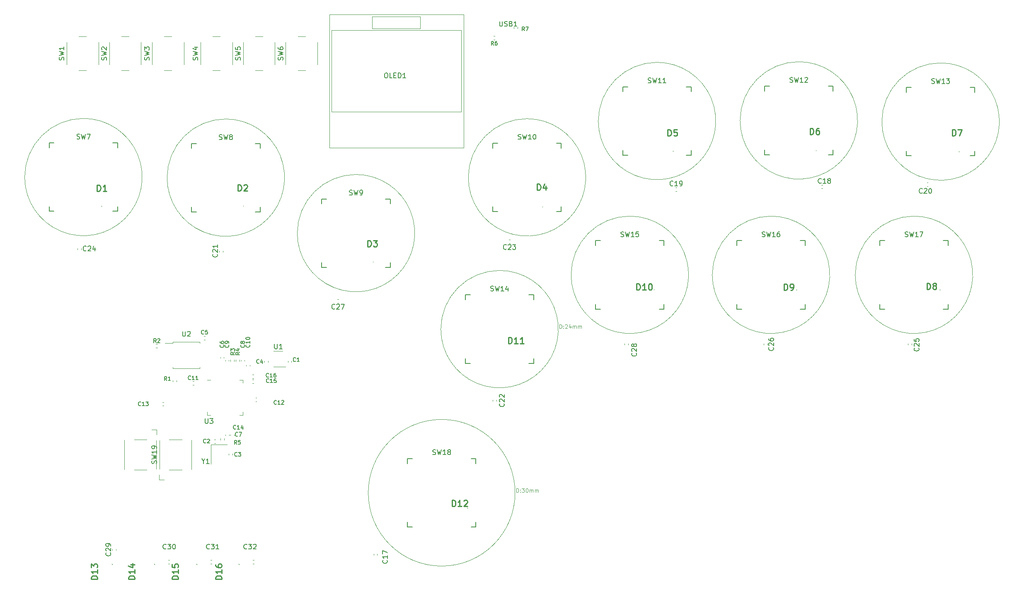
<source format=gbr>
%TF.GenerationSoftware,KiCad,Pcbnew,7.0.5*%
%TF.CreationDate,2023-10-21T15:45:58-07:00*%
%TF.ProjectId,VBox,56426f78-2e6b-4696-9361-645f70636258,rev?*%
%TF.SameCoordinates,Original*%
%TF.FileFunction,Legend,Top*%
%TF.FilePolarity,Positive*%
%FSLAX46Y46*%
G04 Gerber Fmt 4.6, Leading zero omitted, Abs format (unit mm)*
G04 Created by KiCad (PCBNEW 7.0.5) date 2023-10-21 15:45:58*
%MOMM*%
%LPD*%
G01*
G04 APERTURE LIST*
%ADD10C,0.120000*%
%ADD11C,0.254000*%
%ADD12C,0.150000*%
%ADD13C,0.100000*%
G04 APERTURE END LIST*
D10*
X155765531Y-82809928D02*
G75*
G03*
X167771376Y-70785507I11999999J24398D01*
G01*
X129155531Y-93919928D02*
G75*
G03*
X141161376Y-81895507I11999999J24398D01*
G01*
X184615531Y-82809928D02*
G75*
G03*
X196621376Y-70785507I11999999J24398D01*
G01*
X219265531Y-51469928D02*
G75*
G03*
X231271376Y-39445507I11999999J24398D01*
G01*
X111831376Y-62265509D02*
G75*
G03*
X99825533Y-74289928I-5846J-12000021D01*
G01*
X134765531Y-62879928D02*
G75*
G03*
X146771376Y-50855507I11999999J24398D01*
G01*
X99825531Y-74289928D02*
G75*
G03*
X111831376Y-62265507I11999999J24398D01*
G01*
X231271376Y-39445509D02*
G75*
G03*
X219265533Y-51469928I-5846J-12000021D01*
G01*
X213825531Y-82809928D02*
G75*
G03*
X225831376Y-70785507I11999999J24398D01*
G01*
X173331376Y-39325509D02*
G75*
G03*
X161325533Y-51349928I-5846J-12000021D01*
G01*
X225831376Y-70785509D02*
G75*
G03*
X213825533Y-82809928I-5846J-12000021D01*
G01*
X196621376Y-70785509D02*
G75*
G03*
X184615533Y-82809928I-5846J-12000021D01*
G01*
X141161376Y-81895509D02*
G75*
G03*
X129155533Y-93919928I-5846J-12000021D01*
G01*
X56136376Y-50795509D02*
G75*
G03*
X44130533Y-62819928I-5846J-12000021D01*
G01*
X129330000Y-112370001D02*
G75*
G03*
X114330000Y-127365501I-4470J-14995529D01*
G01*
X190295531Y-51229928D02*
G75*
G03*
X202301376Y-39205507I11999999J24398D01*
G01*
X44130531Y-62819928D02*
G75*
G03*
X56136376Y-50795507I12000003J24394D01*
G01*
X114329992Y-127365501D02*
G75*
G03*
X144321068Y-127365750I14995538J-29D01*
G01*
X144321059Y-127365750D02*
G75*
G03*
X129330000Y-112370002I-14995529J220D01*
G01*
X146771376Y-50855509D02*
G75*
G03*
X134765533Y-62879928I-5846J-12000021D01*
G01*
X73225531Y-62939928D02*
G75*
G03*
X85231376Y-50915507I11999999J24398D01*
G01*
X85231376Y-50915509D02*
G75*
G03*
X73225533Y-62939928I-5846J-12000021D01*
G01*
X161325531Y-51349928D02*
G75*
G03*
X173331376Y-39325507I11999999J24398D01*
G01*
X202301376Y-39205509D02*
G75*
G03*
X190295533Y-51229928I-5846J-12000021D01*
G01*
X167771376Y-70785509D02*
G75*
G03*
X155765533Y-82809928I-5846J-12000021D01*
G01*
X144590491Y-127261605D02*
X144590491Y-126461605D01*
X144590491Y-126461605D02*
X144780967Y-126461605D01*
X144780967Y-126461605D02*
X144895253Y-126499700D01*
X144895253Y-126499700D02*
X144971443Y-126575890D01*
X144971443Y-126575890D02*
X145009538Y-126652081D01*
X145009538Y-126652081D02*
X145047634Y-126804462D01*
X145047634Y-126804462D02*
X145047634Y-126918748D01*
X145047634Y-126918748D02*
X145009538Y-127071129D01*
X145009538Y-127071129D02*
X144971443Y-127147319D01*
X144971443Y-127147319D02*
X144895253Y-127223510D01*
X144895253Y-127223510D02*
X144780967Y-127261605D01*
X144780967Y-127261605D02*
X144590491Y-127261605D01*
X145390491Y-127185414D02*
X145428586Y-127223510D01*
X145428586Y-127223510D02*
X145390491Y-127261605D01*
X145390491Y-127261605D02*
X145352395Y-127223510D01*
X145352395Y-127223510D02*
X145390491Y-127185414D01*
X145390491Y-127185414D02*
X145390491Y-127261605D01*
X145390491Y-126766367D02*
X145428586Y-126804462D01*
X145428586Y-126804462D02*
X145390491Y-126842557D01*
X145390491Y-126842557D02*
X145352395Y-126804462D01*
X145352395Y-126804462D02*
X145390491Y-126766367D01*
X145390491Y-126766367D02*
X145390491Y-126842557D01*
X145695252Y-126461605D02*
X146190490Y-126461605D01*
X146190490Y-126461605D02*
X145923824Y-126766367D01*
X145923824Y-126766367D02*
X146038109Y-126766367D01*
X146038109Y-126766367D02*
X146114300Y-126804462D01*
X146114300Y-126804462D02*
X146152395Y-126842557D01*
X146152395Y-126842557D02*
X146190490Y-126918748D01*
X146190490Y-126918748D02*
X146190490Y-127109224D01*
X146190490Y-127109224D02*
X146152395Y-127185414D01*
X146152395Y-127185414D02*
X146114300Y-127223510D01*
X146114300Y-127223510D02*
X146038109Y-127261605D01*
X146038109Y-127261605D02*
X145809538Y-127261605D01*
X145809538Y-127261605D02*
X145733347Y-127223510D01*
X145733347Y-127223510D02*
X145695252Y-127185414D01*
X146685729Y-126461605D02*
X146761919Y-126461605D01*
X146761919Y-126461605D02*
X146838110Y-126499700D01*
X146838110Y-126499700D02*
X146876205Y-126537795D01*
X146876205Y-126537795D02*
X146914300Y-126613986D01*
X146914300Y-126613986D02*
X146952395Y-126766367D01*
X146952395Y-126766367D02*
X146952395Y-126956843D01*
X146952395Y-126956843D02*
X146914300Y-127109224D01*
X146914300Y-127109224D02*
X146876205Y-127185414D01*
X146876205Y-127185414D02*
X146838110Y-127223510D01*
X146838110Y-127223510D02*
X146761919Y-127261605D01*
X146761919Y-127261605D02*
X146685729Y-127261605D01*
X146685729Y-127261605D02*
X146609538Y-127223510D01*
X146609538Y-127223510D02*
X146571443Y-127185414D01*
X146571443Y-127185414D02*
X146533348Y-127109224D01*
X146533348Y-127109224D02*
X146495252Y-126956843D01*
X146495252Y-126956843D02*
X146495252Y-126766367D01*
X146495252Y-126766367D02*
X146533348Y-126613986D01*
X146533348Y-126613986D02*
X146571443Y-126537795D01*
X146571443Y-126537795D02*
X146609538Y-126499700D01*
X146609538Y-126499700D02*
X146685729Y-126461605D01*
X147295253Y-127261605D02*
X147295253Y-126728271D01*
X147295253Y-126804462D02*
X147333348Y-126766367D01*
X147333348Y-126766367D02*
X147409538Y-126728271D01*
X147409538Y-126728271D02*
X147523824Y-126728271D01*
X147523824Y-126728271D02*
X147600015Y-126766367D01*
X147600015Y-126766367D02*
X147638110Y-126842557D01*
X147638110Y-126842557D02*
X147638110Y-127261605D01*
X147638110Y-126842557D02*
X147676205Y-126766367D01*
X147676205Y-126766367D02*
X147752396Y-126728271D01*
X147752396Y-126728271D02*
X147866681Y-126728271D01*
X147866681Y-126728271D02*
X147942872Y-126766367D01*
X147942872Y-126766367D02*
X147980967Y-126842557D01*
X147980967Y-126842557D02*
X147980967Y-127261605D01*
X148361920Y-127261605D02*
X148361920Y-126728271D01*
X148361920Y-126804462D02*
X148400015Y-126766367D01*
X148400015Y-126766367D02*
X148476205Y-126728271D01*
X148476205Y-126728271D02*
X148590491Y-126728271D01*
X148590491Y-126728271D02*
X148666682Y-126766367D01*
X148666682Y-126766367D02*
X148704777Y-126842557D01*
X148704777Y-126842557D02*
X148704777Y-127261605D01*
X148704777Y-126842557D02*
X148742872Y-126766367D01*
X148742872Y-126766367D02*
X148819063Y-126728271D01*
X148819063Y-126728271D02*
X148933348Y-126728271D01*
X148933348Y-126728271D02*
X149009539Y-126766367D01*
X149009539Y-126766367D02*
X149047634Y-126842557D01*
X149047634Y-126842557D02*
X149047634Y-127261605D01*
X153430056Y-93731506D02*
X153430056Y-92931506D01*
X153430056Y-92931506D02*
X153620532Y-92931506D01*
X153620532Y-92931506D02*
X153734818Y-92969601D01*
X153734818Y-92969601D02*
X153811008Y-93045791D01*
X153811008Y-93045791D02*
X153849103Y-93121982D01*
X153849103Y-93121982D02*
X153887199Y-93274363D01*
X153887199Y-93274363D02*
X153887199Y-93388649D01*
X153887199Y-93388649D02*
X153849103Y-93541030D01*
X153849103Y-93541030D02*
X153811008Y-93617220D01*
X153811008Y-93617220D02*
X153734818Y-93693411D01*
X153734818Y-93693411D02*
X153620532Y-93731506D01*
X153620532Y-93731506D02*
X153430056Y-93731506D01*
X154230056Y-93655315D02*
X154268151Y-93693411D01*
X154268151Y-93693411D02*
X154230056Y-93731506D01*
X154230056Y-93731506D02*
X154191960Y-93693411D01*
X154191960Y-93693411D02*
X154230056Y-93655315D01*
X154230056Y-93655315D02*
X154230056Y-93731506D01*
X154230056Y-93236268D02*
X154268151Y-93274363D01*
X154268151Y-93274363D02*
X154230056Y-93312458D01*
X154230056Y-93312458D02*
X154191960Y-93274363D01*
X154191960Y-93274363D02*
X154230056Y-93236268D01*
X154230056Y-93236268D02*
X154230056Y-93312458D01*
X154572912Y-93007696D02*
X154611008Y-92969601D01*
X154611008Y-92969601D02*
X154687198Y-92931506D01*
X154687198Y-92931506D02*
X154877674Y-92931506D01*
X154877674Y-92931506D02*
X154953865Y-92969601D01*
X154953865Y-92969601D02*
X154991960Y-93007696D01*
X154991960Y-93007696D02*
X155030055Y-93083887D01*
X155030055Y-93083887D02*
X155030055Y-93160077D01*
X155030055Y-93160077D02*
X154991960Y-93274363D01*
X154991960Y-93274363D02*
X154534817Y-93731506D01*
X154534817Y-93731506D02*
X155030055Y-93731506D01*
X155715770Y-93198172D02*
X155715770Y-93731506D01*
X155525294Y-92893411D02*
X155334817Y-93464839D01*
X155334817Y-93464839D02*
X155830056Y-93464839D01*
X156134818Y-93731506D02*
X156134818Y-93198172D01*
X156134818Y-93274363D02*
X156172913Y-93236268D01*
X156172913Y-93236268D02*
X156249103Y-93198172D01*
X156249103Y-93198172D02*
X156363389Y-93198172D01*
X156363389Y-93198172D02*
X156439580Y-93236268D01*
X156439580Y-93236268D02*
X156477675Y-93312458D01*
X156477675Y-93312458D02*
X156477675Y-93731506D01*
X156477675Y-93312458D02*
X156515770Y-93236268D01*
X156515770Y-93236268D02*
X156591961Y-93198172D01*
X156591961Y-93198172D02*
X156706246Y-93198172D01*
X156706246Y-93198172D02*
X156782437Y-93236268D01*
X156782437Y-93236268D02*
X156820532Y-93312458D01*
X156820532Y-93312458D02*
X156820532Y-93731506D01*
X157201485Y-93731506D02*
X157201485Y-93198172D01*
X157201485Y-93274363D02*
X157239580Y-93236268D01*
X157239580Y-93236268D02*
X157315770Y-93198172D01*
X157315770Y-93198172D02*
X157430056Y-93198172D01*
X157430056Y-93198172D02*
X157506247Y-93236268D01*
X157506247Y-93236268D02*
X157544342Y-93312458D01*
X157544342Y-93312458D02*
X157544342Y-93731506D01*
X157544342Y-93312458D02*
X157582437Y-93236268D01*
X157582437Y-93236268D02*
X157658628Y-93198172D01*
X157658628Y-93198172D02*
X157772913Y-93198172D01*
X157772913Y-93198172D02*
X157849104Y-93236268D01*
X157849104Y-93236268D02*
X157887199Y-93312458D01*
X157887199Y-93312458D02*
X157887199Y-93731506D01*
D11*
X175527392Y-54365407D02*
X175527392Y-53095407D01*
X175527392Y-53095407D02*
X175829773Y-53095407D01*
X175829773Y-53095407D02*
X176011202Y-53155883D01*
X176011202Y-53155883D02*
X176132154Y-53276835D01*
X176132154Y-53276835D02*
X176192631Y-53397788D01*
X176192631Y-53397788D02*
X176253107Y-53639692D01*
X176253107Y-53639692D02*
X176253107Y-53821121D01*
X176253107Y-53821121D02*
X176192631Y-54063026D01*
X176192631Y-54063026D02*
X176132154Y-54183978D01*
X176132154Y-54183978D02*
X176011202Y-54304931D01*
X176011202Y-54304931D02*
X175829773Y-54365407D01*
X175829773Y-54365407D02*
X175527392Y-54365407D01*
X177402154Y-53095407D02*
X176797392Y-53095407D01*
X176797392Y-53095407D02*
X176736916Y-53700169D01*
X176736916Y-53700169D02*
X176797392Y-53639692D01*
X176797392Y-53639692D02*
X176918345Y-53579216D01*
X176918345Y-53579216D02*
X177220726Y-53579216D01*
X177220726Y-53579216D02*
X177341678Y-53639692D01*
X177341678Y-53639692D02*
X177402154Y-53700169D01*
X177402154Y-53700169D02*
X177462631Y-53821121D01*
X177462631Y-53821121D02*
X177462631Y-54123502D01*
X177462631Y-54123502D02*
X177402154Y-54244454D01*
X177402154Y-54244454D02*
X177341678Y-54304931D01*
X177341678Y-54304931D02*
X177220726Y-54365407D01*
X177220726Y-54365407D02*
X176918345Y-54365407D01*
X176918345Y-54365407D02*
X176797392Y-54304931D01*
X176797392Y-54304931D02*
X176736916Y-54244454D01*
X169148156Y-85861863D02*
X169148156Y-84591863D01*
X169148156Y-84591863D02*
X169450537Y-84591863D01*
X169450537Y-84591863D02*
X169631966Y-84652339D01*
X169631966Y-84652339D02*
X169752918Y-84773291D01*
X169752918Y-84773291D02*
X169813395Y-84894244D01*
X169813395Y-84894244D02*
X169873871Y-85136148D01*
X169873871Y-85136148D02*
X169873871Y-85317577D01*
X169873871Y-85317577D02*
X169813395Y-85559482D01*
X169813395Y-85559482D02*
X169752918Y-85680434D01*
X169752918Y-85680434D02*
X169631966Y-85801387D01*
X169631966Y-85801387D02*
X169450537Y-85861863D01*
X169450537Y-85861863D02*
X169148156Y-85861863D01*
X171083395Y-85861863D02*
X170357680Y-85861863D01*
X170720537Y-85861863D02*
X170720537Y-84591863D01*
X170720537Y-84591863D02*
X170599585Y-84773291D01*
X170599585Y-84773291D02*
X170478633Y-84894244D01*
X170478633Y-84894244D02*
X170357680Y-84954720D01*
X171869585Y-84591863D02*
X171990538Y-84591863D01*
X171990538Y-84591863D02*
X172111490Y-84652339D01*
X172111490Y-84652339D02*
X172171966Y-84712815D01*
X172171966Y-84712815D02*
X172232442Y-84833767D01*
X172232442Y-84833767D02*
X172292919Y-85075672D01*
X172292919Y-85075672D02*
X172292919Y-85378053D01*
X172292919Y-85378053D02*
X172232442Y-85619958D01*
X172232442Y-85619958D02*
X172171966Y-85740910D01*
X172171966Y-85740910D02*
X172111490Y-85801387D01*
X172111490Y-85801387D02*
X171990538Y-85861863D01*
X171990538Y-85861863D02*
X171869585Y-85861863D01*
X171869585Y-85861863D02*
X171748633Y-85801387D01*
X171748633Y-85801387D02*
X171688157Y-85740910D01*
X171688157Y-85740910D02*
X171627680Y-85619958D01*
X171627680Y-85619958D02*
X171567204Y-85378053D01*
X171567204Y-85378053D02*
X171567204Y-85075672D01*
X171567204Y-85075672D02*
X171627680Y-84833767D01*
X171627680Y-84833767D02*
X171688157Y-84712815D01*
X171688157Y-84712815D02*
X171748633Y-84652339D01*
X171748633Y-84652339D02*
X171869585Y-84591863D01*
X233641995Y-54324360D02*
X233641995Y-53054360D01*
X233641995Y-53054360D02*
X233944376Y-53054360D01*
X233944376Y-53054360D02*
X234125805Y-53114836D01*
X234125805Y-53114836D02*
X234246757Y-53235788D01*
X234246757Y-53235788D02*
X234307234Y-53356741D01*
X234307234Y-53356741D02*
X234367710Y-53598645D01*
X234367710Y-53598645D02*
X234367710Y-53780074D01*
X234367710Y-53780074D02*
X234307234Y-54021979D01*
X234307234Y-54021979D02*
X234246757Y-54142931D01*
X234246757Y-54142931D02*
X234125805Y-54263884D01*
X234125805Y-54263884D02*
X233944376Y-54324360D01*
X233944376Y-54324360D02*
X233641995Y-54324360D01*
X234791043Y-53054360D02*
X235637710Y-53054360D01*
X235637710Y-53054360D02*
X235093424Y-54324360D01*
X204574065Y-54070815D02*
X204574065Y-52800815D01*
X204574065Y-52800815D02*
X204876446Y-52800815D01*
X204876446Y-52800815D02*
X205057875Y-52861291D01*
X205057875Y-52861291D02*
X205178827Y-52982243D01*
X205178827Y-52982243D02*
X205239304Y-53103196D01*
X205239304Y-53103196D02*
X205299780Y-53345100D01*
X205299780Y-53345100D02*
X205299780Y-53526529D01*
X205299780Y-53526529D02*
X205239304Y-53768434D01*
X205239304Y-53768434D02*
X205178827Y-53889386D01*
X205178827Y-53889386D02*
X205057875Y-54010339D01*
X205057875Y-54010339D02*
X204876446Y-54070815D01*
X204876446Y-54070815D02*
X204574065Y-54070815D01*
X206388351Y-52800815D02*
X206146446Y-52800815D01*
X206146446Y-52800815D02*
X206025494Y-52861291D01*
X206025494Y-52861291D02*
X205965018Y-52921767D01*
X205965018Y-52921767D02*
X205844065Y-53103196D01*
X205844065Y-53103196D02*
X205783589Y-53345100D01*
X205783589Y-53345100D02*
X205783589Y-53828910D01*
X205783589Y-53828910D02*
X205844065Y-53949862D01*
X205844065Y-53949862D02*
X205904542Y-54010339D01*
X205904542Y-54010339D02*
X206025494Y-54070815D01*
X206025494Y-54070815D02*
X206267399Y-54070815D01*
X206267399Y-54070815D02*
X206388351Y-54010339D01*
X206388351Y-54010339D02*
X206448827Y-53949862D01*
X206448827Y-53949862D02*
X206509304Y-53828910D01*
X206509304Y-53828910D02*
X206509304Y-53526529D01*
X206509304Y-53526529D02*
X206448827Y-53405577D01*
X206448827Y-53405577D02*
X206388351Y-53345100D01*
X206388351Y-53345100D02*
X206267399Y-53284624D01*
X206267399Y-53284624D02*
X206025494Y-53284624D01*
X206025494Y-53284624D02*
X205904542Y-53345100D01*
X205904542Y-53345100D02*
X205844065Y-53405577D01*
X205844065Y-53405577D02*
X205783589Y-53526529D01*
X148812283Y-65479560D02*
X148812283Y-64209560D01*
X148812283Y-64209560D02*
X149114664Y-64209560D01*
X149114664Y-64209560D02*
X149296093Y-64270036D01*
X149296093Y-64270036D02*
X149417045Y-64390988D01*
X149417045Y-64390988D02*
X149477522Y-64511941D01*
X149477522Y-64511941D02*
X149537998Y-64753845D01*
X149537998Y-64753845D02*
X149537998Y-64935274D01*
X149537998Y-64935274D02*
X149477522Y-65177179D01*
X149477522Y-65177179D02*
X149417045Y-65298131D01*
X149417045Y-65298131D02*
X149296093Y-65419084D01*
X149296093Y-65419084D02*
X149114664Y-65479560D01*
X149114664Y-65479560D02*
X148812283Y-65479560D01*
X150626569Y-64632893D02*
X150626569Y-65479560D01*
X150324188Y-64149084D02*
X150021807Y-65056226D01*
X150021807Y-65056226D02*
X150807998Y-65056226D01*
X228456535Y-85754535D02*
X228456535Y-84484535D01*
X228456535Y-84484535D02*
X228758916Y-84484535D01*
X228758916Y-84484535D02*
X228940345Y-84545011D01*
X228940345Y-84545011D02*
X229061297Y-84665963D01*
X229061297Y-84665963D02*
X229121774Y-84786916D01*
X229121774Y-84786916D02*
X229182250Y-85028820D01*
X229182250Y-85028820D02*
X229182250Y-85210249D01*
X229182250Y-85210249D02*
X229121774Y-85452154D01*
X229121774Y-85452154D02*
X229061297Y-85573106D01*
X229061297Y-85573106D02*
X228940345Y-85694059D01*
X228940345Y-85694059D02*
X228758916Y-85754535D01*
X228758916Y-85754535D02*
X228456535Y-85754535D01*
X229907964Y-85028820D02*
X229787012Y-84968344D01*
X229787012Y-84968344D02*
X229726535Y-84907868D01*
X229726535Y-84907868D02*
X229666059Y-84786916D01*
X229666059Y-84786916D02*
X229666059Y-84726439D01*
X229666059Y-84726439D02*
X229726535Y-84605487D01*
X229726535Y-84605487D02*
X229787012Y-84545011D01*
X229787012Y-84545011D02*
X229907964Y-84484535D01*
X229907964Y-84484535D02*
X230149869Y-84484535D01*
X230149869Y-84484535D02*
X230270821Y-84545011D01*
X230270821Y-84545011D02*
X230331297Y-84605487D01*
X230331297Y-84605487D02*
X230391774Y-84726439D01*
X230391774Y-84726439D02*
X230391774Y-84786916D01*
X230391774Y-84786916D02*
X230331297Y-84907868D01*
X230331297Y-84907868D02*
X230270821Y-84968344D01*
X230270821Y-84968344D02*
X230149869Y-85028820D01*
X230149869Y-85028820D02*
X229907964Y-85028820D01*
X229907964Y-85028820D02*
X229787012Y-85089297D01*
X229787012Y-85089297D02*
X229726535Y-85149773D01*
X229726535Y-85149773D02*
X229666059Y-85270725D01*
X229666059Y-85270725D02*
X229666059Y-85512630D01*
X229666059Y-85512630D02*
X229726535Y-85633582D01*
X229726535Y-85633582D02*
X229787012Y-85694059D01*
X229787012Y-85694059D02*
X229907964Y-85754535D01*
X229907964Y-85754535D02*
X230149869Y-85754535D01*
X230149869Y-85754535D02*
X230270821Y-85694059D01*
X230270821Y-85694059D02*
X230331297Y-85633582D01*
X230331297Y-85633582D02*
X230391774Y-85512630D01*
X230391774Y-85512630D02*
X230391774Y-85270725D01*
X230391774Y-85270725D02*
X230331297Y-85149773D01*
X230331297Y-85149773D02*
X230270821Y-85089297D01*
X230270821Y-85089297D02*
X230149869Y-85028820D01*
%TO.C,D9*%
X199268186Y-85900084D02*
X199268186Y-84630084D01*
X199268186Y-84630084D02*
X199570567Y-84630084D01*
X199570567Y-84630084D02*
X199751996Y-84690560D01*
X199751996Y-84690560D02*
X199872948Y-84811512D01*
X199872948Y-84811512D02*
X199933425Y-84932465D01*
X199933425Y-84932465D02*
X199993901Y-85174369D01*
X199993901Y-85174369D02*
X199993901Y-85355798D01*
X199993901Y-85355798D02*
X199933425Y-85597703D01*
X199933425Y-85597703D02*
X199872948Y-85718655D01*
X199872948Y-85718655D02*
X199751996Y-85839608D01*
X199751996Y-85839608D02*
X199570567Y-85900084D01*
X199570567Y-85900084D02*
X199268186Y-85900084D01*
X200598663Y-85900084D02*
X200840567Y-85900084D01*
X200840567Y-85900084D02*
X200961520Y-85839608D01*
X200961520Y-85839608D02*
X201021996Y-85779131D01*
X201021996Y-85779131D02*
X201142948Y-85597703D01*
X201142948Y-85597703D02*
X201203425Y-85355798D01*
X201203425Y-85355798D02*
X201203425Y-84871988D01*
X201203425Y-84871988D02*
X201142948Y-84751036D01*
X201142948Y-84751036D02*
X201082472Y-84690560D01*
X201082472Y-84690560D02*
X200961520Y-84630084D01*
X200961520Y-84630084D02*
X200719615Y-84630084D01*
X200719615Y-84630084D02*
X200598663Y-84690560D01*
X200598663Y-84690560D02*
X200538186Y-84751036D01*
X200538186Y-84751036D02*
X200477710Y-84871988D01*
X200477710Y-84871988D02*
X200477710Y-85174369D01*
X200477710Y-85174369D02*
X200538186Y-85295322D01*
X200538186Y-85295322D02*
X200598663Y-85355798D01*
X200598663Y-85355798D02*
X200719615Y-85416274D01*
X200719615Y-85416274D02*
X200961520Y-85416274D01*
X200961520Y-85416274D02*
X201082472Y-85355798D01*
X201082472Y-85355798D02*
X201142948Y-85295322D01*
X201142948Y-85295322D02*
X201203425Y-85174369D01*
D12*
%TO.C,R2*%
X70986123Y-96666253D02*
X70719456Y-96285300D01*
X70528980Y-96666253D02*
X70528980Y-95866253D01*
X70528980Y-95866253D02*
X70833742Y-95866253D01*
X70833742Y-95866253D02*
X70909932Y-95904348D01*
X70909932Y-95904348D02*
X70948027Y-95942443D01*
X70948027Y-95942443D02*
X70986123Y-96018634D01*
X70986123Y-96018634D02*
X70986123Y-96132919D01*
X70986123Y-96132919D02*
X70948027Y-96209110D01*
X70948027Y-96209110D02*
X70909932Y-96247205D01*
X70909932Y-96247205D02*
X70833742Y-96285300D01*
X70833742Y-96285300D02*
X70528980Y-96285300D01*
X71290884Y-95942443D02*
X71328980Y-95904348D01*
X71328980Y-95904348D02*
X71405170Y-95866253D01*
X71405170Y-95866253D02*
X71595646Y-95866253D01*
X71595646Y-95866253D02*
X71671837Y-95904348D01*
X71671837Y-95904348D02*
X71709932Y-95942443D01*
X71709932Y-95942443D02*
X71748027Y-96018634D01*
X71748027Y-96018634D02*
X71748027Y-96094824D01*
X71748027Y-96094824D02*
X71709932Y-96209110D01*
X71709932Y-96209110D02*
X71252789Y-96666253D01*
X71252789Y-96666253D02*
X71748027Y-96666253D01*
%TO.C,C21*%
X83427426Y-78531595D02*
X83475046Y-78579214D01*
X83475046Y-78579214D02*
X83522665Y-78722071D01*
X83522665Y-78722071D02*
X83522665Y-78817309D01*
X83522665Y-78817309D02*
X83475046Y-78960166D01*
X83475046Y-78960166D02*
X83379807Y-79055404D01*
X83379807Y-79055404D02*
X83284569Y-79103023D01*
X83284569Y-79103023D02*
X83094093Y-79150642D01*
X83094093Y-79150642D02*
X82951236Y-79150642D01*
X82951236Y-79150642D02*
X82760760Y-79103023D01*
X82760760Y-79103023D02*
X82665522Y-79055404D01*
X82665522Y-79055404D02*
X82570284Y-78960166D01*
X82570284Y-78960166D02*
X82522665Y-78817309D01*
X82522665Y-78817309D02*
X82522665Y-78722071D01*
X82522665Y-78722071D02*
X82570284Y-78579214D01*
X82570284Y-78579214D02*
X82617903Y-78531595D01*
X82617903Y-78150642D02*
X82570284Y-78103023D01*
X82570284Y-78103023D02*
X82522665Y-78007785D01*
X82522665Y-78007785D02*
X82522665Y-77769690D01*
X82522665Y-77769690D02*
X82570284Y-77674452D01*
X82570284Y-77674452D02*
X82617903Y-77626833D01*
X82617903Y-77626833D02*
X82713141Y-77579214D01*
X82713141Y-77579214D02*
X82808379Y-77579214D01*
X82808379Y-77579214D02*
X82951236Y-77626833D01*
X82951236Y-77626833D02*
X83522665Y-78198261D01*
X83522665Y-78198261D02*
X83522665Y-77579214D01*
X83522665Y-76626833D02*
X83522665Y-77198261D01*
X83522665Y-76912547D02*
X82522665Y-76912547D01*
X82522665Y-76912547D02*
X82665522Y-77007785D01*
X82665522Y-77007785D02*
X82760760Y-77103023D01*
X82760760Y-77103023D02*
X82808379Y-77198261D01*
%TO.C,R4*%
X88042802Y-98645063D02*
X87661849Y-98911730D01*
X88042802Y-99102206D02*
X87242802Y-99102206D01*
X87242802Y-99102206D02*
X87242802Y-98797444D01*
X87242802Y-98797444D02*
X87280897Y-98721254D01*
X87280897Y-98721254D02*
X87318992Y-98683159D01*
X87318992Y-98683159D02*
X87395183Y-98645063D01*
X87395183Y-98645063D02*
X87509468Y-98645063D01*
X87509468Y-98645063D02*
X87585659Y-98683159D01*
X87585659Y-98683159D02*
X87623754Y-98721254D01*
X87623754Y-98721254D02*
X87661849Y-98797444D01*
X87661849Y-98797444D02*
X87661849Y-99102206D01*
X87509468Y-97959349D02*
X88042802Y-97959349D01*
X87204707Y-98149825D02*
X87776135Y-98340302D01*
X87776135Y-98340302D02*
X87776135Y-97845063D01*
%TO.C,R6*%
X139922201Y-35822295D02*
X139655534Y-35441342D01*
X139465058Y-35822295D02*
X139465058Y-35022295D01*
X139465058Y-35022295D02*
X139769820Y-35022295D01*
X139769820Y-35022295D02*
X139846010Y-35060390D01*
X139846010Y-35060390D02*
X139884105Y-35098485D01*
X139884105Y-35098485D02*
X139922201Y-35174676D01*
X139922201Y-35174676D02*
X139922201Y-35288961D01*
X139922201Y-35288961D02*
X139884105Y-35365152D01*
X139884105Y-35365152D02*
X139846010Y-35403247D01*
X139846010Y-35403247D02*
X139769820Y-35441342D01*
X139769820Y-35441342D02*
X139465058Y-35441342D01*
X140607915Y-35022295D02*
X140455534Y-35022295D01*
X140455534Y-35022295D02*
X140379343Y-35060390D01*
X140379343Y-35060390D02*
X140341248Y-35098485D01*
X140341248Y-35098485D02*
X140265058Y-35212771D01*
X140265058Y-35212771D02*
X140226962Y-35365152D01*
X140226962Y-35365152D02*
X140226962Y-35669914D01*
X140226962Y-35669914D02*
X140265058Y-35746104D01*
X140265058Y-35746104D02*
X140303153Y-35784200D01*
X140303153Y-35784200D02*
X140379343Y-35822295D01*
X140379343Y-35822295D02*
X140531724Y-35822295D01*
X140531724Y-35822295D02*
X140607915Y-35784200D01*
X140607915Y-35784200D02*
X140646010Y-35746104D01*
X140646010Y-35746104D02*
X140684105Y-35669914D01*
X140684105Y-35669914D02*
X140684105Y-35479438D01*
X140684105Y-35479438D02*
X140646010Y-35403247D01*
X140646010Y-35403247D02*
X140607915Y-35365152D01*
X140607915Y-35365152D02*
X140531724Y-35327057D01*
X140531724Y-35327057D02*
X140379343Y-35327057D01*
X140379343Y-35327057D02*
X140303153Y-35365152D01*
X140303153Y-35365152D02*
X140265058Y-35403247D01*
X140265058Y-35403247D02*
X140226962Y-35479438D01*
%TO.C,SW5*%
X88157200Y-38833332D02*
X88204819Y-38690475D01*
X88204819Y-38690475D02*
X88204819Y-38452380D01*
X88204819Y-38452380D02*
X88157200Y-38357142D01*
X88157200Y-38357142D02*
X88109580Y-38309523D01*
X88109580Y-38309523D02*
X88014342Y-38261904D01*
X88014342Y-38261904D02*
X87919104Y-38261904D01*
X87919104Y-38261904D02*
X87823866Y-38309523D01*
X87823866Y-38309523D02*
X87776247Y-38357142D01*
X87776247Y-38357142D02*
X87728628Y-38452380D01*
X87728628Y-38452380D02*
X87681009Y-38642856D01*
X87681009Y-38642856D02*
X87633390Y-38738094D01*
X87633390Y-38738094D02*
X87585771Y-38785713D01*
X87585771Y-38785713D02*
X87490533Y-38833332D01*
X87490533Y-38833332D02*
X87395295Y-38833332D01*
X87395295Y-38833332D02*
X87300057Y-38785713D01*
X87300057Y-38785713D02*
X87252438Y-38738094D01*
X87252438Y-38738094D02*
X87204819Y-38642856D01*
X87204819Y-38642856D02*
X87204819Y-38404761D01*
X87204819Y-38404761D02*
X87252438Y-38261904D01*
X87204819Y-37928570D02*
X88204819Y-37690475D01*
X88204819Y-37690475D02*
X87490533Y-37499999D01*
X87490533Y-37499999D02*
X88204819Y-37309523D01*
X88204819Y-37309523D02*
X87204819Y-37071428D01*
X87204819Y-36214285D02*
X87204819Y-36690475D01*
X87204819Y-36690475D02*
X87681009Y-36738094D01*
X87681009Y-36738094D02*
X87633390Y-36690475D01*
X87633390Y-36690475D02*
X87585771Y-36595237D01*
X87585771Y-36595237D02*
X87585771Y-36357142D01*
X87585771Y-36357142D02*
X87633390Y-36261904D01*
X87633390Y-36261904D02*
X87681009Y-36214285D01*
X87681009Y-36214285D02*
X87776247Y-36166666D01*
X87776247Y-36166666D02*
X88014342Y-36166666D01*
X88014342Y-36166666D02*
X88109580Y-36214285D01*
X88109580Y-36214285D02*
X88157200Y-36261904D01*
X88157200Y-36261904D02*
X88204819Y-36357142D01*
X88204819Y-36357142D02*
X88204819Y-36595237D01*
X88204819Y-36595237D02*
X88157200Y-36690475D01*
X88157200Y-36690475D02*
X88109580Y-36738094D01*
%TO.C,SW10*%
X144956010Y-55007734D02*
X145098867Y-55055353D01*
X145098867Y-55055353D02*
X145336962Y-55055353D01*
X145336962Y-55055353D02*
X145432200Y-55007734D01*
X145432200Y-55007734D02*
X145479819Y-54960114D01*
X145479819Y-54960114D02*
X145527438Y-54864876D01*
X145527438Y-54864876D02*
X145527438Y-54769638D01*
X145527438Y-54769638D02*
X145479819Y-54674400D01*
X145479819Y-54674400D02*
X145432200Y-54626781D01*
X145432200Y-54626781D02*
X145336962Y-54579162D01*
X145336962Y-54579162D02*
X145146486Y-54531543D01*
X145146486Y-54531543D02*
X145051248Y-54483924D01*
X145051248Y-54483924D02*
X145003629Y-54436305D01*
X145003629Y-54436305D02*
X144956010Y-54341067D01*
X144956010Y-54341067D02*
X144956010Y-54245829D01*
X144956010Y-54245829D02*
X145003629Y-54150591D01*
X145003629Y-54150591D02*
X145051248Y-54102972D01*
X145051248Y-54102972D02*
X145146486Y-54055353D01*
X145146486Y-54055353D02*
X145384581Y-54055353D01*
X145384581Y-54055353D02*
X145527438Y-54102972D01*
X145860772Y-54055353D02*
X146098867Y-55055353D01*
X146098867Y-55055353D02*
X146289343Y-54341067D01*
X146289343Y-54341067D02*
X146479819Y-55055353D01*
X146479819Y-55055353D02*
X146717915Y-54055353D01*
X147622676Y-55055353D02*
X147051248Y-55055353D01*
X147336962Y-55055353D02*
X147336962Y-54055353D01*
X147336962Y-54055353D02*
X147241724Y-54198210D01*
X147241724Y-54198210D02*
X147146486Y-54293448D01*
X147146486Y-54293448D02*
X147051248Y-54341067D01*
X148241724Y-54055353D02*
X148336962Y-54055353D01*
X148336962Y-54055353D02*
X148432200Y-54102972D01*
X148432200Y-54102972D02*
X148479819Y-54150591D01*
X148479819Y-54150591D02*
X148527438Y-54245829D01*
X148527438Y-54245829D02*
X148575057Y-54436305D01*
X148575057Y-54436305D02*
X148575057Y-54674400D01*
X148575057Y-54674400D02*
X148527438Y-54864876D01*
X148527438Y-54864876D02*
X148479819Y-54960114D01*
X148479819Y-54960114D02*
X148432200Y-55007734D01*
X148432200Y-55007734D02*
X148336962Y-55055353D01*
X148336962Y-55055353D02*
X148241724Y-55055353D01*
X148241724Y-55055353D02*
X148146486Y-55007734D01*
X148146486Y-55007734D02*
X148098867Y-54960114D01*
X148098867Y-54960114D02*
X148051248Y-54864876D01*
X148051248Y-54864876D02*
X148003629Y-54674400D01*
X148003629Y-54674400D02*
X148003629Y-54436305D01*
X148003629Y-54436305D02*
X148051248Y-54245829D01*
X148051248Y-54245829D02*
X148098867Y-54150591D01*
X148098867Y-54150591D02*
X148146486Y-54102972D01*
X148146486Y-54102972D02*
X148241724Y-54055353D01*
%TO.C,USB1*%
X141167439Y-30950353D02*
X141167439Y-31759876D01*
X141167439Y-31759876D02*
X141215058Y-31855114D01*
X141215058Y-31855114D02*
X141262677Y-31902734D01*
X141262677Y-31902734D02*
X141357915Y-31950353D01*
X141357915Y-31950353D02*
X141548391Y-31950353D01*
X141548391Y-31950353D02*
X141643629Y-31902734D01*
X141643629Y-31902734D02*
X141691248Y-31855114D01*
X141691248Y-31855114D02*
X141738867Y-31759876D01*
X141738867Y-31759876D02*
X141738867Y-30950353D01*
X142167439Y-31902734D02*
X142310296Y-31950353D01*
X142310296Y-31950353D02*
X142548391Y-31950353D01*
X142548391Y-31950353D02*
X142643629Y-31902734D01*
X142643629Y-31902734D02*
X142691248Y-31855114D01*
X142691248Y-31855114D02*
X142738867Y-31759876D01*
X142738867Y-31759876D02*
X142738867Y-31664638D01*
X142738867Y-31664638D02*
X142691248Y-31569400D01*
X142691248Y-31569400D02*
X142643629Y-31521781D01*
X142643629Y-31521781D02*
X142548391Y-31474162D01*
X142548391Y-31474162D02*
X142357915Y-31426543D01*
X142357915Y-31426543D02*
X142262677Y-31378924D01*
X142262677Y-31378924D02*
X142215058Y-31331305D01*
X142215058Y-31331305D02*
X142167439Y-31236067D01*
X142167439Y-31236067D02*
X142167439Y-31140829D01*
X142167439Y-31140829D02*
X142215058Y-31045591D01*
X142215058Y-31045591D02*
X142262677Y-30997972D01*
X142262677Y-30997972D02*
X142357915Y-30950353D01*
X142357915Y-30950353D02*
X142596010Y-30950353D01*
X142596010Y-30950353D02*
X142738867Y-30997972D01*
X143500772Y-31426543D02*
X143643629Y-31474162D01*
X143643629Y-31474162D02*
X143691248Y-31521781D01*
X143691248Y-31521781D02*
X143738867Y-31617019D01*
X143738867Y-31617019D02*
X143738867Y-31759876D01*
X143738867Y-31759876D02*
X143691248Y-31855114D01*
X143691248Y-31855114D02*
X143643629Y-31902734D01*
X143643629Y-31902734D02*
X143548391Y-31950353D01*
X143548391Y-31950353D02*
X143167439Y-31950353D01*
X143167439Y-31950353D02*
X143167439Y-30950353D01*
X143167439Y-30950353D02*
X143500772Y-30950353D01*
X143500772Y-30950353D02*
X143596010Y-30997972D01*
X143596010Y-30997972D02*
X143643629Y-31045591D01*
X143643629Y-31045591D02*
X143691248Y-31140829D01*
X143691248Y-31140829D02*
X143691248Y-31236067D01*
X143691248Y-31236067D02*
X143643629Y-31331305D01*
X143643629Y-31331305D02*
X143596010Y-31378924D01*
X143596010Y-31378924D02*
X143500772Y-31426543D01*
X143500772Y-31426543D02*
X143167439Y-31426543D01*
X144691248Y-31950353D02*
X144119820Y-31950353D01*
X144405534Y-31950353D02*
X144405534Y-30950353D01*
X144405534Y-30950353D02*
X144310296Y-31093210D01*
X144310296Y-31093210D02*
X144215058Y-31188448D01*
X144215058Y-31188448D02*
X144119820Y-31236067D01*
D11*
%TO.C,D14*%
X66614318Y-145052143D02*
X65344318Y-145052143D01*
X65344318Y-145052143D02*
X65344318Y-144749762D01*
X65344318Y-144749762D02*
X65404794Y-144568333D01*
X65404794Y-144568333D02*
X65525746Y-144447381D01*
X65525746Y-144447381D02*
X65646699Y-144386904D01*
X65646699Y-144386904D02*
X65888603Y-144326428D01*
X65888603Y-144326428D02*
X66070032Y-144326428D01*
X66070032Y-144326428D02*
X66311937Y-144386904D01*
X66311937Y-144386904D02*
X66432889Y-144447381D01*
X66432889Y-144447381D02*
X66553842Y-144568333D01*
X66553842Y-144568333D02*
X66614318Y-144749762D01*
X66614318Y-144749762D02*
X66614318Y-145052143D01*
X66614318Y-143116904D02*
X66614318Y-143842619D01*
X66614318Y-143479762D02*
X65344318Y-143479762D01*
X65344318Y-143479762D02*
X65525746Y-143600714D01*
X65525746Y-143600714D02*
X65646699Y-143721666D01*
X65646699Y-143721666D02*
X65707175Y-143842619D01*
X65767651Y-142028333D02*
X66614318Y-142028333D01*
X65283842Y-142330714D02*
X66190984Y-142633095D01*
X66190984Y-142633095D02*
X66190984Y-141846904D01*
D12*
%TO.C,C22*%
X142022664Y-109140238D02*
X142070284Y-109187857D01*
X142070284Y-109187857D02*
X142117903Y-109330714D01*
X142117903Y-109330714D02*
X142117903Y-109425952D01*
X142117903Y-109425952D02*
X142070284Y-109568809D01*
X142070284Y-109568809D02*
X141975045Y-109664047D01*
X141975045Y-109664047D02*
X141879807Y-109711666D01*
X141879807Y-109711666D02*
X141689331Y-109759285D01*
X141689331Y-109759285D02*
X141546474Y-109759285D01*
X141546474Y-109759285D02*
X141355998Y-109711666D01*
X141355998Y-109711666D02*
X141260760Y-109664047D01*
X141260760Y-109664047D02*
X141165522Y-109568809D01*
X141165522Y-109568809D02*
X141117903Y-109425952D01*
X141117903Y-109425952D02*
X141117903Y-109330714D01*
X141117903Y-109330714D02*
X141165522Y-109187857D01*
X141165522Y-109187857D02*
X141213141Y-109140238D01*
X141213141Y-108759285D02*
X141165522Y-108711666D01*
X141165522Y-108711666D02*
X141117903Y-108616428D01*
X141117903Y-108616428D02*
X141117903Y-108378333D01*
X141117903Y-108378333D02*
X141165522Y-108283095D01*
X141165522Y-108283095D02*
X141213141Y-108235476D01*
X141213141Y-108235476D02*
X141308379Y-108187857D01*
X141308379Y-108187857D02*
X141403617Y-108187857D01*
X141403617Y-108187857D02*
X141546474Y-108235476D01*
X141546474Y-108235476D02*
X142117903Y-108806904D01*
X142117903Y-108806904D02*
X142117903Y-108187857D01*
X141213141Y-107806904D02*
X141165522Y-107759285D01*
X141165522Y-107759285D02*
X141117903Y-107664047D01*
X141117903Y-107664047D02*
X141117903Y-107425952D01*
X141117903Y-107425952D02*
X141165522Y-107330714D01*
X141165522Y-107330714D02*
X141213141Y-107283095D01*
X141213141Y-107283095D02*
X141308379Y-107235476D01*
X141308379Y-107235476D02*
X141403617Y-107235476D01*
X141403617Y-107235476D02*
X141546474Y-107283095D01*
X141546474Y-107283095D02*
X142117903Y-107854523D01*
X142117903Y-107854523D02*
X142117903Y-107235476D01*
%TO.C,R3*%
X87010187Y-98645063D02*
X86629234Y-98911730D01*
X87010187Y-99102206D02*
X86210187Y-99102206D01*
X86210187Y-99102206D02*
X86210187Y-98797444D01*
X86210187Y-98797444D02*
X86248282Y-98721254D01*
X86248282Y-98721254D02*
X86286377Y-98683159D01*
X86286377Y-98683159D02*
X86362568Y-98645063D01*
X86362568Y-98645063D02*
X86476853Y-98645063D01*
X86476853Y-98645063D02*
X86553044Y-98683159D01*
X86553044Y-98683159D02*
X86591139Y-98721254D01*
X86591139Y-98721254D02*
X86629234Y-98797444D01*
X86629234Y-98797444D02*
X86629234Y-99102206D01*
X86210187Y-98378397D02*
X86210187Y-97883159D01*
X86210187Y-97883159D02*
X86514949Y-98149825D01*
X86514949Y-98149825D02*
X86514949Y-98035540D01*
X86514949Y-98035540D02*
X86553044Y-97959349D01*
X86553044Y-97959349D02*
X86591139Y-97921254D01*
X86591139Y-97921254D02*
X86667330Y-97883159D01*
X86667330Y-97883159D02*
X86857806Y-97883159D01*
X86857806Y-97883159D02*
X86933996Y-97921254D01*
X86933996Y-97921254D02*
X86972092Y-97959349D01*
X86972092Y-97959349D02*
X87010187Y-98035540D01*
X87010187Y-98035540D02*
X87010187Y-98264111D01*
X87010187Y-98264111D02*
X86972092Y-98340302D01*
X86972092Y-98340302D02*
X86933996Y-98378397D01*
%TO.C,C17*%
X118138771Y-141160974D02*
X118186391Y-141208593D01*
X118186391Y-141208593D02*
X118234010Y-141351450D01*
X118234010Y-141351450D02*
X118234010Y-141446688D01*
X118234010Y-141446688D02*
X118186391Y-141589545D01*
X118186391Y-141589545D02*
X118091152Y-141684783D01*
X118091152Y-141684783D02*
X117995914Y-141732402D01*
X117995914Y-141732402D02*
X117805438Y-141780021D01*
X117805438Y-141780021D02*
X117662581Y-141780021D01*
X117662581Y-141780021D02*
X117472105Y-141732402D01*
X117472105Y-141732402D02*
X117376867Y-141684783D01*
X117376867Y-141684783D02*
X117281629Y-141589545D01*
X117281629Y-141589545D02*
X117234010Y-141446688D01*
X117234010Y-141446688D02*
X117234010Y-141351450D01*
X117234010Y-141351450D02*
X117281629Y-141208593D01*
X117281629Y-141208593D02*
X117329248Y-141160974D01*
X118234010Y-140208593D02*
X118234010Y-140780021D01*
X118234010Y-140494307D02*
X117234010Y-140494307D01*
X117234010Y-140494307D02*
X117376867Y-140589545D01*
X117376867Y-140589545D02*
X117472105Y-140684783D01*
X117472105Y-140684783D02*
X117519724Y-140780021D01*
X117234010Y-139875259D02*
X117234010Y-139208593D01*
X117234010Y-139208593D02*
X118234010Y-139637164D01*
%TO.C,C20*%
X227514337Y-66015188D02*
X227466718Y-66062808D01*
X227466718Y-66062808D02*
X227323861Y-66110427D01*
X227323861Y-66110427D02*
X227228623Y-66110427D01*
X227228623Y-66110427D02*
X227085766Y-66062808D01*
X227085766Y-66062808D02*
X226990528Y-65967569D01*
X226990528Y-65967569D02*
X226942909Y-65872331D01*
X226942909Y-65872331D02*
X226895290Y-65681855D01*
X226895290Y-65681855D02*
X226895290Y-65538998D01*
X226895290Y-65538998D02*
X226942909Y-65348522D01*
X226942909Y-65348522D02*
X226990528Y-65253284D01*
X226990528Y-65253284D02*
X227085766Y-65158046D01*
X227085766Y-65158046D02*
X227228623Y-65110427D01*
X227228623Y-65110427D02*
X227323861Y-65110427D01*
X227323861Y-65110427D02*
X227466718Y-65158046D01*
X227466718Y-65158046D02*
X227514337Y-65205665D01*
X227895290Y-65205665D02*
X227942909Y-65158046D01*
X227942909Y-65158046D02*
X228038147Y-65110427D01*
X228038147Y-65110427D02*
X228276242Y-65110427D01*
X228276242Y-65110427D02*
X228371480Y-65158046D01*
X228371480Y-65158046D02*
X228419099Y-65205665D01*
X228419099Y-65205665D02*
X228466718Y-65300903D01*
X228466718Y-65300903D02*
X228466718Y-65396141D01*
X228466718Y-65396141D02*
X228419099Y-65538998D01*
X228419099Y-65538998D02*
X227847671Y-66110427D01*
X227847671Y-66110427D02*
X228466718Y-66110427D01*
X229085766Y-65110427D02*
X229181004Y-65110427D01*
X229181004Y-65110427D02*
X229276242Y-65158046D01*
X229276242Y-65158046D02*
X229323861Y-65205665D01*
X229323861Y-65205665D02*
X229371480Y-65300903D01*
X229371480Y-65300903D02*
X229419099Y-65491379D01*
X229419099Y-65491379D02*
X229419099Y-65729474D01*
X229419099Y-65729474D02*
X229371480Y-65919950D01*
X229371480Y-65919950D02*
X229323861Y-66015188D01*
X229323861Y-66015188D02*
X229276242Y-66062808D01*
X229276242Y-66062808D02*
X229181004Y-66110427D01*
X229181004Y-66110427D02*
X229085766Y-66110427D01*
X229085766Y-66110427D02*
X228990528Y-66062808D01*
X228990528Y-66062808D02*
X228942909Y-66015188D01*
X228942909Y-66015188D02*
X228895290Y-65919950D01*
X228895290Y-65919950D02*
X228847671Y-65729474D01*
X228847671Y-65729474D02*
X228847671Y-65491379D01*
X228847671Y-65491379D02*
X228895290Y-65300903D01*
X228895290Y-65300903D02*
X228942909Y-65205665D01*
X228942909Y-65205665D02*
X228990528Y-65158046D01*
X228990528Y-65158046D02*
X229085766Y-65110427D01*
%TO.C,SW4*%
X79457200Y-38833332D02*
X79504819Y-38690475D01*
X79504819Y-38690475D02*
X79504819Y-38452380D01*
X79504819Y-38452380D02*
X79457200Y-38357142D01*
X79457200Y-38357142D02*
X79409580Y-38309523D01*
X79409580Y-38309523D02*
X79314342Y-38261904D01*
X79314342Y-38261904D02*
X79219104Y-38261904D01*
X79219104Y-38261904D02*
X79123866Y-38309523D01*
X79123866Y-38309523D02*
X79076247Y-38357142D01*
X79076247Y-38357142D02*
X79028628Y-38452380D01*
X79028628Y-38452380D02*
X78981009Y-38642856D01*
X78981009Y-38642856D02*
X78933390Y-38738094D01*
X78933390Y-38738094D02*
X78885771Y-38785713D01*
X78885771Y-38785713D02*
X78790533Y-38833332D01*
X78790533Y-38833332D02*
X78695295Y-38833332D01*
X78695295Y-38833332D02*
X78600057Y-38785713D01*
X78600057Y-38785713D02*
X78552438Y-38738094D01*
X78552438Y-38738094D02*
X78504819Y-38642856D01*
X78504819Y-38642856D02*
X78504819Y-38404761D01*
X78504819Y-38404761D02*
X78552438Y-38261904D01*
X78504819Y-37928570D02*
X79504819Y-37690475D01*
X79504819Y-37690475D02*
X78790533Y-37499999D01*
X78790533Y-37499999D02*
X79504819Y-37309523D01*
X79504819Y-37309523D02*
X78504819Y-37071428D01*
X78838152Y-36261904D02*
X79504819Y-36261904D01*
X78457200Y-36499999D02*
X79171485Y-36738094D01*
X79171485Y-36738094D02*
X79171485Y-36119047D01*
%TO.C,C12*%
X95555250Y-109198721D02*
X95517154Y-109236817D01*
X95517154Y-109236817D02*
X95402869Y-109274912D01*
X95402869Y-109274912D02*
X95326678Y-109274912D01*
X95326678Y-109274912D02*
X95212392Y-109236817D01*
X95212392Y-109236817D02*
X95136202Y-109160626D01*
X95136202Y-109160626D02*
X95098107Y-109084436D01*
X95098107Y-109084436D02*
X95060011Y-108932055D01*
X95060011Y-108932055D02*
X95060011Y-108817769D01*
X95060011Y-108817769D02*
X95098107Y-108665388D01*
X95098107Y-108665388D02*
X95136202Y-108589197D01*
X95136202Y-108589197D02*
X95212392Y-108513007D01*
X95212392Y-108513007D02*
X95326678Y-108474912D01*
X95326678Y-108474912D02*
X95402869Y-108474912D01*
X95402869Y-108474912D02*
X95517154Y-108513007D01*
X95517154Y-108513007D02*
X95555250Y-108551102D01*
X96317154Y-109274912D02*
X95860011Y-109274912D01*
X96088583Y-109274912D02*
X96088583Y-108474912D01*
X96088583Y-108474912D02*
X96012392Y-108589197D01*
X96012392Y-108589197D02*
X95936202Y-108665388D01*
X95936202Y-108665388D02*
X95860011Y-108703483D01*
X96621916Y-108551102D02*
X96660012Y-108513007D01*
X96660012Y-108513007D02*
X96736202Y-108474912D01*
X96736202Y-108474912D02*
X96926678Y-108474912D01*
X96926678Y-108474912D02*
X97002869Y-108513007D01*
X97002869Y-108513007D02*
X97040964Y-108551102D01*
X97040964Y-108551102D02*
X97079059Y-108627293D01*
X97079059Y-108627293D02*
X97079059Y-108703483D01*
X97079059Y-108703483D02*
X97040964Y-108817769D01*
X97040964Y-108817769D02*
X96583821Y-109274912D01*
X96583821Y-109274912D02*
X97079059Y-109274912D01*
%TO.C,SW15*%
X165956010Y-74937734D02*
X166098867Y-74985353D01*
X166098867Y-74985353D02*
X166336962Y-74985353D01*
X166336962Y-74985353D02*
X166432200Y-74937734D01*
X166432200Y-74937734D02*
X166479819Y-74890114D01*
X166479819Y-74890114D02*
X166527438Y-74794876D01*
X166527438Y-74794876D02*
X166527438Y-74699638D01*
X166527438Y-74699638D02*
X166479819Y-74604400D01*
X166479819Y-74604400D02*
X166432200Y-74556781D01*
X166432200Y-74556781D02*
X166336962Y-74509162D01*
X166336962Y-74509162D02*
X166146486Y-74461543D01*
X166146486Y-74461543D02*
X166051248Y-74413924D01*
X166051248Y-74413924D02*
X166003629Y-74366305D01*
X166003629Y-74366305D02*
X165956010Y-74271067D01*
X165956010Y-74271067D02*
X165956010Y-74175829D01*
X165956010Y-74175829D02*
X166003629Y-74080591D01*
X166003629Y-74080591D02*
X166051248Y-74032972D01*
X166051248Y-74032972D02*
X166146486Y-73985353D01*
X166146486Y-73985353D02*
X166384581Y-73985353D01*
X166384581Y-73985353D02*
X166527438Y-74032972D01*
X166860772Y-73985353D02*
X167098867Y-74985353D01*
X167098867Y-74985353D02*
X167289343Y-74271067D01*
X167289343Y-74271067D02*
X167479819Y-74985353D01*
X167479819Y-74985353D02*
X167717915Y-73985353D01*
X168622676Y-74985353D02*
X168051248Y-74985353D01*
X168336962Y-74985353D02*
X168336962Y-73985353D01*
X168336962Y-73985353D02*
X168241724Y-74128210D01*
X168241724Y-74128210D02*
X168146486Y-74223448D01*
X168146486Y-74223448D02*
X168051248Y-74271067D01*
X169527438Y-73985353D02*
X169051248Y-73985353D01*
X169051248Y-73985353D02*
X169003629Y-74461543D01*
X169003629Y-74461543D02*
X169051248Y-74413924D01*
X169051248Y-74413924D02*
X169146486Y-74366305D01*
X169146486Y-74366305D02*
X169384581Y-74366305D01*
X169384581Y-74366305D02*
X169479819Y-74413924D01*
X169479819Y-74413924D02*
X169527438Y-74461543D01*
X169527438Y-74461543D02*
X169575057Y-74556781D01*
X169575057Y-74556781D02*
X169575057Y-74794876D01*
X169575057Y-74794876D02*
X169527438Y-74890114D01*
X169527438Y-74890114D02*
X169479819Y-74937734D01*
X169479819Y-74937734D02*
X169384581Y-74985353D01*
X169384581Y-74985353D02*
X169146486Y-74985353D01*
X169146486Y-74985353D02*
X169051248Y-74937734D01*
X169051248Y-74937734D02*
X169003629Y-74890114D01*
%TO.C,R1*%
X73163013Y-104396229D02*
X72896346Y-104015276D01*
X72705870Y-104396229D02*
X72705870Y-103596229D01*
X72705870Y-103596229D02*
X73010632Y-103596229D01*
X73010632Y-103596229D02*
X73086822Y-103634324D01*
X73086822Y-103634324D02*
X73124917Y-103672419D01*
X73124917Y-103672419D02*
X73163013Y-103748610D01*
X73163013Y-103748610D02*
X73163013Y-103862895D01*
X73163013Y-103862895D02*
X73124917Y-103939086D01*
X73124917Y-103939086D02*
X73086822Y-103977181D01*
X73086822Y-103977181D02*
X73010632Y-104015276D01*
X73010632Y-104015276D02*
X72705870Y-104015276D01*
X73924917Y-104396229D02*
X73467774Y-104396229D01*
X73696346Y-104396229D02*
X73696346Y-103596229D01*
X73696346Y-103596229D02*
X73620155Y-103710514D01*
X73620155Y-103710514D02*
X73543965Y-103786705D01*
X73543965Y-103786705D02*
X73467774Y-103824800D01*
%TO.C,C15*%
X94014406Y-104773302D02*
X93976310Y-104811398D01*
X93976310Y-104811398D02*
X93862025Y-104849493D01*
X93862025Y-104849493D02*
X93785834Y-104849493D01*
X93785834Y-104849493D02*
X93671548Y-104811398D01*
X93671548Y-104811398D02*
X93595358Y-104735207D01*
X93595358Y-104735207D02*
X93557263Y-104659017D01*
X93557263Y-104659017D02*
X93519167Y-104506636D01*
X93519167Y-104506636D02*
X93519167Y-104392350D01*
X93519167Y-104392350D02*
X93557263Y-104239969D01*
X93557263Y-104239969D02*
X93595358Y-104163778D01*
X93595358Y-104163778D02*
X93671548Y-104087588D01*
X93671548Y-104087588D02*
X93785834Y-104049493D01*
X93785834Y-104049493D02*
X93862025Y-104049493D01*
X93862025Y-104049493D02*
X93976310Y-104087588D01*
X93976310Y-104087588D02*
X94014406Y-104125683D01*
X94776310Y-104849493D02*
X94319167Y-104849493D01*
X94547739Y-104849493D02*
X94547739Y-104049493D01*
X94547739Y-104049493D02*
X94471548Y-104163778D01*
X94471548Y-104163778D02*
X94395358Y-104239969D01*
X94395358Y-104239969D02*
X94319167Y-104278064D01*
X95500120Y-104049493D02*
X95119168Y-104049493D01*
X95119168Y-104049493D02*
X95081072Y-104430445D01*
X95081072Y-104430445D02*
X95119168Y-104392350D01*
X95119168Y-104392350D02*
X95195358Y-104354255D01*
X95195358Y-104354255D02*
X95385834Y-104354255D01*
X95385834Y-104354255D02*
X95462025Y-104392350D01*
X95462025Y-104392350D02*
X95500120Y-104430445D01*
X95500120Y-104430445D02*
X95538215Y-104506636D01*
X95538215Y-104506636D02*
X95538215Y-104697112D01*
X95538215Y-104697112D02*
X95500120Y-104773302D01*
X95500120Y-104773302D02*
X95462025Y-104811398D01*
X95462025Y-104811398D02*
X95385834Y-104849493D01*
X95385834Y-104849493D02*
X95195358Y-104849493D01*
X95195358Y-104849493D02*
X95119168Y-104811398D01*
X95119168Y-104811398D02*
X95081072Y-104773302D01*
%TO.C,C30*%
X73017142Y-138789580D02*
X72969523Y-138837200D01*
X72969523Y-138837200D02*
X72826666Y-138884819D01*
X72826666Y-138884819D02*
X72731428Y-138884819D01*
X72731428Y-138884819D02*
X72588571Y-138837200D01*
X72588571Y-138837200D02*
X72493333Y-138741961D01*
X72493333Y-138741961D02*
X72445714Y-138646723D01*
X72445714Y-138646723D02*
X72398095Y-138456247D01*
X72398095Y-138456247D02*
X72398095Y-138313390D01*
X72398095Y-138313390D02*
X72445714Y-138122914D01*
X72445714Y-138122914D02*
X72493333Y-138027676D01*
X72493333Y-138027676D02*
X72588571Y-137932438D01*
X72588571Y-137932438D02*
X72731428Y-137884819D01*
X72731428Y-137884819D02*
X72826666Y-137884819D01*
X72826666Y-137884819D02*
X72969523Y-137932438D01*
X72969523Y-137932438D02*
X73017142Y-137980057D01*
X73350476Y-137884819D02*
X73969523Y-137884819D01*
X73969523Y-137884819D02*
X73636190Y-138265771D01*
X73636190Y-138265771D02*
X73779047Y-138265771D01*
X73779047Y-138265771D02*
X73874285Y-138313390D01*
X73874285Y-138313390D02*
X73921904Y-138361009D01*
X73921904Y-138361009D02*
X73969523Y-138456247D01*
X73969523Y-138456247D02*
X73969523Y-138694342D01*
X73969523Y-138694342D02*
X73921904Y-138789580D01*
X73921904Y-138789580D02*
X73874285Y-138837200D01*
X73874285Y-138837200D02*
X73779047Y-138884819D01*
X73779047Y-138884819D02*
X73493333Y-138884819D01*
X73493333Y-138884819D02*
X73398095Y-138837200D01*
X73398095Y-138837200D02*
X73350476Y-138789580D01*
X74588571Y-137884819D02*
X74683809Y-137884819D01*
X74683809Y-137884819D02*
X74779047Y-137932438D01*
X74779047Y-137932438D02*
X74826666Y-137980057D01*
X74826666Y-137980057D02*
X74874285Y-138075295D01*
X74874285Y-138075295D02*
X74921904Y-138265771D01*
X74921904Y-138265771D02*
X74921904Y-138503866D01*
X74921904Y-138503866D02*
X74874285Y-138694342D01*
X74874285Y-138694342D02*
X74826666Y-138789580D01*
X74826666Y-138789580D02*
X74779047Y-138837200D01*
X74779047Y-138837200D02*
X74683809Y-138884819D01*
X74683809Y-138884819D02*
X74588571Y-138884819D01*
X74588571Y-138884819D02*
X74493333Y-138837200D01*
X74493333Y-138837200D02*
X74445714Y-138789580D01*
X74445714Y-138789580D02*
X74398095Y-138694342D01*
X74398095Y-138694342D02*
X74350476Y-138503866D01*
X74350476Y-138503866D02*
X74350476Y-138265771D01*
X74350476Y-138265771D02*
X74398095Y-138075295D01*
X74398095Y-138075295D02*
X74445714Y-137980057D01*
X74445714Y-137980057D02*
X74493333Y-137932438D01*
X74493333Y-137932438D02*
X74588571Y-137884819D01*
%TO.C,SW6*%
X96857200Y-38833332D02*
X96904819Y-38690475D01*
X96904819Y-38690475D02*
X96904819Y-38452380D01*
X96904819Y-38452380D02*
X96857200Y-38357142D01*
X96857200Y-38357142D02*
X96809580Y-38309523D01*
X96809580Y-38309523D02*
X96714342Y-38261904D01*
X96714342Y-38261904D02*
X96619104Y-38261904D01*
X96619104Y-38261904D02*
X96523866Y-38309523D01*
X96523866Y-38309523D02*
X96476247Y-38357142D01*
X96476247Y-38357142D02*
X96428628Y-38452380D01*
X96428628Y-38452380D02*
X96381009Y-38642856D01*
X96381009Y-38642856D02*
X96333390Y-38738094D01*
X96333390Y-38738094D02*
X96285771Y-38785713D01*
X96285771Y-38785713D02*
X96190533Y-38833332D01*
X96190533Y-38833332D02*
X96095295Y-38833332D01*
X96095295Y-38833332D02*
X96000057Y-38785713D01*
X96000057Y-38785713D02*
X95952438Y-38738094D01*
X95952438Y-38738094D02*
X95904819Y-38642856D01*
X95904819Y-38642856D02*
X95904819Y-38404761D01*
X95904819Y-38404761D02*
X95952438Y-38261904D01*
X95904819Y-37928570D02*
X96904819Y-37690475D01*
X96904819Y-37690475D02*
X96190533Y-37499999D01*
X96190533Y-37499999D02*
X96904819Y-37309523D01*
X96904819Y-37309523D02*
X95904819Y-37071428D01*
X95904819Y-36261904D02*
X95904819Y-36452380D01*
X95904819Y-36452380D02*
X95952438Y-36547618D01*
X95952438Y-36547618D02*
X96000057Y-36595237D01*
X96000057Y-36595237D02*
X96142914Y-36690475D01*
X96142914Y-36690475D02*
X96333390Y-36738094D01*
X96333390Y-36738094D02*
X96714342Y-36738094D01*
X96714342Y-36738094D02*
X96809580Y-36690475D01*
X96809580Y-36690475D02*
X96857200Y-36642856D01*
X96857200Y-36642856D02*
X96904819Y-36547618D01*
X96904819Y-36547618D02*
X96904819Y-36357142D01*
X96904819Y-36357142D02*
X96857200Y-36261904D01*
X96857200Y-36261904D02*
X96809580Y-36214285D01*
X96809580Y-36214285D02*
X96714342Y-36166666D01*
X96714342Y-36166666D02*
X96476247Y-36166666D01*
X96476247Y-36166666D02*
X96381009Y-36214285D01*
X96381009Y-36214285D02*
X96333390Y-36261904D01*
X96333390Y-36261904D02*
X96285771Y-36357142D01*
X96285771Y-36357142D02*
X96285771Y-36547618D01*
X96285771Y-36547618D02*
X96333390Y-36642856D01*
X96333390Y-36642856D02*
X96381009Y-36690475D01*
X96381009Y-36690475D02*
X96476247Y-36738094D01*
%TO.C,C26*%
X197037114Y-97640320D02*
X197084734Y-97687939D01*
X197084734Y-97687939D02*
X197132353Y-97830796D01*
X197132353Y-97830796D02*
X197132353Y-97926034D01*
X197132353Y-97926034D02*
X197084734Y-98068891D01*
X197084734Y-98068891D02*
X196989495Y-98164129D01*
X196989495Y-98164129D02*
X196894257Y-98211748D01*
X196894257Y-98211748D02*
X196703781Y-98259367D01*
X196703781Y-98259367D02*
X196560924Y-98259367D01*
X196560924Y-98259367D02*
X196370448Y-98211748D01*
X196370448Y-98211748D02*
X196275210Y-98164129D01*
X196275210Y-98164129D02*
X196179972Y-98068891D01*
X196179972Y-98068891D02*
X196132353Y-97926034D01*
X196132353Y-97926034D02*
X196132353Y-97830796D01*
X196132353Y-97830796D02*
X196179972Y-97687939D01*
X196179972Y-97687939D02*
X196227591Y-97640320D01*
X196227591Y-97259367D02*
X196179972Y-97211748D01*
X196179972Y-97211748D02*
X196132353Y-97116510D01*
X196132353Y-97116510D02*
X196132353Y-96878415D01*
X196132353Y-96878415D02*
X196179972Y-96783177D01*
X196179972Y-96783177D02*
X196227591Y-96735558D01*
X196227591Y-96735558D02*
X196322829Y-96687939D01*
X196322829Y-96687939D02*
X196418067Y-96687939D01*
X196418067Y-96687939D02*
X196560924Y-96735558D01*
X196560924Y-96735558D02*
X197132353Y-97306986D01*
X197132353Y-97306986D02*
X197132353Y-96687939D01*
X196132353Y-95830796D02*
X196132353Y-96021272D01*
X196132353Y-96021272D02*
X196179972Y-96116510D01*
X196179972Y-96116510D02*
X196227591Y-96164129D01*
X196227591Y-96164129D02*
X196370448Y-96259367D01*
X196370448Y-96259367D02*
X196560924Y-96306986D01*
X196560924Y-96306986D02*
X196941876Y-96306986D01*
X196941876Y-96306986D02*
X197037114Y-96259367D01*
X197037114Y-96259367D02*
X197084734Y-96211748D01*
X197084734Y-96211748D02*
X197132353Y-96116510D01*
X197132353Y-96116510D02*
X197132353Y-95926034D01*
X197132353Y-95926034D02*
X197084734Y-95830796D01*
X197084734Y-95830796D02*
X197037114Y-95783177D01*
X197037114Y-95783177D02*
X196941876Y-95735558D01*
X196941876Y-95735558D02*
X196703781Y-95735558D01*
X196703781Y-95735558D02*
X196608543Y-95783177D01*
X196608543Y-95783177D02*
X196560924Y-95830796D01*
X196560924Y-95830796D02*
X196513305Y-95926034D01*
X196513305Y-95926034D02*
X196513305Y-96116510D01*
X196513305Y-96116510D02*
X196560924Y-96211748D01*
X196560924Y-96211748D02*
X196608543Y-96259367D01*
X196608543Y-96259367D02*
X196703781Y-96306986D01*
D11*
%TO.C,D11*%
X142967202Y-96812569D02*
X142967202Y-95542569D01*
X142967202Y-95542569D02*
X143269583Y-95542569D01*
X143269583Y-95542569D02*
X143451012Y-95603045D01*
X143451012Y-95603045D02*
X143571964Y-95723997D01*
X143571964Y-95723997D02*
X143632441Y-95844950D01*
X143632441Y-95844950D02*
X143692917Y-96086854D01*
X143692917Y-96086854D02*
X143692917Y-96268283D01*
X143692917Y-96268283D02*
X143632441Y-96510188D01*
X143632441Y-96510188D02*
X143571964Y-96631140D01*
X143571964Y-96631140D02*
X143451012Y-96752093D01*
X143451012Y-96752093D02*
X143269583Y-96812569D01*
X143269583Y-96812569D02*
X142967202Y-96812569D01*
X144902441Y-96812569D02*
X144176726Y-96812569D01*
X144539583Y-96812569D02*
X144539583Y-95542569D01*
X144539583Y-95542569D02*
X144418631Y-95723997D01*
X144418631Y-95723997D02*
X144297679Y-95844950D01*
X144297679Y-95844950D02*
X144176726Y-95905426D01*
X146111965Y-96812569D02*
X145386250Y-96812569D01*
X145749107Y-96812569D02*
X145749107Y-95542569D01*
X145749107Y-95542569D02*
X145628155Y-95723997D01*
X145628155Y-95723997D02*
X145507203Y-95844950D01*
X145507203Y-95844950D02*
X145386250Y-95905426D01*
D12*
%TO.C,SW3*%
X69557200Y-38833332D02*
X69604819Y-38690475D01*
X69604819Y-38690475D02*
X69604819Y-38452380D01*
X69604819Y-38452380D02*
X69557200Y-38357142D01*
X69557200Y-38357142D02*
X69509580Y-38309523D01*
X69509580Y-38309523D02*
X69414342Y-38261904D01*
X69414342Y-38261904D02*
X69319104Y-38261904D01*
X69319104Y-38261904D02*
X69223866Y-38309523D01*
X69223866Y-38309523D02*
X69176247Y-38357142D01*
X69176247Y-38357142D02*
X69128628Y-38452380D01*
X69128628Y-38452380D02*
X69081009Y-38642856D01*
X69081009Y-38642856D02*
X69033390Y-38738094D01*
X69033390Y-38738094D02*
X68985771Y-38785713D01*
X68985771Y-38785713D02*
X68890533Y-38833332D01*
X68890533Y-38833332D02*
X68795295Y-38833332D01*
X68795295Y-38833332D02*
X68700057Y-38785713D01*
X68700057Y-38785713D02*
X68652438Y-38738094D01*
X68652438Y-38738094D02*
X68604819Y-38642856D01*
X68604819Y-38642856D02*
X68604819Y-38404761D01*
X68604819Y-38404761D02*
X68652438Y-38261904D01*
X68604819Y-37928570D02*
X69604819Y-37690475D01*
X69604819Y-37690475D02*
X68890533Y-37499999D01*
X68890533Y-37499999D02*
X69604819Y-37309523D01*
X69604819Y-37309523D02*
X68604819Y-37071428D01*
X68604819Y-36785713D02*
X68604819Y-36166666D01*
X68604819Y-36166666D02*
X68985771Y-36499999D01*
X68985771Y-36499999D02*
X68985771Y-36357142D01*
X68985771Y-36357142D02*
X69033390Y-36261904D01*
X69033390Y-36261904D02*
X69081009Y-36214285D01*
X69081009Y-36214285D02*
X69176247Y-36166666D01*
X69176247Y-36166666D02*
X69414342Y-36166666D01*
X69414342Y-36166666D02*
X69509580Y-36214285D01*
X69509580Y-36214285D02*
X69557200Y-36261904D01*
X69557200Y-36261904D02*
X69604819Y-36357142D01*
X69604819Y-36357142D02*
X69604819Y-36642856D01*
X69604819Y-36642856D02*
X69557200Y-36738094D01*
X69557200Y-36738094D02*
X69509580Y-36785713D01*
%TO.C,SW12*%
X200486010Y-43357734D02*
X200628867Y-43405353D01*
X200628867Y-43405353D02*
X200866962Y-43405353D01*
X200866962Y-43405353D02*
X200962200Y-43357734D01*
X200962200Y-43357734D02*
X201009819Y-43310114D01*
X201009819Y-43310114D02*
X201057438Y-43214876D01*
X201057438Y-43214876D02*
X201057438Y-43119638D01*
X201057438Y-43119638D02*
X201009819Y-43024400D01*
X201009819Y-43024400D02*
X200962200Y-42976781D01*
X200962200Y-42976781D02*
X200866962Y-42929162D01*
X200866962Y-42929162D02*
X200676486Y-42881543D01*
X200676486Y-42881543D02*
X200581248Y-42833924D01*
X200581248Y-42833924D02*
X200533629Y-42786305D01*
X200533629Y-42786305D02*
X200486010Y-42691067D01*
X200486010Y-42691067D02*
X200486010Y-42595829D01*
X200486010Y-42595829D02*
X200533629Y-42500591D01*
X200533629Y-42500591D02*
X200581248Y-42452972D01*
X200581248Y-42452972D02*
X200676486Y-42405353D01*
X200676486Y-42405353D02*
X200914581Y-42405353D01*
X200914581Y-42405353D02*
X201057438Y-42452972D01*
X201390772Y-42405353D02*
X201628867Y-43405353D01*
X201628867Y-43405353D02*
X201819343Y-42691067D01*
X201819343Y-42691067D02*
X202009819Y-43405353D01*
X202009819Y-43405353D02*
X202247915Y-42405353D01*
X203152676Y-43405353D02*
X202581248Y-43405353D01*
X202866962Y-43405353D02*
X202866962Y-42405353D01*
X202866962Y-42405353D02*
X202771724Y-42548210D01*
X202771724Y-42548210D02*
X202676486Y-42643448D01*
X202676486Y-42643448D02*
X202581248Y-42691067D01*
X203533629Y-42500591D02*
X203581248Y-42452972D01*
X203581248Y-42452972D02*
X203676486Y-42405353D01*
X203676486Y-42405353D02*
X203914581Y-42405353D01*
X203914581Y-42405353D02*
X204009819Y-42452972D01*
X204009819Y-42452972D02*
X204057438Y-42500591D01*
X204057438Y-42500591D02*
X204105057Y-42595829D01*
X204105057Y-42595829D02*
X204105057Y-42691067D01*
X204105057Y-42691067D02*
X204057438Y-42833924D01*
X204057438Y-42833924D02*
X203486010Y-43405353D01*
X203486010Y-43405353D02*
X204105057Y-43405353D01*
%TO.C,R7*%
X146244612Y-32872763D02*
X145977945Y-32491810D01*
X145787469Y-32872763D02*
X145787469Y-32072763D01*
X145787469Y-32072763D02*
X146092231Y-32072763D01*
X146092231Y-32072763D02*
X146168421Y-32110858D01*
X146168421Y-32110858D02*
X146206516Y-32148953D01*
X146206516Y-32148953D02*
X146244612Y-32225144D01*
X146244612Y-32225144D02*
X146244612Y-32339429D01*
X146244612Y-32339429D02*
X146206516Y-32415620D01*
X146206516Y-32415620D02*
X146168421Y-32453715D01*
X146168421Y-32453715D02*
X146092231Y-32491810D01*
X146092231Y-32491810D02*
X145787469Y-32491810D01*
X146511278Y-32072763D02*
X147044612Y-32072763D01*
X147044612Y-32072763D02*
X146701754Y-32872763D01*
%TO.C,SW8*%
X83892201Y-55067734D02*
X84035058Y-55115353D01*
X84035058Y-55115353D02*
X84273153Y-55115353D01*
X84273153Y-55115353D02*
X84368391Y-55067734D01*
X84368391Y-55067734D02*
X84416010Y-55020114D01*
X84416010Y-55020114D02*
X84463629Y-54924876D01*
X84463629Y-54924876D02*
X84463629Y-54829638D01*
X84463629Y-54829638D02*
X84416010Y-54734400D01*
X84416010Y-54734400D02*
X84368391Y-54686781D01*
X84368391Y-54686781D02*
X84273153Y-54639162D01*
X84273153Y-54639162D02*
X84082677Y-54591543D01*
X84082677Y-54591543D02*
X83987439Y-54543924D01*
X83987439Y-54543924D02*
X83939820Y-54496305D01*
X83939820Y-54496305D02*
X83892201Y-54401067D01*
X83892201Y-54401067D02*
X83892201Y-54305829D01*
X83892201Y-54305829D02*
X83939820Y-54210591D01*
X83939820Y-54210591D02*
X83987439Y-54162972D01*
X83987439Y-54162972D02*
X84082677Y-54115353D01*
X84082677Y-54115353D02*
X84320772Y-54115353D01*
X84320772Y-54115353D02*
X84463629Y-54162972D01*
X84796963Y-54115353D02*
X85035058Y-55115353D01*
X85035058Y-55115353D02*
X85225534Y-54401067D01*
X85225534Y-54401067D02*
X85416010Y-55115353D01*
X85416010Y-55115353D02*
X85654106Y-54115353D01*
X86177915Y-54543924D02*
X86082677Y-54496305D01*
X86082677Y-54496305D02*
X86035058Y-54448686D01*
X86035058Y-54448686D02*
X85987439Y-54353448D01*
X85987439Y-54353448D02*
X85987439Y-54305829D01*
X85987439Y-54305829D02*
X86035058Y-54210591D01*
X86035058Y-54210591D02*
X86082677Y-54162972D01*
X86082677Y-54162972D02*
X86177915Y-54115353D01*
X86177915Y-54115353D02*
X86368391Y-54115353D01*
X86368391Y-54115353D02*
X86463629Y-54162972D01*
X86463629Y-54162972D02*
X86511248Y-54210591D01*
X86511248Y-54210591D02*
X86558867Y-54305829D01*
X86558867Y-54305829D02*
X86558867Y-54353448D01*
X86558867Y-54353448D02*
X86511248Y-54448686D01*
X86511248Y-54448686D02*
X86463629Y-54496305D01*
X86463629Y-54496305D02*
X86368391Y-54543924D01*
X86368391Y-54543924D02*
X86177915Y-54543924D01*
X86177915Y-54543924D02*
X86082677Y-54591543D01*
X86082677Y-54591543D02*
X86035058Y-54639162D01*
X86035058Y-54639162D02*
X85987439Y-54734400D01*
X85987439Y-54734400D02*
X85987439Y-54924876D01*
X85987439Y-54924876D02*
X86035058Y-55020114D01*
X86035058Y-55020114D02*
X86082677Y-55067734D01*
X86082677Y-55067734D02*
X86177915Y-55115353D01*
X86177915Y-55115353D02*
X86368391Y-55115353D01*
X86368391Y-55115353D02*
X86463629Y-55067734D01*
X86463629Y-55067734D02*
X86511248Y-55020114D01*
X86511248Y-55020114D02*
X86558867Y-54924876D01*
X86558867Y-54924876D02*
X86558867Y-54734400D01*
X86558867Y-54734400D02*
X86511248Y-54639162D01*
X86511248Y-54639162D02*
X86463629Y-54591543D01*
X86463629Y-54591543D02*
X86368391Y-54543924D01*
%TO.C,C18*%
X206875142Y-63969580D02*
X206827523Y-64017200D01*
X206827523Y-64017200D02*
X206684666Y-64064819D01*
X206684666Y-64064819D02*
X206589428Y-64064819D01*
X206589428Y-64064819D02*
X206446571Y-64017200D01*
X206446571Y-64017200D02*
X206351333Y-63921961D01*
X206351333Y-63921961D02*
X206303714Y-63826723D01*
X206303714Y-63826723D02*
X206256095Y-63636247D01*
X206256095Y-63636247D02*
X206256095Y-63493390D01*
X206256095Y-63493390D02*
X206303714Y-63302914D01*
X206303714Y-63302914D02*
X206351333Y-63207676D01*
X206351333Y-63207676D02*
X206446571Y-63112438D01*
X206446571Y-63112438D02*
X206589428Y-63064819D01*
X206589428Y-63064819D02*
X206684666Y-63064819D01*
X206684666Y-63064819D02*
X206827523Y-63112438D01*
X206827523Y-63112438D02*
X206875142Y-63160057D01*
X207827523Y-64064819D02*
X207256095Y-64064819D01*
X207541809Y-64064819D02*
X207541809Y-63064819D01*
X207541809Y-63064819D02*
X207446571Y-63207676D01*
X207446571Y-63207676D02*
X207351333Y-63302914D01*
X207351333Y-63302914D02*
X207256095Y-63350533D01*
X208398952Y-63493390D02*
X208303714Y-63445771D01*
X208303714Y-63445771D02*
X208256095Y-63398152D01*
X208256095Y-63398152D02*
X208208476Y-63302914D01*
X208208476Y-63302914D02*
X208208476Y-63255295D01*
X208208476Y-63255295D02*
X208256095Y-63160057D01*
X208256095Y-63160057D02*
X208303714Y-63112438D01*
X208303714Y-63112438D02*
X208398952Y-63064819D01*
X208398952Y-63064819D02*
X208589428Y-63064819D01*
X208589428Y-63064819D02*
X208684666Y-63112438D01*
X208684666Y-63112438D02*
X208732285Y-63160057D01*
X208732285Y-63160057D02*
X208779904Y-63255295D01*
X208779904Y-63255295D02*
X208779904Y-63302914D01*
X208779904Y-63302914D02*
X208732285Y-63398152D01*
X208732285Y-63398152D02*
X208684666Y-63445771D01*
X208684666Y-63445771D02*
X208589428Y-63493390D01*
X208589428Y-63493390D02*
X208398952Y-63493390D01*
X208398952Y-63493390D02*
X208303714Y-63541009D01*
X208303714Y-63541009D02*
X208256095Y-63588628D01*
X208256095Y-63588628D02*
X208208476Y-63683866D01*
X208208476Y-63683866D02*
X208208476Y-63874342D01*
X208208476Y-63874342D02*
X208256095Y-63969580D01*
X208256095Y-63969580D02*
X208303714Y-64017200D01*
X208303714Y-64017200D02*
X208398952Y-64064819D01*
X208398952Y-64064819D02*
X208589428Y-64064819D01*
X208589428Y-64064819D02*
X208684666Y-64017200D01*
X208684666Y-64017200D02*
X208732285Y-63969580D01*
X208732285Y-63969580D02*
X208779904Y-63874342D01*
X208779904Y-63874342D02*
X208779904Y-63683866D01*
X208779904Y-63683866D02*
X208732285Y-63588628D01*
X208732285Y-63588628D02*
X208684666Y-63541009D01*
X208684666Y-63541009D02*
X208589428Y-63493390D01*
%TO.C,OLED1*%
X117891428Y-41508819D02*
X118081904Y-41508819D01*
X118081904Y-41508819D02*
X118177142Y-41556438D01*
X118177142Y-41556438D02*
X118272380Y-41651676D01*
X118272380Y-41651676D02*
X118319999Y-41842152D01*
X118319999Y-41842152D02*
X118319999Y-42175485D01*
X118319999Y-42175485D02*
X118272380Y-42365961D01*
X118272380Y-42365961D02*
X118177142Y-42461200D01*
X118177142Y-42461200D02*
X118081904Y-42508819D01*
X118081904Y-42508819D02*
X117891428Y-42508819D01*
X117891428Y-42508819D02*
X117796190Y-42461200D01*
X117796190Y-42461200D02*
X117700952Y-42365961D01*
X117700952Y-42365961D02*
X117653333Y-42175485D01*
X117653333Y-42175485D02*
X117653333Y-41842152D01*
X117653333Y-41842152D02*
X117700952Y-41651676D01*
X117700952Y-41651676D02*
X117796190Y-41556438D01*
X117796190Y-41556438D02*
X117891428Y-41508819D01*
X119224761Y-42508819D02*
X118748571Y-42508819D01*
X118748571Y-42508819D02*
X118748571Y-41508819D01*
X119558095Y-41985009D02*
X119891428Y-41985009D01*
X120034285Y-42508819D02*
X119558095Y-42508819D01*
X119558095Y-42508819D02*
X119558095Y-41508819D01*
X119558095Y-41508819D02*
X120034285Y-41508819D01*
X120462857Y-42508819D02*
X120462857Y-41508819D01*
X120462857Y-41508819D02*
X120700952Y-41508819D01*
X120700952Y-41508819D02*
X120843809Y-41556438D01*
X120843809Y-41556438D02*
X120939047Y-41651676D01*
X120939047Y-41651676D02*
X120986666Y-41746914D01*
X120986666Y-41746914D02*
X121034285Y-41937390D01*
X121034285Y-41937390D02*
X121034285Y-42080247D01*
X121034285Y-42080247D02*
X120986666Y-42270723D01*
X120986666Y-42270723D02*
X120939047Y-42365961D01*
X120939047Y-42365961D02*
X120843809Y-42461200D01*
X120843809Y-42461200D02*
X120700952Y-42508819D01*
X120700952Y-42508819D02*
X120462857Y-42508819D01*
X121986666Y-42508819D02*
X121415238Y-42508819D01*
X121700952Y-42508819D02*
X121700952Y-41508819D01*
X121700952Y-41508819D02*
X121605714Y-41651676D01*
X121605714Y-41651676D02*
X121510476Y-41746914D01*
X121510476Y-41746914D02*
X121415238Y-41794533D01*
D11*
%TO.C,D15*%
X75504318Y-145052143D02*
X74234318Y-145052143D01*
X74234318Y-145052143D02*
X74234318Y-144749762D01*
X74234318Y-144749762D02*
X74294794Y-144568333D01*
X74294794Y-144568333D02*
X74415746Y-144447381D01*
X74415746Y-144447381D02*
X74536699Y-144386904D01*
X74536699Y-144386904D02*
X74778603Y-144326428D01*
X74778603Y-144326428D02*
X74960032Y-144326428D01*
X74960032Y-144326428D02*
X75201937Y-144386904D01*
X75201937Y-144386904D02*
X75322889Y-144447381D01*
X75322889Y-144447381D02*
X75443842Y-144568333D01*
X75443842Y-144568333D02*
X75504318Y-144749762D01*
X75504318Y-144749762D02*
X75504318Y-145052143D01*
X75504318Y-143116904D02*
X75504318Y-143842619D01*
X75504318Y-143479762D02*
X74234318Y-143479762D01*
X74234318Y-143479762D02*
X74415746Y-143600714D01*
X74415746Y-143600714D02*
X74536699Y-143721666D01*
X74536699Y-143721666D02*
X74597175Y-143842619D01*
X74234318Y-141967857D02*
X74234318Y-142572619D01*
X74234318Y-142572619D02*
X74839080Y-142633095D01*
X74839080Y-142633095D02*
X74778603Y-142572619D01*
X74778603Y-142572619D02*
X74718127Y-142451666D01*
X74718127Y-142451666D02*
X74718127Y-142149285D01*
X74718127Y-142149285D02*
X74778603Y-142028333D01*
X74778603Y-142028333D02*
X74839080Y-141967857D01*
X74839080Y-141967857D02*
X74960032Y-141907380D01*
X74960032Y-141907380D02*
X75262413Y-141907380D01*
X75262413Y-141907380D02*
X75383365Y-141967857D01*
X75383365Y-141967857D02*
X75443842Y-142028333D01*
X75443842Y-142028333D02*
X75504318Y-142149285D01*
X75504318Y-142149285D02*
X75504318Y-142451666D01*
X75504318Y-142451666D02*
X75443842Y-142572619D01*
X75443842Y-142572619D02*
X75383365Y-142633095D01*
%TO.C,D3*%
X114206520Y-77016767D02*
X114206520Y-75746767D01*
X114206520Y-75746767D02*
X114508901Y-75746767D01*
X114508901Y-75746767D02*
X114690330Y-75807243D01*
X114690330Y-75807243D02*
X114811282Y-75928195D01*
X114811282Y-75928195D02*
X114871759Y-76049148D01*
X114871759Y-76049148D02*
X114932235Y-76291052D01*
X114932235Y-76291052D02*
X114932235Y-76472481D01*
X114932235Y-76472481D02*
X114871759Y-76714386D01*
X114871759Y-76714386D02*
X114811282Y-76835338D01*
X114811282Y-76835338D02*
X114690330Y-76956291D01*
X114690330Y-76956291D02*
X114508901Y-77016767D01*
X114508901Y-77016767D02*
X114206520Y-77016767D01*
X115355568Y-75746767D02*
X116141759Y-75746767D01*
X116141759Y-75746767D02*
X115718425Y-76230576D01*
X115718425Y-76230576D02*
X115899854Y-76230576D01*
X115899854Y-76230576D02*
X116020806Y-76291052D01*
X116020806Y-76291052D02*
X116081282Y-76351529D01*
X116081282Y-76351529D02*
X116141759Y-76472481D01*
X116141759Y-76472481D02*
X116141759Y-76774862D01*
X116141759Y-76774862D02*
X116081282Y-76895814D01*
X116081282Y-76895814D02*
X116020806Y-76956291D01*
X116020806Y-76956291D02*
X115899854Y-77016767D01*
X115899854Y-77016767D02*
X115536997Y-77016767D01*
X115536997Y-77016767D02*
X115416044Y-76956291D01*
X115416044Y-76956291D02*
X115355568Y-76895814D01*
D12*
%TO.C,SW18*%
X127516010Y-119517734D02*
X127658867Y-119565353D01*
X127658867Y-119565353D02*
X127896962Y-119565353D01*
X127896962Y-119565353D02*
X127992200Y-119517734D01*
X127992200Y-119517734D02*
X128039819Y-119470114D01*
X128039819Y-119470114D02*
X128087438Y-119374876D01*
X128087438Y-119374876D02*
X128087438Y-119279638D01*
X128087438Y-119279638D02*
X128039819Y-119184400D01*
X128039819Y-119184400D02*
X127992200Y-119136781D01*
X127992200Y-119136781D02*
X127896962Y-119089162D01*
X127896962Y-119089162D02*
X127706486Y-119041543D01*
X127706486Y-119041543D02*
X127611248Y-118993924D01*
X127611248Y-118993924D02*
X127563629Y-118946305D01*
X127563629Y-118946305D02*
X127516010Y-118851067D01*
X127516010Y-118851067D02*
X127516010Y-118755829D01*
X127516010Y-118755829D02*
X127563629Y-118660591D01*
X127563629Y-118660591D02*
X127611248Y-118612972D01*
X127611248Y-118612972D02*
X127706486Y-118565353D01*
X127706486Y-118565353D02*
X127944581Y-118565353D01*
X127944581Y-118565353D02*
X128087438Y-118612972D01*
X128420772Y-118565353D02*
X128658867Y-119565353D01*
X128658867Y-119565353D02*
X128849343Y-118851067D01*
X128849343Y-118851067D02*
X129039819Y-119565353D01*
X129039819Y-119565353D02*
X129277915Y-118565353D01*
X130182676Y-119565353D02*
X129611248Y-119565353D01*
X129896962Y-119565353D02*
X129896962Y-118565353D01*
X129896962Y-118565353D02*
X129801724Y-118708210D01*
X129801724Y-118708210D02*
X129706486Y-118803448D01*
X129706486Y-118803448D02*
X129611248Y-118851067D01*
X130754105Y-118993924D02*
X130658867Y-118946305D01*
X130658867Y-118946305D02*
X130611248Y-118898686D01*
X130611248Y-118898686D02*
X130563629Y-118803448D01*
X130563629Y-118803448D02*
X130563629Y-118755829D01*
X130563629Y-118755829D02*
X130611248Y-118660591D01*
X130611248Y-118660591D02*
X130658867Y-118612972D01*
X130658867Y-118612972D02*
X130754105Y-118565353D01*
X130754105Y-118565353D02*
X130944581Y-118565353D01*
X130944581Y-118565353D02*
X131039819Y-118612972D01*
X131039819Y-118612972D02*
X131087438Y-118660591D01*
X131087438Y-118660591D02*
X131135057Y-118755829D01*
X131135057Y-118755829D02*
X131135057Y-118803448D01*
X131135057Y-118803448D02*
X131087438Y-118898686D01*
X131087438Y-118898686D02*
X131039819Y-118946305D01*
X131039819Y-118946305D02*
X130944581Y-118993924D01*
X130944581Y-118993924D02*
X130754105Y-118993924D01*
X130754105Y-118993924D02*
X130658867Y-119041543D01*
X130658867Y-119041543D02*
X130611248Y-119089162D01*
X130611248Y-119089162D02*
X130563629Y-119184400D01*
X130563629Y-119184400D02*
X130563629Y-119374876D01*
X130563629Y-119374876D02*
X130611248Y-119470114D01*
X130611248Y-119470114D02*
X130658867Y-119517734D01*
X130658867Y-119517734D02*
X130754105Y-119565353D01*
X130754105Y-119565353D02*
X130944581Y-119565353D01*
X130944581Y-119565353D02*
X131039819Y-119517734D01*
X131039819Y-119517734D02*
X131087438Y-119470114D01*
X131087438Y-119470114D02*
X131135057Y-119374876D01*
X131135057Y-119374876D02*
X131135057Y-119184400D01*
X131135057Y-119184400D02*
X131087438Y-119089162D01*
X131087438Y-119089162D02*
X131039819Y-119041543D01*
X131039819Y-119041543D02*
X130944581Y-118993924D01*
D11*
%TO.C,D16*%
X84394318Y-145052143D02*
X83124318Y-145052143D01*
X83124318Y-145052143D02*
X83124318Y-144749762D01*
X83124318Y-144749762D02*
X83184794Y-144568333D01*
X83184794Y-144568333D02*
X83305746Y-144447381D01*
X83305746Y-144447381D02*
X83426699Y-144386904D01*
X83426699Y-144386904D02*
X83668603Y-144326428D01*
X83668603Y-144326428D02*
X83850032Y-144326428D01*
X83850032Y-144326428D02*
X84091937Y-144386904D01*
X84091937Y-144386904D02*
X84212889Y-144447381D01*
X84212889Y-144447381D02*
X84333842Y-144568333D01*
X84333842Y-144568333D02*
X84394318Y-144749762D01*
X84394318Y-144749762D02*
X84394318Y-145052143D01*
X84394318Y-143116904D02*
X84394318Y-143842619D01*
X84394318Y-143479762D02*
X83124318Y-143479762D01*
X83124318Y-143479762D02*
X83305746Y-143600714D01*
X83305746Y-143600714D02*
X83426699Y-143721666D01*
X83426699Y-143721666D02*
X83487175Y-143842619D01*
X83124318Y-142028333D02*
X83124318Y-142270238D01*
X83124318Y-142270238D02*
X83184794Y-142391190D01*
X83184794Y-142391190D02*
X83245270Y-142451666D01*
X83245270Y-142451666D02*
X83426699Y-142572619D01*
X83426699Y-142572619D02*
X83668603Y-142633095D01*
X83668603Y-142633095D02*
X84152413Y-142633095D01*
X84152413Y-142633095D02*
X84273365Y-142572619D01*
X84273365Y-142572619D02*
X84333842Y-142512142D01*
X84333842Y-142512142D02*
X84394318Y-142391190D01*
X84394318Y-142391190D02*
X84394318Y-142149285D01*
X84394318Y-142149285D02*
X84333842Y-142028333D01*
X84333842Y-142028333D02*
X84273365Y-141967857D01*
X84273365Y-141967857D02*
X84152413Y-141907380D01*
X84152413Y-141907380D02*
X83850032Y-141907380D01*
X83850032Y-141907380D02*
X83729080Y-141967857D01*
X83729080Y-141967857D02*
X83668603Y-142028333D01*
X83668603Y-142028333D02*
X83608127Y-142149285D01*
X83608127Y-142149285D02*
X83608127Y-142391190D01*
X83608127Y-142391190D02*
X83668603Y-142512142D01*
X83668603Y-142512142D02*
X83729080Y-142572619D01*
X83729080Y-142572619D02*
X83850032Y-142633095D01*
D12*
%TO.C,C4*%
X92008066Y-100816287D02*
X91969970Y-100854383D01*
X91969970Y-100854383D02*
X91855685Y-100892478D01*
X91855685Y-100892478D02*
X91779494Y-100892478D01*
X91779494Y-100892478D02*
X91665208Y-100854383D01*
X91665208Y-100854383D02*
X91589018Y-100778192D01*
X91589018Y-100778192D02*
X91550923Y-100702002D01*
X91550923Y-100702002D02*
X91512827Y-100549621D01*
X91512827Y-100549621D02*
X91512827Y-100435335D01*
X91512827Y-100435335D02*
X91550923Y-100282954D01*
X91550923Y-100282954D02*
X91589018Y-100206763D01*
X91589018Y-100206763D02*
X91665208Y-100130573D01*
X91665208Y-100130573D02*
X91779494Y-100092478D01*
X91779494Y-100092478D02*
X91855685Y-100092478D01*
X91855685Y-100092478D02*
X91969970Y-100130573D01*
X91969970Y-100130573D02*
X92008066Y-100168668D01*
X92693780Y-100359144D02*
X92693780Y-100892478D01*
X92503304Y-100054383D02*
X92312827Y-100625811D01*
X92312827Y-100625811D02*
X92808066Y-100625811D01*
%TO.C,C32*%
X89527142Y-138789580D02*
X89479523Y-138837200D01*
X89479523Y-138837200D02*
X89336666Y-138884819D01*
X89336666Y-138884819D02*
X89241428Y-138884819D01*
X89241428Y-138884819D02*
X89098571Y-138837200D01*
X89098571Y-138837200D02*
X89003333Y-138741961D01*
X89003333Y-138741961D02*
X88955714Y-138646723D01*
X88955714Y-138646723D02*
X88908095Y-138456247D01*
X88908095Y-138456247D02*
X88908095Y-138313390D01*
X88908095Y-138313390D02*
X88955714Y-138122914D01*
X88955714Y-138122914D02*
X89003333Y-138027676D01*
X89003333Y-138027676D02*
X89098571Y-137932438D01*
X89098571Y-137932438D02*
X89241428Y-137884819D01*
X89241428Y-137884819D02*
X89336666Y-137884819D01*
X89336666Y-137884819D02*
X89479523Y-137932438D01*
X89479523Y-137932438D02*
X89527142Y-137980057D01*
X89860476Y-137884819D02*
X90479523Y-137884819D01*
X90479523Y-137884819D02*
X90146190Y-138265771D01*
X90146190Y-138265771D02*
X90289047Y-138265771D01*
X90289047Y-138265771D02*
X90384285Y-138313390D01*
X90384285Y-138313390D02*
X90431904Y-138361009D01*
X90431904Y-138361009D02*
X90479523Y-138456247D01*
X90479523Y-138456247D02*
X90479523Y-138694342D01*
X90479523Y-138694342D02*
X90431904Y-138789580D01*
X90431904Y-138789580D02*
X90384285Y-138837200D01*
X90384285Y-138837200D02*
X90289047Y-138884819D01*
X90289047Y-138884819D02*
X90003333Y-138884819D01*
X90003333Y-138884819D02*
X89908095Y-138837200D01*
X89908095Y-138837200D02*
X89860476Y-138789580D01*
X90860476Y-137980057D02*
X90908095Y-137932438D01*
X90908095Y-137932438D02*
X91003333Y-137884819D01*
X91003333Y-137884819D02*
X91241428Y-137884819D01*
X91241428Y-137884819D02*
X91336666Y-137932438D01*
X91336666Y-137932438D02*
X91384285Y-137980057D01*
X91384285Y-137980057D02*
X91431904Y-138075295D01*
X91431904Y-138075295D02*
X91431904Y-138170533D01*
X91431904Y-138170533D02*
X91384285Y-138313390D01*
X91384285Y-138313390D02*
X90812857Y-138884819D01*
X90812857Y-138884819D02*
X91431904Y-138884819D01*
%TO.C,U2*%
X76394364Y-94367902D02*
X76394364Y-95177425D01*
X76394364Y-95177425D02*
X76441983Y-95272663D01*
X76441983Y-95272663D02*
X76489602Y-95320283D01*
X76489602Y-95320283D02*
X76584840Y-95367902D01*
X76584840Y-95367902D02*
X76775316Y-95367902D01*
X76775316Y-95367902D02*
X76870554Y-95320283D01*
X76870554Y-95320283D02*
X76918173Y-95272663D01*
X76918173Y-95272663D02*
X76965792Y-95177425D01*
X76965792Y-95177425D02*
X76965792Y-94367902D01*
X77394364Y-94463140D02*
X77441983Y-94415521D01*
X77441983Y-94415521D02*
X77537221Y-94367902D01*
X77537221Y-94367902D02*
X77775316Y-94367902D01*
X77775316Y-94367902D02*
X77870554Y-94415521D01*
X77870554Y-94415521D02*
X77918173Y-94463140D01*
X77918173Y-94463140D02*
X77965792Y-94558378D01*
X77965792Y-94558378D02*
X77965792Y-94653616D01*
X77965792Y-94653616D02*
X77918173Y-94796473D01*
X77918173Y-94796473D02*
X77346745Y-95367902D01*
X77346745Y-95367902D02*
X77965792Y-95367902D01*
%TO.C,C24*%
X56691350Y-77811638D02*
X56643731Y-77859258D01*
X56643731Y-77859258D02*
X56500874Y-77906877D01*
X56500874Y-77906877D02*
X56405636Y-77906877D01*
X56405636Y-77906877D02*
X56262779Y-77859258D01*
X56262779Y-77859258D02*
X56167541Y-77764019D01*
X56167541Y-77764019D02*
X56119922Y-77668781D01*
X56119922Y-77668781D02*
X56072303Y-77478305D01*
X56072303Y-77478305D02*
X56072303Y-77335448D01*
X56072303Y-77335448D02*
X56119922Y-77144972D01*
X56119922Y-77144972D02*
X56167541Y-77049734D01*
X56167541Y-77049734D02*
X56262779Y-76954496D01*
X56262779Y-76954496D02*
X56405636Y-76906877D01*
X56405636Y-76906877D02*
X56500874Y-76906877D01*
X56500874Y-76906877D02*
X56643731Y-76954496D01*
X56643731Y-76954496D02*
X56691350Y-77002115D01*
X57072303Y-77002115D02*
X57119922Y-76954496D01*
X57119922Y-76954496D02*
X57215160Y-76906877D01*
X57215160Y-76906877D02*
X57453255Y-76906877D01*
X57453255Y-76906877D02*
X57548493Y-76954496D01*
X57548493Y-76954496D02*
X57596112Y-77002115D01*
X57596112Y-77002115D02*
X57643731Y-77097353D01*
X57643731Y-77097353D02*
X57643731Y-77192591D01*
X57643731Y-77192591D02*
X57596112Y-77335448D01*
X57596112Y-77335448D02*
X57024684Y-77906877D01*
X57024684Y-77906877D02*
X57643731Y-77906877D01*
X58500874Y-77240210D02*
X58500874Y-77906877D01*
X58262779Y-76859258D02*
X58024684Y-77573543D01*
X58024684Y-77573543D02*
X58643731Y-77573543D01*
%TO.C,C31*%
X81907142Y-138789580D02*
X81859523Y-138837200D01*
X81859523Y-138837200D02*
X81716666Y-138884819D01*
X81716666Y-138884819D02*
X81621428Y-138884819D01*
X81621428Y-138884819D02*
X81478571Y-138837200D01*
X81478571Y-138837200D02*
X81383333Y-138741961D01*
X81383333Y-138741961D02*
X81335714Y-138646723D01*
X81335714Y-138646723D02*
X81288095Y-138456247D01*
X81288095Y-138456247D02*
X81288095Y-138313390D01*
X81288095Y-138313390D02*
X81335714Y-138122914D01*
X81335714Y-138122914D02*
X81383333Y-138027676D01*
X81383333Y-138027676D02*
X81478571Y-137932438D01*
X81478571Y-137932438D02*
X81621428Y-137884819D01*
X81621428Y-137884819D02*
X81716666Y-137884819D01*
X81716666Y-137884819D02*
X81859523Y-137932438D01*
X81859523Y-137932438D02*
X81907142Y-137980057D01*
X82240476Y-137884819D02*
X82859523Y-137884819D01*
X82859523Y-137884819D02*
X82526190Y-138265771D01*
X82526190Y-138265771D02*
X82669047Y-138265771D01*
X82669047Y-138265771D02*
X82764285Y-138313390D01*
X82764285Y-138313390D02*
X82811904Y-138361009D01*
X82811904Y-138361009D02*
X82859523Y-138456247D01*
X82859523Y-138456247D02*
X82859523Y-138694342D01*
X82859523Y-138694342D02*
X82811904Y-138789580D01*
X82811904Y-138789580D02*
X82764285Y-138837200D01*
X82764285Y-138837200D02*
X82669047Y-138884819D01*
X82669047Y-138884819D02*
X82383333Y-138884819D01*
X82383333Y-138884819D02*
X82288095Y-138837200D01*
X82288095Y-138837200D02*
X82240476Y-138789580D01*
X83811904Y-138884819D02*
X83240476Y-138884819D01*
X83526190Y-138884819D02*
X83526190Y-137884819D01*
X83526190Y-137884819D02*
X83430952Y-138027676D01*
X83430952Y-138027676D02*
X83335714Y-138122914D01*
X83335714Y-138122914D02*
X83240476Y-138170533D01*
%TO.C,SW1*%
X52107200Y-38828866D02*
X52154819Y-38686009D01*
X52154819Y-38686009D02*
X52154819Y-38447914D01*
X52154819Y-38447914D02*
X52107200Y-38352676D01*
X52107200Y-38352676D02*
X52059580Y-38305057D01*
X52059580Y-38305057D02*
X51964342Y-38257438D01*
X51964342Y-38257438D02*
X51869104Y-38257438D01*
X51869104Y-38257438D02*
X51773866Y-38305057D01*
X51773866Y-38305057D02*
X51726247Y-38352676D01*
X51726247Y-38352676D02*
X51678628Y-38447914D01*
X51678628Y-38447914D02*
X51631009Y-38638390D01*
X51631009Y-38638390D02*
X51583390Y-38733628D01*
X51583390Y-38733628D02*
X51535771Y-38781247D01*
X51535771Y-38781247D02*
X51440533Y-38828866D01*
X51440533Y-38828866D02*
X51345295Y-38828866D01*
X51345295Y-38828866D02*
X51250057Y-38781247D01*
X51250057Y-38781247D02*
X51202438Y-38733628D01*
X51202438Y-38733628D02*
X51154819Y-38638390D01*
X51154819Y-38638390D02*
X51154819Y-38400295D01*
X51154819Y-38400295D02*
X51202438Y-38257438D01*
X51154819Y-37924104D02*
X52154819Y-37686009D01*
X52154819Y-37686009D02*
X51440533Y-37495533D01*
X51440533Y-37495533D02*
X52154819Y-37305057D01*
X52154819Y-37305057D02*
X51154819Y-37066962D01*
X52154819Y-36162200D02*
X52154819Y-36733628D01*
X52154819Y-36447914D02*
X51154819Y-36447914D01*
X51154819Y-36447914D02*
X51297676Y-36543152D01*
X51297676Y-36543152D02*
X51392914Y-36638390D01*
X51392914Y-36638390D02*
X51440533Y-36733628D01*
D11*
%TO.C,D12*%
X131446984Y-130147193D02*
X131446984Y-128877193D01*
X131446984Y-128877193D02*
X131749365Y-128877193D01*
X131749365Y-128877193D02*
X131930794Y-128937669D01*
X131930794Y-128937669D02*
X132051746Y-129058621D01*
X132051746Y-129058621D02*
X132112223Y-129179574D01*
X132112223Y-129179574D02*
X132172699Y-129421478D01*
X132172699Y-129421478D02*
X132172699Y-129602907D01*
X132172699Y-129602907D02*
X132112223Y-129844812D01*
X132112223Y-129844812D02*
X132051746Y-129965764D01*
X132051746Y-129965764D02*
X131930794Y-130086717D01*
X131930794Y-130086717D02*
X131749365Y-130147193D01*
X131749365Y-130147193D02*
X131446984Y-130147193D01*
X133382223Y-130147193D02*
X132656508Y-130147193D01*
X133019365Y-130147193D02*
X133019365Y-128877193D01*
X133019365Y-128877193D02*
X132898413Y-129058621D01*
X132898413Y-129058621D02*
X132777461Y-129179574D01*
X132777461Y-129179574D02*
X132656508Y-129240050D01*
X133866032Y-128998145D02*
X133926508Y-128937669D01*
X133926508Y-128937669D02*
X134047461Y-128877193D01*
X134047461Y-128877193D02*
X134349842Y-128877193D01*
X134349842Y-128877193D02*
X134470794Y-128937669D01*
X134470794Y-128937669D02*
X134531270Y-128998145D01*
X134531270Y-128998145D02*
X134591747Y-129119097D01*
X134591747Y-129119097D02*
X134591747Y-129240050D01*
X134591747Y-129240050D02*
X134531270Y-129421478D01*
X134531270Y-129421478D02*
X133805556Y-130147193D01*
X133805556Y-130147193D02*
X134591747Y-130147193D01*
D12*
%TO.C,C1*%
X99485640Y-100441521D02*
X99447544Y-100479617D01*
X99447544Y-100479617D02*
X99333259Y-100517712D01*
X99333259Y-100517712D02*
X99257068Y-100517712D01*
X99257068Y-100517712D02*
X99142782Y-100479617D01*
X99142782Y-100479617D02*
X99066592Y-100403426D01*
X99066592Y-100403426D02*
X99028497Y-100327236D01*
X99028497Y-100327236D02*
X98990401Y-100174855D01*
X98990401Y-100174855D02*
X98990401Y-100060569D01*
X98990401Y-100060569D02*
X99028497Y-99908188D01*
X99028497Y-99908188D02*
X99066592Y-99831997D01*
X99066592Y-99831997D02*
X99142782Y-99755807D01*
X99142782Y-99755807D02*
X99257068Y-99717712D01*
X99257068Y-99717712D02*
X99333259Y-99717712D01*
X99333259Y-99717712D02*
X99447544Y-99755807D01*
X99447544Y-99755807D02*
X99485640Y-99793902D01*
X100247544Y-100517712D02*
X99790401Y-100517712D01*
X100018973Y-100517712D02*
X100018973Y-99717712D01*
X100018973Y-99717712D02*
X99942782Y-99831997D01*
X99942782Y-99831997D02*
X99866592Y-99908188D01*
X99866592Y-99908188D02*
X99790401Y-99946283D01*
%TO.C,C28*%
X169053646Y-98799056D02*
X169101266Y-98846675D01*
X169101266Y-98846675D02*
X169148885Y-98989532D01*
X169148885Y-98989532D02*
X169148885Y-99084770D01*
X169148885Y-99084770D02*
X169101266Y-99227627D01*
X169101266Y-99227627D02*
X169006027Y-99322865D01*
X169006027Y-99322865D02*
X168910789Y-99370484D01*
X168910789Y-99370484D02*
X168720313Y-99418103D01*
X168720313Y-99418103D02*
X168577456Y-99418103D01*
X168577456Y-99418103D02*
X168386980Y-99370484D01*
X168386980Y-99370484D02*
X168291742Y-99322865D01*
X168291742Y-99322865D02*
X168196504Y-99227627D01*
X168196504Y-99227627D02*
X168148885Y-99084770D01*
X168148885Y-99084770D02*
X168148885Y-98989532D01*
X168148885Y-98989532D02*
X168196504Y-98846675D01*
X168196504Y-98846675D02*
X168244123Y-98799056D01*
X168244123Y-98418103D02*
X168196504Y-98370484D01*
X168196504Y-98370484D02*
X168148885Y-98275246D01*
X168148885Y-98275246D02*
X168148885Y-98037151D01*
X168148885Y-98037151D02*
X168196504Y-97941913D01*
X168196504Y-97941913D02*
X168244123Y-97894294D01*
X168244123Y-97894294D02*
X168339361Y-97846675D01*
X168339361Y-97846675D02*
X168434599Y-97846675D01*
X168434599Y-97846675D02*
X168577456Y-97894294D01*
X168577456Y-97894294D02*
X169148885Y-98465722D01*
X169148885Y-98465722D02*
X169148885Y-97846675D01*
X168577456Y-97275246D02*
X168529837Y-97370484D01*
X168529837Y-97370484D02*
X168482218Y-97418103D01*
X168482218Y-97418103D02*
X168386980Y-97465722D01*
X168386980Y-97465722D02*
X168339361Y-97465722D01*
X168339361Y-97465722D02*
X168244123Y-97418103D01*
X168244123Y-97418103D02*
X168196504Y-97370484D01*
X168196504Y-97370484D02*
X168148885Y-97275246D01*
X168148885Y-97275246D02*
X168148885Y-97084770D01*
X168148885Y-97084770D02*
X168196504Y-96989532D01*
X168196504Y-96989532D02*
X168244123Y-96941913D01*
X168244123Y-96941913D02*
X168339361Y-96894294D01*
X168339361Y-96894294D02*
X168386980Y-96894294D01*
X168386980Y-96894294D02*
X168482218Y-96941913D01*
X168482218Y-96941913D02*
X168529837Y-96989532D01*
X168529837Y-96989532D02*
X168577456Y-97084770D01*
X168577456Y-97084770D02*
X168577456Y-97275246D01*
X168577456Y-97275246D02*
X168625075Y-97370484D01*
X168625075Y-97370484D02*
X168672694Y-97418103D01*
X168672694Y-97418103D02*
X168767932Y-97465722D01*
X168767932Y-97465722D02*
X168958408Y-97465722D01*
X168958408Y-97465722D02*
X169053646Y-97418103D01*
X169053646Y-97418103D02*
X169101266Y-97370484D01*
X169101266Y-97370484D02*
X169148885Y-97275246D01*
X169148885Y-97275246D02*
X169148885Y-97084770D01*
X169148885Y-97084770D02*
X169101266Y-96989532D01*
X169101266Y-96989532D02*
X169053646Y-96941913D01*
X169053646Y-96941913D02*
X168958408Y-96894294D01*
X168958408Y-96894294D02*
X168767932Y-96894294D01*
X168767932Y-96894294D02*
X168672694Y-96941913D01*
X168672694Y-96941913D02*
X168625075Y-96989532D01*
X168625075Y-96989532D02*
X168577456Y-97084770D01*
%TO.C,SW17*%
X224016010Y-74937734D02*
X224158867Y-74985353D01*
X224158867Y-74985353D02*
X224396962Y-74985353D01*
X224396962Y-74985353D02*
X224492200Y-74937734D01*
X224492200Y-74937734D02*
X224539819Y-74890114D01*
X224539819Y-74890114D02*
X224587438Y-74794876D01*
X224587438Y-74794876D02*
X224587438Y-74699638D01*
X224587438Y-74699638D02*
X224539819Y-74604400D01*
X224539819Y-74604400D02*
X224492200Y-74556781D01*
X224492200Y-74556781D02*
X224396962Y-74509162D01*
X224396962Y-74509162D02*
X224206486Y-74461543D01*
X224206486Y-74461543D02*
X224111248Y-74413924D01*
X224111248Y-74413924D02*
X224063629Y-74366305D01*
X224063629Y-74366305D02*
X224016010Y-74271067D01*
X224016010Y-74271067D02*
X224016010Y-74175829D01*
X224016010Y-74175829D02*
X224063629Y-74080591D01*
X224063629Y-74080591D02*
X224111248Y-74032972D01*
X224111248Y-74032972D02*
X224206486Y-73985353D01*
X224206486Y-73985353D02*
X224444581Y-73985353D01*
X224444581Y-73985353D02*
X224587438Y-74032972D01*
X224920772Y-73985353D02*
X225158867Y-74985353D01*
X225158867Y-74985353D02*
X225349343Y-74271067D01*
X225349343Y-74271067D02*
X225539819Y-74985353D01*
X225539819Y-74985353D02*
X225777915Y-73985353D01*
X226682676Y-74985353D02*
X226111248Y-74985353D01*
X226396962Y-74985353D02*
X226396962Y-73985353D01*
X226396962Y-73985353D02*
X226301724Y-74128210D01*
X226301724Y-74128210D02*
X226206486Y-74223448D01*
X226206486Y-74223448D02*
X226111248Y-74271067D01*
X227016010Y-73985353D02*
X227682676Y-73985353D01*
X227682676Y-73985353D02*
X227254105Y-74985353D01*
%TO.C,C25*%
X226742463Y-97745208D02*
X226790083Y-97792827D01*
X226790083Y-97792827D02*
X226837702Y-97935684D01*
X226837702Y-97935684D02*
X226837702Y-98030922D01*
X226837702Y-98030922D02*
X226790083Y-98173779D01*
X226790083Y-98173779D02*
X226694844Y-98269017D01*
X226694844Y-98269017D02*
X226599606Y-98316636D01*
X226599606Y-98316636D02*
X226409130Y-98364255D01*
X226409130Y-98364255D02*
X226266273Y-98364255D01*
X226266273Y-98364255D02*
X226075797Y-98316636D01*
X226075797Y-98316636D02*
X225980559Y-98269017D01*
X225980559Y-98269017D02*
X225885321Y-98173779D01*
X225885321Y-98173779D02*
X225837702Y-98030922D01*
X225837702Y-98030922D02*
X225837702Y-97935684D01*
X225837702Y-97935684D02*
X225885321Y-97792827D01*
X225885321Y-97792827D02*
X225932940Y-97745208D01*
X225932940Y-97364255D02*
X225885321Y-97316636D01*
X225885321Y-97316636D02*
X225837702Y-97221398D01*
X225837702Y-97221398D02*
X225837702Y-96983303D01*
X225837702Y-96983303D02*
X225885321Y-96888065D01*
X225885321Y-96888065D02*
X225932940Y-96840446D01*
X225932940Y-96840446D02*
X226028178Y-96792827D01*
X226028178Y-96792827D02*
X226123416Y-96792827D01*
X226123416Y-96792827D02*
X226266273Y-96840446D01*
X226266273Y-96840446D02*
X226837702Y-97411874D01*
X226837702Y-97411874D02*
X226837702Y-96792827D01*
X225837702Y-95888065D02*
X225837702Y-96364255D01*
X225837702Y-96364255D02*
X226313892Y-96411874D01*
X226313892Y-96411874D02*
X226266273Y-96364255D01*
X226266273Y-96364255D02*
X226218654Y-96269017D01*
X226218654Y-96269017D02*
X226218654Y-96030922D01*
X226218654Y-96030922D02*
X226266273Y-95935684D01*
X226266273Y-95935684D02*
X226313892Y-95888065D01*
X226313892Y-95888065D02*
X226409130Y-95840446D01*
X226409130Y-95840446D02*
X226647225Y-95840446D01*
X226647225Y-95840446D02*
X226742463Y-95888065D01*
X226742463Y-95888065D02*
X226790083Y-95935684D01*
X226790083Y-95935684D02*
X226837702Y-96030922D01*
X226837702Y-96030922D02*
X226837702Y-96269017D01*
X226837702Y-96269017D02*
X226790083Y-96364255D01*
X226790083Y-96364255D02*
X226742463Y-96411874D01*
%TO.C,C6*%
X84736104Y-97113332D02*
X84774200Y-97151428D01*
X84774200Y-97151428D02*
X84812295Y-97265713D01*
X84812295Y-97265713D02*
X84812295Y-97341904D01*
X84812295Y-97341904D02*
X84774200Y-97456190D01*
X84774200Y-97456190D02*
X84698009Y-97532380D01*
X84698009Y-97532380D02*
X84621819Y-97570475D01*
X84621819Y-97570475D02*
X84469438Y-97608571D01*
X84469438Y-97608571D02*
X84355152Y-97608571D01*
X84355152Y-97608571D02*
X84202771Y-97570475D01*
X84202771Y-97570475D02*
X84126580Y-97532380D01*
X84126580Y-97532380D02*
X84050390Y-97456190D01*
X84050390Y-97456190D02*
X84012295Y-97341904D01*
X84012295Y-97341904D02*
X84012295Y-97265713D01*
X84012295Y-97265713D02*
X84050390Y-97151428D01*
X84050390Y-97151428D02*
X84088485Y-97113332D01*
X84012295Y-96427618D02*
X84012295Y-96579999D01*
X84012295Y-96579999D02*
X84050390Y-96656190D01*
X84050390Y-96656190D02*
X84088485Y-96694285D01*
X84088485Y-96694285D02*
X84202771Y-96770475D01*
X84202771Y-96770475D02*
X84355152Y-96808571D01*
X84355152Y-96808571D02*
X84659914Y-96808571D01*
X84659914Y-96808571D02*
X84736104Y-96770475D01*
X84736104Y-96770475D02*
X84774200Y-96732380D01*
X84774200Y-96732380D02*
X84812295Y-96656190D01*
X84812295Y-96656190D02*
X84812295Y-96503809D01*
X84812295Y-96503809D02*
X84774200Y-96427618D01*
X84774200Y-96427618D02*
X84736104Y-96389523D01*
X84736104Y-96389523D02*
X84659914Y-96351428D01*
X84659914Y-96351428D02*
X84469438Y-96351428D01*
X84469438Y-96351428D02*
X84393247Y-96389523D01*
X84393247Y-96389523D02*
X84355152Y-96427618D01*
X84355152Y-96427618D02*
X84317057Y-96503809D01*
X84317057Y-96503809D02*
X84317057Y-96656190D01*
X84317057Y-96656190D02*
X84355152Y-96732380D01*
X84355152Y-96732380D02*
X84393247Y-96770475D01*
X84393247Y-96770475D02*
X84469438Y-96808571D01*
%TO.C,C7*%
X87644268Y-115733516D02*
X87606172Y-115771612D01*
X87606172Y-115771612D02*
X87491887Y-115809707D01*
X87491887Y-115809707D02*
X87415696Y-115809707D01*
X87415696Y-115809707D02*
X87301410Y-115771612D01*
X87301410Y-115771612D02*
X87225220Y-115695421D01*
X87225220Y-115695421D02*
X87187125Y-115619231D01*
X87187125Y-115619231D02*
X87149029Y-115466850D01*
X87149029Y-115466850D02*
X87149029Y-115352564D01*
X87149029Y-115352564D02*
X87187125Y-115200183D01*
X87187125Y-115200183D02*
X87225220Y-115123992D01*
X87225220Y-115123992D02*
X87301410Y-115047802D01*
X87301410Y-115047802D02*
X87415696Y-115009707D01*
X87415696Y-115009707D02*
X87491887Y-115009707D01*
X87491887Y-115009707D02*
X87606172Y-115047802D01*
X87606172Y-115047802D02*
X87644268Y-115085897D01*
X87910934Y-115009707D02*
X88444268Y-115009707D01*
X88444268Y-115009707D02*
X88101410Y-115809707D01*
%TO.C,SW16*%
X194806010Y-74937734D02*
X194948867Y-74985353D01*
X194948867Y-74985353D02*
X195186962Y-74985353D01*
X195186962Y-74985353D02*
X195282200Y-74937734D01*
X195282200Y-74937734D02*
X195329819Y-74890114D01*
X195329819Y-74890114D02*
X195377438Y-74794876D01*
X195377438Y-74794876D02*
X195377438Y-74699638D01*
X195377438Y-74699638D02*
X195329819Y-74604400D01*
X195329819Y-74604400D02*
X195282200Y-74556781D01*
X195282200Y-74556781D02*
X195186962Y-74509162D01*
X195186962Y-74509162D02*
X194996486Y-74461543D01*
X194996486Y-74461543D02*
X194901248Y-74413924D01*
X194901248Y-74413924D02*
X194853629Y-74366305D01*
X194853629Y-74366305D02*
X194806010Y-74271067D01*
X194806010Y-74271067D02*
X194806010Y-74175829D01*
X194806010Y-74175829D02*
X194853629Y-74080591D01*
X194853629Y-74080591D02*
X194901248Y-74032972D01*
X194901248Y-74032972D02*
X194996486Y-73985353D01*
X194996486Y-73985353D02*
X195234581Y-73985353D01*
X195234581Y-73985353D02*
X195377438Y-74032972D01*
X195710772Y-73985353D02*
X195948867Y-74985353D01*
X195948867Y-74985353D02*
X196139343Y-74271067D01*
X196139343Y-74271067D02*
X196329819Y-74985353D01*
X196329819Y-74985353D02*
X196567915Y-73985353D01*
X197472676Y-74985353D02*
X196901248Y-74985353D01*
X197186962Y-74985353D02*
X197186962Y-73985353D01*
X197186962Y-73985353D02*
X197091724Y-74128210D01*
X197091724Y-74128210D02*
X196996486Y-74223448D01*
X196996486Y-74223448D02*
X196901248Y-74271067D01*
X198329819Y-73985353D02*
X198139343Y-73985353D01*
X198139343Y-73985353D02*
X198044105Y-74032972D01*
X198044105Y-74032972D02*
X197996486Y-74080591D01*
X197996486Y-74080591D02*
X197901248Y-74223448D01*
X197901248Y-74223448D02*
X197853629Y-74413924D01*
X197853629Y-74413924D02*
X197853629Y-74794876D01*
X197853629Y-74794876D02*
X197901248Y-74890114D01*
X197901248Y-74890114D02*
X197948867Y-74937734D01*
X197948867Y-74937734D02*
X198044105Y-74985353D01*
X198044105Y-74985353D02*
X198234581Y-74985353D01*
X198234581Y-74985353D02*
X198329819Y-74937734D01*
X198329819Y-74937734D02*
X198377438Y-74890114D01*
X198377438Y-74890114D02*
X198425057Y-74794876D01*
X198425057Y-74794876D02*
X198425057Y-74556781D01*
X198425057Y-74556781D02*
X198377438Y-74461543D01*
X198377438Y-74461543D02*
X198329819Y-74413924D01*
X198329819Y-74413924D02*
X198234581Y-74366305D01*
X198234581Y-74366305D02*
X198044105Y-74366305D01*
X198044105Y-74366305D02*
X197948867Y-74413924D01*
X197948867Y-74413924D02*
X197901248Y-74461543D01*
X197901248Y-74461543D02*
X197853629Y-74556781D01*
%TO.C,Y1*%
X80620256Y-120919380D02*
X80620256Y-121395571D01*
X80286923Y-120395571D02*
X80620256Y-120919380D01*
X80620256Y-120919380D02*
X80953589Y-120395571D01*
X81810732Y-121395571D02*
X81239304Y-121395571D01*
X81525018Y-121395571D02*
X81525018Y-120395571D01*
X81525018Y-120395571D02*
X81429780Y-120538428D01*
X81429780Y-120538428D02*
X81334542Y-120633666D01*
X81334542Y-120633666D02*
X81239304Y-120681285D01*
%TO.C,C3*%
X87526667Y-119806104D02*
X87488571Y-119844200D01*
X87488571Y-119844200D02*
X87374286Y-119882295D01*
X87374286Y-119882295D02*
X87298095Y-119882295D01*
X87298095Y-119882295D02*
X87183809Y-119844200D01*
X87183809Y-119844200D02*
X87107619Y-119768009D01*
X87107619Y-119768009D02*
X87069524Y-119691819D01*
X87069524Y-119691819D02*
X87031428Y-119539438D01*
X87031428Y-119539438D02*
X87031428Y-119425152D01*
X87031428Y-119425152D02*
X87069524Y-119272771D01*
X87069524Y-119272771D02*
X87107619Y-119196580D01*
X87107619Y-119196580D02*
X87183809Y-119120390D01*
X87183809Y-119120390D02*
X87298095Y-119082295D01*
X87298095Y-119082295D02*
X87374286Y-119082295D01*
X87374286Y-119082295D02*
X87488571Y-119120390D01*
X87488571Y-119120390D02*
X87526667Y-119158485D01*
X87793333Y-119082295D02*
X88288571Y-119082295D01*
X88288571Y-119082295D02*
X88021905Y-119387057D01*
X88021905Y-119387057D02*
X88136190Y-119387057D01*
X88136190Y-119387057D02*
X88212381Y-119425152D01*
X88212381Y-119425152D02*
X88250476Y-119463247D01*
X88250476Y-119463247D02*
X88288571Y-119539438D01*
X88288571Y-119539438D02*
X88288571Y-119729914D01*
X88288571Y-119729914D02*
X88250476Y-119806104D01*
X88250476Y-119806104D02*
X88212381Y-119844200D01*
X88212381Y-119844200D02*
X88136190Y-119882295D01*
X88136190Y-119882295D02*
X87907619Y-119882295D01*
X87907619Y-119882295D02*
X87831428Y-119844200D01*
X87831428Y-119844200D02*
X87793333Y-119806104D01*
D11*
%TO.C,D1*%
X58923963Y-65670970D02*
X58923963Y-64400970D01*
X58923963Y-64400970D02*
X59226344Y-64400970D01*
X59226344Y-64400970D02*
X59407773Y-64461446D01*
X59407773Y-64461446D02*
X59528725Y-64582398D01*
X59528725Y-64582398D02*
X59589202Y-64703351D01*
X59589202Y-64703351D02*
X59649678Y-64945255D01*
X59649678Y-64945255D02*
X59649678Y-65126684D01*
X59649678Y-65126684D02*
X59589202Y-65368589D01*
X59589202Y-65368589D02*
X59528725Y-65489541D01*
X59528725Y-65489541D02*
X59407773Y-65610494D01*
X59407773Y-65610494D02*
X59226344Y-65670970D01*
X59226344Y-65670970D02*
X58923963Y-65670970D01*
X60859202Y-65670970D02*
X60133487Y-65670970D01*
X60496344Y-65670970D02*
X60496344Y-64400970D01*
X60496344Y-64400970D02*
X60375392Y-64582398D01*
X60375392Y-64582398D02*
X60254440Y-64703351D01*
X60254440Y-64703351D02*
X60133487Y-64763827D01*
%TO.C,D2*%
X87697978Y-65619915D02*
X87697978Y-64349915D01*
X87697978Y-64349915D02*
X88000359Y-64349915D01*
X88000359Y-64349915D02*
X88181788Y-64410391D01*
X88181788Y-64410391D02*
X88302740Y-64531343D01*
X88302740Y-64531343D02*
X88363217Y-64652296D01*
X88363217Y-64652296D02*
X88423693Y-64894200D01*
X88423693Y-64894200D02*
X88423693Y-65075629D01*
X88423693Y-65075629D02*
X88363217Y-65317534D01*
X88363217Y-65317534D02*
X88302740Y-65438486D01*
X88302740Y-65438486D02*
X88181788Y-65559439D01*
X88181788Y-65559439D02*
X88000359Y-65619915D01*
X88000359Y-65619915D02*
X87697978Y-65619915D01*
X88907502Y-64470867D02*
X88967978Y-64410391D01*
X88967978Y-64410391D02*
X89088931Y-64349915D01*
X89088931Y-64349915D02*
X89391312Y-64349915D01*
X89391312Y-64349915D02*
X89512264Y-64410391D01*
X89512264Y-64410391D02*
X89572740Y-64470867D01*
X89572740Y-64470867D02*
X89633217Y-64591819D01*
X89633217Y-64591819D02*
X89633217Y-64712772D01*
X89633217Y-64712772D02*
X89572740Y-64894200D01*
X89572740Y-64894200D02*
X88847026Y-65619915D01*
X88847026Y-65619915D02*
X89633217Y-65619915D01*
D12*
%TO.C,SW9*%
X110492201Y-66417734D02*
X110635058Y-66465353D01*
X110635058Y-66465353D02*
X110873153Y-66465353D01*
X110873153Y-66465353D02*
X110968391Y-66417734D01*
X110968391Y-66417734D02*
X111016010Y-66370114D01*
X111016010Y-66370114D02*
X111063629Y-66274876D01*
X111063629Y-66274876D02*
X111063629Y-66179638D01*
X111063629Y-66179638D02*
X111016010Y-66084400D01*
X111016010Y-66084400D02*
X110968391Y-66036781D01*
X110968391Y-66036781D02*
X110873153Y-65989162D01*
X110873153Y-65989162D02*
X110682677Y-65941543D01*
X110682677Y-65941543D02*
X110587439Y-65893924D01*
X110587439Y-65893924D02*
X110539820Y-65846305D01*
X110539820Y-65846305D02*
X110492201Y-65751067D01*
X110492201Y-65751067D02*
X110492201Y-65655829D01*
X110492201Y-65655829D02*
X110539820Y-65560591D01*
X110539820Y-65560591D02*
X110587439Y-65512972D01*
X110587439Y-65512972D02*
X110682677Y-65465353D01*
X110682677Y-65465353D02*
X110920772Y-65465353D01*
X110920772Y-65465353D02*
X111063629Y-65512972D01*
X111396963Y-65465353D02*
X111635058Y-66465353D01*
X111635058Y-66465353D02*
X111825534Y-65751067D01*
X111825534Y-65751067D02*
X112016010Y-66465353D01*
X112016010Y-66465353D02*
X112254106Y-65465353D01*
X112682677Y-66465353D02*
X112873153Y-66465353D01*
X112873153Y-66465353D02*
X112968391Y-66417734D01*
X112968391Y-66417734D02*
X113016010Y-66370114D01*
X113016010Y-66370114D02*
X113111248Y-66227257D01*
X113111248Y-66227257D02*
X113158867Y-66036781D01*
X113158867Y-66036781D02*
X113158867Y-65655829D01*
X113158867Y-65655829D02*
X113111248Y-65560591D01*
X113111248Y-65560591D02*
X113063629Y-65512972D01*
X113063629Y-65512972D02*
X112968391Y-65465353D01*
X112968391Y-65465353D02*
X112777915Y-65465353D01*
X112777915Y-65465353D02*
X112682677Y-65512972D01*
X112682677Y-65512972D02*
X112635058Y-65560591D01*
X112635058Y-65560591D02*
X112587439Y-65655829D01*
X112587439Y-65655829D02*
X112587439Y-65893924D01*
X112587439Y-65893924D02*
X112635058Y-65989162D01*
X112635058Y-65989162D02*
X112682677Y-66036781D01*
X112682677Y-66036781D02*
X112777915Y-66084400D01*
X112777915Y-66084400D02*
X112968391Y-66084400D01*
X112968391Y-66084400D02*
X113063629Y-66036781D01*
X113063629Y-66036781D02*
X113111248Y-65989162D01*
X113111248Y-65989162D02*
X113158867Y-65893924D01*
%TO.C,C5*%
X80726667Y-94848604D02*
X80688571Y-94886700D01*
X80688571Y-94886700D02*
X80574286Y-94924795D01*
X80574286Y-94924795D02*
X80498095Y-94924795D01*
X80498095Y-94924795D02*
X80383809Y-94886700D01*
X80383809Y-94886700D02*
X80307619Y-94810509D01*
X80307619Y-94810509D02*
X80269524Y-94734319D01*
X80269524Y-94734319D02*
X80231428Y-94581938D01*
X80231428Y-94581938D02*
X80231428Y-94467652D01*
X80231428Y-94467652D02*
X80269524Y-94315271D01*
X80269524Y-94315271D02*
X80307619Y-94239080D01*
X80307619Y-94239080D02*
X80383809Y-94162890D01*
X80383809Y-94162890D02*
X80498095Y-94124795D01*
X80498095Y-94124795D02*
X80574286Y-94124795D01*
X80574286Y-94124795D02*
X80688571Y-94162890D01*
X80688571Y-94162890D02*
X80726667Y-94200985D01*
X81450476Y-94124795D02*
X81069524Y-94124795D01*
X81069524Y-94124795D02*
X81031428Y-94505747D01*
X81031428Y-94505747D02*
X81069524Y-94467652D01*
X81069524Y-94467652D02*
X81145714Y-94429557D01*
X81145714Y-94429557D02*
X81336190Y-94429557D01*
X81336190Y-94429557D02*
X81412381Y-94467652D01*
X81412381Y-94467652D02*
X81450476Y-94505747D01*
X81450476Y-94505747D02*
X81488571Y-94581938D01*
X81488571Y-94581938D02*
X81488571Y-94772414D01*
X81488571Y-94772414D02*
X81450476Y-94848604D01*
X81450476Y-94848604D02*
X81412381Y-94886700D01*
X81412381Y-94886700D02*
X81336190Y-94924795D01*
X81336190Y-94924795D02*
X81145714Y-94924795D01*
X81145714Y-94924795D02*
X81069524Y-94886700D01*
X81069524Y-94886700D02*
X81031428Y-94848604D01*
%TO.C,C11*%
X78039887Y-104168515D02*
X78001791Y-104206611D01*
X78001791Y-104206611D02*
X77887506Y-104244706D01*
X77887506Y-104244706D02*
X77811315Y-104244706D01*
X77811315Y-104244706D02*
X77697029Y-104206611D01*
X77697029Y-104206611D02*
X77620839Y-104130420D01*
X77620839Y-104130420D02*
X77582744Y-104054230D01*
X77582744Y-104054230D02*
X77544648Y-103901849D01*
X77544648Y-103901849D02*
X77544648Y-103787563D01*
X77544648Y-103787563D02*
X77582744Y-103635182D01*
X77582744Y-103635182D02*
X77620839Y-103558991D01*
X77620839Y-103558991D02*
X77697029Y-103482801D01*
X77697029Y-103482801D02*
X77811315Y-103444706D01*
X77811315Y-103444706D02*
X77887506Y-103444706D01*
X77887506Y-103444706D02*
X78001791Y-103482801D01*
X78001791Y-103482801D02*
X78039887Y-103520896D01*
X78801791Y-104244706D02*
X78344648Y-104244706D01*
X78573220Y-104244706D02*
X78573220Y-103444706D01*
X78573220Y-103444706D02*
X78497029Y-103558991D01*
X78497029Y-103558991D02*
X78420839Y-103635182D01*
X78420839Y-103635182D02*
X78344648Y-103673277D01*
X79563696Y-104244706D02*
X79106553Y-104244706D01*
X79335125Y-104244706D02*
X79335125Y-103444706D01*
X79335125Y-103444706D02*
X79258934Y-103558991D01*
X79258934Y-103558991D02*
X79182744Y-103635182D01*
X79182744Y-103635182D02*
X79106553Y-103673277D01*
%TO.C,C8*%
X88986104Y-97113332D02*
X89024200Y-97151428D01*
X89024200Y-97151428D02*
X89062295Y-97265713D01*
X89062295Y-97265713D02*
X89062295Y-97341904D01*
X89062295Y-97341904D02*
X89024200Y-97456190D01*
X89024200Y-97456190D02*
X88948009Y-97532380D01*
X88948009Y-97532380D02*
X88871819Y-97570475D01*
X88871819Y-97570475D02*
X88719438Y-97608571D01*
X88719438Y-97608571D02*
X88605152Y-97608571D01*
X88605152Y-97608571D02*
X88452771Y-97570475D01*
X88452771Y-97570475D02*
X88376580Y-97532380D01*
X88376580Y-97532380D02*
X88300390Y-97456190D01*
X88300390Y-97456190D02*
X88262295Y-97341904D01*
X88262295Y-97341904D02*
X88262295Y-97265713D01*
X88262295Y-97265713D02*
X88300390Y-97151428D01*
X88300390Y-97151428D02*
X88338485Y-97113332D01*
X88605152Y-96656190D02*
X88567057Y-96732380D01*
X88567057Y-96732380D02*
X88528961Y-96770475D01*
X88528961Y-96770475D02*
X88452771Y-96808571D01*
X88452771Y-96808571D02*
X88414676Y-96808571D01*
X88414676Y-96808571D02*
X88338485Y-96770475D01*
X88338485Y-96770475D02*
X88300390Y-96732380D01*
X88300390Y-96732380D02*
X88262295Y-96656190D01*
X88262295Y-96656190D02*
X88262295Y-96503809D01*
X88262295Y-96503809D02*
X88300390Y-96427618D01*
X88300390Y-96427618D02*
X88338485Y-96389523D01*
X88338485Y-96389523D02*
X88414676Y-96351428D01*
X88414676Y-96351428D02*
X88452771Y-96351428D01*
X88452771Y-96351428D02*
X88528961Y-96389523D01*
X88528961Y-96389523D02*
X88567057Y-96427618D01*
X88567057Y-96427618D02*
X88605152Y-96503809D01*
X88605152Y-96503809D02*
X88605152Y-96656190D01*
X88605152Y-96656190D02*
X88643247Y-96732380D01*
X88643247Y-96732380D02*
X88681342Y-96770475D01*
X88681342Y-96770475D02*
X88757533Y-96808571D01*
X88757533Y-96808571D02*
X88909914Y-96808571D01*
X88909914Y-96808571D02*
X88986104Y-96770475D01*
X88986104Y-96770475D02*
X89024200Y-96732380D01*
X89024200Y-96732380D02*
X89062295Y-96656190D01*
X89062295Y-96656190D02*
X89062295Y-96503809D01*
X89062295Y-96503809D02*
X89024200Y-96427618D01*
X89024200Y-96427618D02*
X88986104Y-96389523D01*
X88986104Y-96389523D02*
X88909914Y-96351428D01*
X88909914Y-96351428D02*
X88757533Y-96351428D01*
X88757533Y-96351428D02*
X88681342Y-96389523D01*
X88681342Y-96389523D02*
X88643247Y-96427618D01*
X88643247Y-96427618D02*
X88605152Y-96503809D01*
%TO.C,SW2*%
X60807200Y-38833332D02*
X60854819Y-38690475D01*
X60854819Y-38690475D02*
X60854819Y-38452380D01*
X60854819Y-38452380D02*
X60807200Y-38357142D01*
X60807200Y-38357142D02*
X60759580Y-38309523D01*
X60759580Y-38309523D02*
X60664342Y-38261904D01*
X60664342Y-38261904D02*
X60569104Y-38261904D01*
X60569104Y-38261904D02*
X60473866Y-38309523D01*
X60473866Y-38309523D02*
X60426247Y-38357142D01*
X60426247Y-38357142D02*
X60378628Y-38452380D01*
X60378628Y-38452380D02*
X60331009Y-38642856D01*
X60331009Y-38642856D02*
X60283390Y-38738094D01*
X60283390Y-38738094D02*
X60235771Y-38785713D01*
X60235771Y-38785713D02*
X60140533Y-38833332D01*
X60140533Y-38833332D02*
X60045295Y-38833332D01*
X60045295Y-38833332D02*
X59950057Y-38785713D01*
X59950057Y-38785713D02*
X59902438Y-38738094D01*
X59902438Y-38738094D02*
X59854819Y-38642856D01*
X59854819Y-38642856D02*
X59854819Y-38404761D01*
X59854819Y-38404761D02*
X59902438Y-38261904D01*
X59854819Y-37928570D02*
X60854819Y-37690475D01*
X60854819Y-37690475D02*
X60140533Y-37499999D01*
X60140533Y-37499999D02*
X60854819Y-37309523D01*
X60854819Y-37309523D02*
X59854819Y-37071428D01*
X59950057Y-36738094D02*
X59902438Y-36690475D01*
X59902438Y-36690475D02*
X59854819Y-36595237D01*
X59854819Y-36595237D02*
X59854819Y-36357142D01*
X59854819Y-36357142D02*
X59902438Y-36261904D01*
X59902438Y-36261904D02*
X59950057Y-36214285D01*
X59950057Y-36214285D02*
X60045295Y-36166666D01*
X60045295Y-36166666D02*
X60140533Y-36166666D01*
X60140533Y-36166666D02*
X60283390Y-36214285D01*
X60283390Y-36214285D02*
X60854819Y-36785713D01*
X60854819Y-36785713D02*
X60854819Y-36166666D01*
D11*
%TO.C,D13*%
X58994318Y-145052143D02*
X57724318Y-145052143D01*
X57724318Y-145052143D02*
X57724318Y-144749762D01*
X57724318Y-144749762D02*
X57784794Y-144568333D01*
X57784794Y-144568333D02*
X57905746Y-144447381D01*
X57905746Y-144447381D02*
X58026699Y-144386904D01*
X58026699Y-144386904D02*
X58268603Y-144326428D01*
X58268603Y-144326428D02*
X58450032Y-144326428D01*
X58450032Y-144326428D02*
X58691937Y-144386904D01*
X58691937Y-144386904D02*
X58812889Y-144447381D01*
X58812889Y-144447381D02*
X58933842Y-144568333D01*
X58933842Y-144568333D02*
X58994318Y-144749762D01*
X58994318Y-144749762D02*
X58994318Y-145052143D01*
X58994318Y-143116904D02*
X58994318Y-143842619D01*
X58994318Y-143479762D02*
X57724318Y-143479762D01*
X57724318Y-143479762D02*
X57905746Y-143600714D01*
X57905746Y-143600714D02*
X58026699Y-143721666D01*
X58026699Y-143721666D02*
X58087175Y-143842619D01*
X57724318Y-142693571D02*
X57724318Y-141907380D01*
X57724318Y-141907380D02*
X58208127Y-142330714D01*
X58208127Y-142330714D02*
X58208127Y-142149285D01*
X58208127Y-142149285D02*
X58268603Y-142028333D01*
X58268603Y-142028333D02*
X58329080Y-141967857D01*
X58329080Y-141967857D02*
X58450032Y-141907380D01*
X58450032Y-141907380D02*
X58752413Y-141907380D01*
X58752413Y-141907380D02*
X58873365Y-141967857D01*
X58873365Y-141967857D02*
X58933842Y-142028333D01*
X58933842Y-142028333D02*
X58994318Y-142149285D01*
X58994318Y-142149285D02*
X58994318Y-142512142D01*
X58994318Y-142512142D02*
X58933842Y-142633095D01*
X58933842Y-142633095D02*
X58873365Y-142693571D01*
D12*
%TO.C,C16*%
X93966275Y-103647039D02*
X93928179Y-103685135D01*
X93928179Y-103685135D02*
X93813894Y-103723230D01*
X93813894Y-103723230D02*
X93737703Y-103723230D01*
X93737703Y-103723230D02*
X93623417Y-103685135D01*
X93623417Y-103685135D02*
X93547227Y-103608944D01*
X93547227Y-103608944D02*
X93509132Y-103532754D01*
X93509132Y-103532754D02*
X93471036Y-103380373D01*
X93471036Y-103380373D02*
X93471036Y-103266087D01*
X93471036Y-103266087D02*
X93509132Y-103113706D01*
X93509132Y-103113706D02*
X93547227Y-103037515D01*
X93547227Y-103037515D02*
X93623417Y-102961325D01*
X93623417Y-102961325D02*
X93737703Y-102923230D01*
X93737703Y-102923230D02*
X93813894Y-102923230D01*
X93813894Y-102923230D02*
X93928179Y-102961325D01*
X93928179Y-102961325D02*
X93966275Y-102999420D01*
X94728179Y-103723230D02*
X94271036Y-103723230D01*
X94499608Y-103723230D02*
X94499608Y-102923230D01*
X94499608Y-102923230D02*
X94423417Y-103037515D01*
X94423417Y-103037515D02*
X94347227Y-103113706D01*
X94347227Y-103113706D02*
X94271036Y-103151801D01*
X95413894Y-102923230D02*
X95261513Y-102923230D01*
X95261513Y-102923230D02*
X95185322Y-102961325D01*
X95185322Y-102961325D02*
X95147227Y-102999420D01*
X95147227Y-102999420D02*
X95071037Y-103113706D01*
X95071037Y-103113706D02*
X95032941Y-103266087D01*
X95032941Y-103266087D02*
X95032941Y-103570849D01*
X95032941Y-103570849D02*
X95071037Y-103647039D01*
X95071037Y-103647039D02*
X95109132Y-103685135D01*
X95109132Y-103685135D02*
X95185322Y-103723230D01*
X95185322Y-103723230D02*
X95337703Y-103723230D01*
X95337703Y-103723230D02*
X95413894Y-103685135D01*
X95413894Y-103685135D02*
X95451989Y-103647039D01*
X95451989Y-103647039D02*
X95490084Y-103570849D01*
X95490084Y-103570849D02*
X95490084Y-103380373D01*
X95490084Y-103380373D02*
X95451989Y-103304182D01*
X95451989Y-103304182D02*
X95413894Y-103266087D01*
X95413894Y-103266087D02*
X95337703Y-103227992D01*
X95337703Y-103227992D02*
X95185322Y-103227992D01*
X95185322Y-103227992D02*
X95109132Y-103266087D01*
X95109132Y-103266087D02*
X95071037Y-103304182D01*
X95071037Y-103304182D02*
X95032941Y-103380373D01*
%TO.C,U3*%
X81000499Y-112179619D02*
X81000499Y-112989142D01*
X81000499Y-112989142D02*
X81048118Y-113084380D01*
X81048118Y-113084380D02*
X81095737Y-113132000D01*
X81095737Y-113132000D02*
X81190975Y-113179619D01*
X81190975Y-113179619D02*
X81381451Y-113179619D01*
X81381451Y-113179619D02*
X81476689Y-113132000D01*
X81476689Y-113132000D02*
X81524308Y-113084380D01*
X81524308Y-113084380D02*
X81571927Y-112989142D01*
X81571927Y-112989142D02*
X81571927Y-112179619D01*
X81952880Y-112179619D02*
X82571927Y-112179619D01*
X82571927Y-112179619D02*
X82238594Y-112560571D01*
X82238594Y-112560571D02*
X82381451Y-112560571D01*
X82381451Y-112560571D02*
X82476689Y-112608190D01*
X82476689Y-112608190D02*
X82524308Y-112655809D01*
X82524308Y-112655809D02*
X82571927Y-112751047D01*
X82571927Y-112751047D02*
X82571927Y-112989142D01*
X82571927Y-112989142D02*
X82524308Y-113084380D01*
X82524308Y-113084380D02*
X82476689Y-113132000D01*
X82476689Y-113132000D02*
X82381451Y-113179619D01*
X82381451Y-113179619D02*
X82095737Y-113179619D01*
X82095737Y-113179619D02*
X82000499Y-113132000D01*
X82000499Y-113132000D02*
X81952880Y-113084380D01*
%TO.C,C19*%
X176586676Y-64509114D02*
X176539057Y-64556734D01*
X176539057Y-64556734D02*
X176396200Y-64604353D01*
X176396200Y-64604353D02*
X176300962Y-64604353D01*
X176300962Y-64604353D02*
X176158105Y-64556734D01*
X176158105Y-64556734D02*
X176062867Y-64461495D01*
X176062867Y-64461495D02*
X176015248Y-64366257D01*
X176015248Y-64366257D02*
X175967629Y-64175781D01*
X175967629Y-64175781D02*
X175967629Y-64032924D01*
X175967629Y-64032924D02*
X176015248Y-63842448D01*
X176015248Y-63842448D02*
X176062867Y-63747210D01*
X176062867Y-63747210D02*
X176158105Y-63651972D01*
X176158105Y-63651972D02*
X176300962Y-63604353D01*
X176300962Y-63604353D02*
X176396200Y-63604353D01*
X176396200Y-63604353D02*
X176539057Y-63651972D01*
X176539057Y-63651972D02*
X176586676Y-63699591D01*
X177539057Y-64604353D02*
X176967629Y-64604353D01*
X177253343Y-64604353D02*
X177253343Y-63604353D01*
X177253343Y-63604353D02*
X177158105Y-63747210D01*
X177158105Y-63747210D02*
X177062867Y-63842448D01*
X177062867Y-63842448D02*
X176967629Y-63890067D01*
X178015248Y-64604353D02*
X178205724Y-64604353D01*
X178205724Y-64604353D02*
X178300962Y-64556734D01*
X178300962Y-64556734D02*
X178348581Y-64509114D01*
X178348581Y-64509114D02*
X178443819Y-64366257D01*
X178443819Y-64366257D02*
X178491438Y-64175781D01*
X178491438Y-64175781D02*
X178491438Y-63794829D01*
X178491438Y-63794829D02*
X178443819Y-63699591D01*
X178443819Y-63699591D02*
X178396200Y-63651972D01*
X178396200Y-63651972D02*
X178300962Y-63604353D01*
X178300962Y-63604353D02*
X178110486Y-63604353D01*
X178110486Y-63604353D02*
X178015248Y-63651972D01*
X178015248Y-63651972D02*
X177967629Y-63699591D01*
X177967629Y-63699591D02*
X177920010Y-63794829D01*
X177920010Y-63794829D02*
X177920010Y-64032924D01*
X177920010Y-64032924D02*
X177967629Y-64128162D01*
X177967629Y-64128162D02*
X178015248Y-64175781D01*
X178015248Y-64175781D02*
X178110486Y-64223400D01*
X178110486Y-64223400D02*
X178300962Y-64223400D01*
X178300962Y-64223400D02*
X178396200Y-64175781D01*
X178396200Y-64175781D02*
X178443819Y-64128162D01*
X178443819Y-64128162D02*
X178491438Y-64032924D01*
%TO.C,R5*%
X87460678Y-117424527D02*
X87194011Y-117043574D01*
X87003535Y-117424527D02*
X87003535Y-116624527D01*
X87003535Y-116624527D02*
X87308297Y-116624527D01*
X87308297Y-116624527D02*
X87384487Y-116662622D01*
X87384487Y-116662622D02*
X87422582Y-116700717D01*
X87422582Y-116700717D02*
X87460678Y-116776908D01*
X87460678Y-116776908D02*
X87460678Y-116891193D01*
X87460678Y-116891193D02*
X87422582Y-116967384D01*
X87422582Y-116967384D02*
X87384487Y-117005479D01*
X87384487Y-117005479D02*
X87308297Y-117043574D01*
X87308297Y-117043574D02*
X87003535Y-117043574D01*
X88184487Y-116624527D02*
X87803535Y-116624527D01*
X87803535Y-116624527D02*
X87765439Y-117005479D01*
X87765439Y-117005479D02*
X87803535Y-116967384D01*
X87803535Y-116967384D02*
X87879725Y-116929289D01*
X87879725Y-116929289D02*
X88070201Y-116929289D01*
X88070201Y-116929289D02*
X88146392Y-116967384D01*
X88146392Y-116967384D02*
X88184487Y-117005479D01*
X88184487Y-117005479D02*
X88222582Y-117081670D01*
X88222582Y-117081670D02*
X88222582Y-117272146D01*
X88222582Y-117272146D02*
X88184487Y-117348336D01*
X88184487Y-117348336D02*
X88146392Y-117386432D01*
X88146392Y-117386432D02*
X88070201Y-117424527D01*
X88070201Y-117424527D02*
X87879725Y-117424527D01*
X87879725Y-117424527D02*
X87803535Y-117386432D01*
X87803535Y-117386432D02*
X87765439Y-117348336D01*
%TO.C,C29*%
X61621114Y-139640391D02*
X61668734Y-139688010D01*
X61668734Y-139688010D02*
X61716353Y-139830867D01*
X61716353Y-139830867D02*
X61716353Y-139926105D01*
X61716353Y-139926105D02*
X61668734Y-140068962D01*
X61668734Y-140068962D02*
X61573495Y-140164200D01*
X61573495Y-140164200D02*
X61478257Y-140211819D01*
X61478257Y-140211819D02*
X61287781Y-140259438D01*
X61287781Y-140259438D02*
X61144924Y-140259438D01*
X61144924Y-140259438D02*
X60954448Y-140211819D01*
X60954448Y-140211819D02*
X60859210Y-140164200D01*
X60859210Y-140164200D02*
X60763972Y-140068962D01*
X60763972Y-140068962D02*
X60716353Y-139926105D01*
X60716353Y-139926105D02*
X60716353Y-139830867D01*
X60716353Y-139830867D02*
X60763972Y-139688010D01*
X60763972Y-139688010D02*
X60811591Y-139640391D01*
X60811591Y-139259438D02*
X60763972Y-139211819D01*
X60763972Y-139211819D02*
X60716353Y-139116581D01*
X60716353Y-139116581D02*
X60716353Y-138878486D01*
X60716353Y-138878486D02*
X60763972Y-138783248D01*
X60763972Y-138783248D02*
X60811591Y-138735629D01*
X60811591Y-138735629D02*
X60906829Y-138688010D01*
X60906829Y-138688010D02*
X61002067Y-138688010D01*
X61002067Y-138688010D02*
X61144924Y-138735629D01*
X61144924Y-138735629D02*
X61716353Y-139307057D01*
X61716353Y-139307057D02*
X61716353Y-138688010D01*
X61716353Y-138211819D02*
X61716353Y-138021343D01*
X61716353Y-138021343D02*
X61668734Y-137926105D01*
X61668734Y-137926105D02*
X61621114Y-137878486D01*
X61621114Y-137878486D02*
X61478257Y-137783248D01*
X61478257Y-137783248D02*
X61287781Y-137735629D01*
X61287781Y-137735629D02*
X60906829Y-137735629D01*
X60906829Y-137735629D02*
X60811591Y-137783248D01*
X60811591Y-137783248D02*
X60763972Y-137830867D01*
X60763972Y-137830867D02*
X60716353Y-137926105D01*
X60716353Y-137926105D02*
X60716353Y-138116581D01*
X60716353Y-138116581D02*
X60763972Y-138211819D01*
X60763972Y-138211819D02*
X60811591Y-138259438D01*
X60811591Y-138259438D02*
X60906829Y-138307057D01*
X60906829Y-138307057D02*
X61144924Y-138307057D01*
X61144924Y-138307057D02*
X61240162Y-138259438D01*
X61240162Y-138259438D02*
X61287781Y-138211819D01*
X61287781Y-138211819D02*
X61335400Y-138116581D01*
X61335400Y-138116581D02*
X61335400Y-137926105D01*
X61335400Y-137926105D02*
X61287781Y-137830867D01*
X61287781Y-137830867D02*
X61240162Y-137783248D01*
X61240162Y-137783248D02*
X61144924Y-137735629D01*
%TO.C,C27*%
X107498676Y-89689114D02*
X107451057Y-89736734D01*
X107451057Y-89736734D02*
X107308200Y-89784353D01*
X107308200Y-89784353D02*
X107212962Y-89784353D01*
X107212962Y-89784353D02*
X107070105Y-89736734D01*
X107070105Y-89736734D02*
X106974867Y-89641495D01*
X106974867Y-89641495D02*
X106927248Y-89546257D01*
X106927248Y-89546257D02*
X106879629Y-89355781D01*
X106879629Y-89355781D02*
X106879629Y-89212924D01*
X106879629Y-89212924D02*
X106927248Y-89022448D01*
X106927248Y-89022448D02*
X106974867Y-88927210D01*
X106974867Y-88927210D02*
X107070105Y-88831972D01*
X107070105Y-88831972D02*
X107212962Y-88784353D01*
X107212962Y-88784353D02*
X107308200Y-88784353D01*
X107308200Y-88784353D02*
X107451057Y-88831972D01*
X107451057Y-88831972D02*
X107498676Y-88879591D01*
X107879629Y-88879591D02*
X107927248Y-88831972D01*
X107927248Y-88831972D02*
X108022486Y-88784353D01*
X108022486Y-88784353D02*
X108260581Y-88784353D01*
X108260581Y-88784353D02*
X108355819Y-88831972D01*
X108355819Y-88831972D02*
X108403438Y-88879591D01*
X108403438Y-88879591D02*
X108451057Y-88974829D01*
X108451057Y-88974829D02*
X108451057Y-89070067D01*
X108451057Y-89070067D02*
X108403438Y-89212924D01*
X108403438Y-89212924D02*
X107832010Y-89784353D01*
X107832010Y-89784353D02*
X108451057Y-89784353D01*
X108784391Y-88784353D02*
X109451057Y-88784353D01*
X109451057Y-88784353D02*
X109022486Y-89784353D01*
%TO.C,C13*%
X67845847Y-109477225D02*
X67807751Y-109515321D01*
X67807751Y-109515321D02*
X67693466Y-109553416D01*
X67693466Y-109553416D02*
X67617275Y-109553416D01*
X67617275Y-109553416D02*
X67502989Y-109515321D01*
X67502989Y-109515321D02*
X67426799Y-109439130D01*
X67426799Y-109439130D02*
X67388704Y-109362940D01*
X67388704Y-109362940D02*
X67350608Y-109210559D01*
X67350608Y-109210559D02*
X67350608Y-109096273D01*
X67350608Y-109096273D02*
X67388704Y-108943892D01*
X67388704Y-108943892D02*
X67426799Y-108867701D01*
X67426799Y-108867701D02*
X67502989Y-108791511D01*
X67502989Y-108791511D02*
X67617275Y-108753416D01*
X67617275Y-108753416D02*
X67693466Y-108753416D01*
X67693466Y-108753416D02*
X67807751Y-108791511D01*
X67807751Y-108791511D02*
X67845847Y-108829606D01*
X68607751Y-109553416D02*
X68150608Y-109553416D01*
X68379180Y-109553416D02*
X68379180Y-108753416D01*
X68379180Y-108753416D02*
X68302989Y-108867701D01*
X68302989Y-108867701D02*
X68226799Y-108943892D01*
X68226799Y-108943892D02*
X68150608Y-108981987D01*
X68874418Y-108753416D02*
X69369656Y-108753416D01*
X69369656Y-108753416D02*
X69102990Y-109058178D01*
X69102990Y-109058178D02*
X69217275Y-109058178D01*
X69217275Y-109058178D02*
X69293466Y-109096273D01*
X69293466Y-109096273D02*
X69331561Y-109134368D01*
X69331561Y-109134368D02*
X69369656Y-109210559D01*
X69369656Y-109210559D02*
X69369656Y-109401035D01*
X69369656Y-109401035D02*
X69331561Y-109477225D01*
X69331561Y-109477225D02*
X69293466Y-109515321D01*
X69293466Y-109515321D02*
X69217275Y-109553416D01*
X69217275Y-109553416D02*
X68988704Y-109553416D01*
X68988704Y-109553416D02*
X68912513Y-109515321D01*
X68912513Y-109515321D02*
X68874418Y-109477225D01*
%TO.C,C2*%
X81146667Y-117126104D02*
X81108571Y-117164200D01*
X81108571Y-117164200D02*
X80994286Y-117202295D01*
X80994286Y-117202295D02*
X80918095Y-117202295D01*
X80918095Y-117202295D02*
X80803809Y-117164200D01*
X80803809Y-117164200D02*
X80727619Y-117088009D01*
X80727619Y-117088009D02*
X80689524Y-117011819D01*
X80689524Y-117011819D02*
X80651428Y-116859438D01*
X80651428Y-116859438D02*
X80651428Y-116745152D01*
X80651428Y-116745152D02*
X80689524Y-116592771D01*
X80689524Y-116592771D02*
X80727619Y-116516580D01*
X80727619Y-116516580D02*
X80803809Y-116440390D01*
X80803809Y-116440390D02*
X80918095Y-116402295D01*
X80918095Y-116402295D02*
X80994286Y-116402295D01*
X80994286Y-116402295D02*
X81108571Y-116440390D01*
X81108571Y-116440390D02*
X81146667Y-116478485D01*
X81451428Y-116478485D02*
X81489524Y-116440390D01*
X81489524Y-116440390D02*
X81565714Y-116402295D01*
X81565714Y-116402295D02*
X81756190Y-116402295D01*
X81756190Y-116402295D02*
X81832381Y-116440390D01*
X81832381Y-116440390D02*
X81870476Y-116478485D01*
X81870476Y-116478485D02*
X81908571Y-116554676D01*
X81908571Y-116554676D02*
X81908571Y-116630866D01*
X81908571Y-116630866D02*
X81870476Y-116745152D01*
X81870476Y-116745152D02*
X81413333Y-117202295D01*
X81413333Y-117202295D02*
X81908571Y-117202295D01*
%TO.C,C9*%
X85786104Y-97113332D02*
X85824200Y-97151428D01*
X85824200Y-97151428D02*
X85862295Y-97265713D01*
X85862295Y-97265713D02*
X85862295Y-97341904D01*
X85862295Y-97341904D02*
X85824200Y-97456190D01*
X85824200Y-97456190D02*
X85748009Y-97532380D01*
X85748009Y-97532380D02*
X85671819Y-97570475D01*
X85671819Y-97570475D02*
X85519438Y-97608571D01*
X85519438Y-97608571D02*
X85405152Y-97608571D01*
X85405152Y-97608571D02*
X85252771Y-97570475D01*
X85252771Y-97570475D02*
X85176580Y-97532380D01*
X85176580Y-97532380D02*
X85100390Y-97456190D01*
X85100390Y-97456190D02*
X85062295Y-97341904D01*
X85062295Y-97341904D02*
X85062295Y-97265713D01*
X85062295Y-97265713D02*
X85100390Y-97151428D01*
X85100390Y-97151428D02*
X85138485Y-97113332D01*
X85862295Y-96732380D02*
X85862295Y-96579999D01*
X85862295Y-96579999D02*
X85824200Y-96503809D01*
X85824200Y-96503809D02*
X85786104Y-96465713D01*
X85786104Y-96465713D02*
X85671819Y-96389523D01*
X85671819Y-96389523D02*
X85519438Y-96351428D01*
X85519438Y-96351428D02*
X85214676Y-96351428D01*
X85214676Y-96351428D02*
X85138485Y-96389523D01*
X85138485Y-96389523D02*
X85100390Y-96427618D01*
X85100390Y-96427618D02*
X85062295Y-96503809D01*
X85062295Y-96503809D02*
X85062295Y-96656190D01*
X85062295Y-96656190D02*
X85100390Y-96732380D01*
X85100390Y-96732380D02*
X85138485Y-96770475D01*
X85138485Y-96770475D02*
X85214676Y-96808571D01*
X85214676Y-96808571D02*
X85405152Y-96808571D01*
X85405152Y-96808571D02*
X85481342Y-96770475D01*
X85481342Y-96770475D02*
X85519438Y-96732380D01*
X85519438Y-96732380D02*
X85557533Y-96656190D01*
X85557533Y-96656190D02*
X85557533Y-96503809D01*
X85557533Y-96503809D02*
X85519438Y-96427618D01*
X85519438Y-96427618D02*
X85481342Y-96389523D01*
X85481342Y-96389523D02*
X85405152Y-96351428D01*
%TO.C,C10*%
X90036104Y-97094285D02*
X90074200Y-97132381D01*
X90074200Y-97132381D02*
X90112295Y-97246666D01*
X90112295Y-97246666D02*
X90112295Y-97322857D01*
X90112295Y-97322857D02*
X90074200Y-97437143D01*
X90074200Y-97437143D02*
X89998009Y-97513333D01*
X89998009Y-97513333D02*
X89921819Y-97551428D01*
X89921819Y-97551428D02*
X89769438Y-97589524D01*
X89769438Y-97589524D02*
X89655152Y-97589524D01*
X89655152Y-97589524D02*
X89502771Y-97551428D01*
X89502771Y-97551428D02*
X89426580Y-97513333D01*
X89426580Y-97513333D02*
X89350390Y-97437143D01*
X89350390Y-97437143D02*
X89312295Y-97322857D01*
X89312295Y-97322857D02*
X89312295Y-97246666D01*
X89312295Y-97246666D02*
X89350390Y-97132381D01*
X89350390Y-97132381D02*
X89388485Y-97094285D01*
X90112295Y-96332381D02*
X90112295Y-96789524D01*
X90112295Y-96560952D02*
X89312295Y-96560952D01*
X89312295Y-96560952D02*
X89426580Y-96637143D01*
X89426580Y-96637143D02*
X89502771Y-96713333D01*
X89502771Y-96713333D02*
X89540866Y-96789524D01*
X89312295Y-95837142D02*
X89312295Y-95760952D01*
X89312295Y-95760952D02*
X89350390Y-95684761D01*
X89350390Y-95684761D02*
X89388485Y-95646666D01*
X89388485Y-95646666D02*
X89464676Y-95608571D01*
X89464676Y-95608571D02*
X89617057Y-95570476D01*
X89617057Y-95570476D02*
X89807533Y-95570476D01*
X89807533Y-95570476D02*
X89959914Y-95608571D01*
X89959914Y-95608571D02*
X90036104Y-95646666D01*
X90036104Y-95646666D02*
X90074200Y-95684761D01*
X90074200Y-95684761D02*
X90112295Y-95760952D01*
X90112295Y-95760952D02*
X90112295Y-95837142D01*
X90112295Y-95837142D02*
X90074200Y-95913333D01*
X90074200Y-95913333D02*
X90036104Y-95951428D01*
X90036104Y-95951428D02*
X89959914Y-95989523D01*
X89959914Y-95989523D02*
X89807533Y-96027619D01*
X89807533Y-96027619D02*
X89617057Y-96027619D01*
X89617057Y-96027619D02*
X89464676Y-95989523D01*
X89464676Y-95989523D02*
X89388485Y-95951428D01*
X89388485Y-95951428D02*
X89350390Y-95913333D01*
X89350390Y-95913333D02*
X89312295Y-95837142D01*
%TO.C,SW11*%
X171516010Y-43477734D02*
X171658867Y-43525353D01*
X171658867Y-43525353D02*
X171896962Y-43525353D01*
X171896962Y-43525353D02*
X171992200Y-43477734D01*
X171992200Y-43477734D02*
X172039819Y-43430114D01*
X172039819Y-43430114D02*
X172087438Y-43334876D01*
X172087438Y-43334876D02*
X172087438Y-43239638D01*
X172087438Y-43239638D02*
X172039819Y-43144400D01*
X172039819Y-43144400D02*
X171992200Y-43096781D01*
X171992200Y-43096781D02*
X171896962Y-43049162D01*
X171896962Y-43049162D02*
X171706486Y-43001543D01*
X171706486Y-43001543D02*
X171611248Y-42953924D01*
X171611248Y-42953924D02*
X171563629Y-42906305D01*
X171563629Y-42906305D02*
X171516010Y-42811067D01*
X171516010Y-42811067D02*
X171516010Y-42715829D01*
X171516010Y-42715829D02*
X171563629Y-42620591D01*
X171563629Y-42620591D02*
X171611248Y-42572972D01*
X171611248Y-42572972D02*
X171706486Y-42525353D01*
X171706486Y-42525353D02*
X171944581Y-42525353D01*
X171944581Y-42525353D02*
X172087438Y-42572972D01*
X172420772Y-42525353D02*
X172658867Y-43525353D01*
X172658867Y-43525353D02*
X172849343Y-42811067D01*
X172849343Y-42811067D02*
X173039819Y-43525353D01*
X173039819Y-43525353D02*
X173277915Y-42525353D01*
X174182676Y-43525353D02*
X173611248Y-43525353D01*
X173896962Y-43525353D02*
X173896962Y-42525353D01*
X173896962Y-42525353D02*
X173801724Y-42668210D01*
X173801724Y-42668210D02*
X173706486Y-42763448D01*
X173706486Y-42763448D02*
X173611248Y-42811067D01*
X175135057Y-43525353D02*
X174563629Y-43525353D01*
X174849343Y-43525353D02*
X174849343Y-42525353D01*
X174849343Y-42525353D02*
X174754105Y-42668210D01*
X174754105Y-42668210D02*
X174658867Y-42763448D01*
X174658867Y-42763448D02*
X174563629Y-42811067D01*
%TO.C,U1*%
X95178095Y-96914819D02*
X95178095Y-97724342D01*
X95178095Y-97724342D02*
X95225714Y-97819580D01*
X95225714Y-97819580D02*
X95273333Y-97867200D01*
X95273333Y-97867200D02*
X95368571Y-97914819D01*
X95368571Y-97914819D02*
X95559047Y-97914819D01*
X95559047Y-97914819D02*
X95654285Y-97867200D01*
X95654285Y-97867200D02*
X95701904Y-97819580D01*
X95701904Y-97819580D02*
X95749523Y-97724342D01*
X95749523Y-97724342D02*
X95749523Y-96914819D01*
X96749523Y-97914819D02*
X96178095Y-97914819D01*
X96463809Y-97914819D02*
X96463809Y-96914819D01*
X96463809Y-96914819D02*
X96368571Y-97057676D01*
X96368571Y-97057676D02*
X96273333Y-97152914D01*
X96273333Y-97152914D02*
X96178095Y-97200533D01*
%TO.C,SW7*%
X54797201Y-54947734D02*
X54940058Y-54995353D01*
X54940058Y-54995353D02*
X55178153Y-54995353D01*
X55178153Y-54995353D02*
X55273391Y-54947734D01*
X55273391Y-54947734D02*
X55321010Y-54900114D01*
X55321010Y-54900114D02*
X55368629Y-54804876D01*
X55368629Y-54804876D02*
X55368629Y-54709638D01*
X55368629Y-54709638D02*
X55321010Y-54614400D01*
X55321010Y-54614400D02*
X55273391Y-54566781D01*
X55273391Y-54566781D02*
X55178153Y-54519162D01*
X55178153Y-54519162D02*
X54987677Y-54471543D01*
X54987677Y-54471543D02*
X54892439Y-54423924D01*
X54892439Y-54423924D02*
X54844820Y-54376305D01*
X54844820Y-54376305D02*
X54797201Y-54281067D01*
X54797201Y-54281067D02*
X54797201Y-54185829D01*
X54797201Y-54185829D02*
X54844820Y-54090591D01*
X54844820Y-54090591D02*
X54892439Y-54042972D01*
X54892439Y-54042972D02*
X54987677Y-53995353D01*
X54987677Y-53995353D02*
X55225772Y-53995353D01*
X55225772Y-53995353D02*
X55368629Y-54042972D01*
X55701963Y-53995353D02*
X55940058Y-54995353D01*
X55940058Y-54995353D02*
X56130534Y-54281067D01*
X56130534Y-54281067D02*
X56321010Y-54995353D01*
X56321010Y-54995353D02*
X56559106Y-53995353D01*
X56844820Y-53995353D02*
X57511486Y-53995353D01*
X57511486Y-53995353D02*
X57082915Y-54995353D01*
%TO.C,SW14*%
X139346010Y-86047734D02*
X139488867Y-86095353D01*
X139488867Y-86095353D02*
X139726962Y-86095353D01*
X139726962Y-86095353D02*
X139822200Y-86047734D01*
X139822200Y-86047734D02*
X139869819Y-86000114D01*
X139869819Y-86000114D02*
X139917438Y-85904876D01*
X139917438Y-85904876D02*
X139917438Y-85809638D01*
X139917438Y-85809638D02*
X139869819Y-85714400D01*
X139869819Y-85714400D02*
X139822200Y-85666781D01*
X139822200Y-85666781D02*
X139726962Y-85619162D01*
X139726962Y-85619162D02*
X139536486Y-85571543D01*
X139536486Y-85571543D02*
X139441248Y-85523924D01*
X139441248Y-85523924D02*
X139393629Y-85476305D01*
X139393629Y-85476305D02*
X139346010Y-85381067D01*
X139346010Y-85381067D02*
X139346010Y-85285829D01*
X139346010Y-85285829D02*
X139393629Y-85190591D01*
X139393629Y-85190591D02*
X139441248Y-85142972D01*
X139441248Y-85142972D02*
X139536486Y-85095353D01*
X139536486Y-85095353D02*
X139774581Y-85095353D01*
X139774581Y-85095353D02*
X139917438Y-85142972D01*
X140250772Y-85095353D02*
X140488867Y-86095353D01*
X140488867Y-86095353D02*
X140679343Y-85381067D01*
X140679343Y-85381067D02*
X140869819Y-86095353D01*
X140869819Y-86095353D02*
X141107915Y-85095353D01*
X142012676Y-86095353D02*
X141441248Y-86095353D01*
X141726962Y-86095353D02*
X141726962Y-85095353D01*
X141726962Y-85095353D02*
X141631724Y-85238210D01*
X141631724Y-85238210D02*
X141536486Y-85333448D01*
X141536486Y-85333448D02*
X141441248Y-85381067D01*
X142869819Y-85428686D02*
X142869819Y-86095353D01*
X142631724Y-85047734D02*
X142393629Y-85762019D01*
X142393629Y-85762019D02*
X143012676Y-85762019D01*
%TO.C,C14*%
X87256897Y-114270337D02*
X87218801Y-114308433D01*
X87218801Y-114308433D02*
X87104516Y-114346528D01*
X87104516Y-114346528D02*
X87028325Y-114346528D01*
X87028325Y-114346528D02*
X86914039Y-114308433D01*
X86914039Y-114308433D02*
X86837849Y-114232242D01*
X86837849Y-114232242D02*
X86799754Y-114156052D01*
X86799754Y-114156052D02*
X86761658Y-114003671D01*
X86761658Y-114003671D02*
X86761658Y-113889385D01*
X86761658Y-113889385D02*
X86799754Y-113737004D01*
X86799754Y-113737004D02*
X86837849Y-113660813D01*
X86837849Y-113660813D02*
X86914039Y-113584623D01*
X86914039Y-113584623D02*
X87028325Y-113546528D01*
X87028325Y-113546528D02*
X87104516Y-113546528D01*
X87104516Y-113546528D02*
X87218801Y-113584623D01*
X87218801Y-113584623D02*
X87256897Y-113622718D01*
X88018801Y-114346528D02*
X87561658Y-114346528D01*
X87790230Y-114346528D02*
X87790230Y-113546528D01*
X87790230Y-113546528D02*
X87714039Y-113660813D01*
X87714039Y-113660813D02*
X87637849Y-113737004D01*
X87637849Y-113737004D02*
X87561658Y-113775099D01*
X88704516Y-113813194D02*
X88704516Y-114346528D01*
X88514040Y-113508433D02*
X88323563Y-114079861D01*
X88323563Y-114079861D02*
X88818802Y-114079861D01*
%TO.C,C23*%
X142550676Y-77497114D02*
X142503057Y-77544734D01*
X142503057Y-77544734D02*
X142360200Y-77592353D01*
X142360200Y-77592353D02*
X142264962Y-77592353D01*
X142264962Y-77592353D02*
X142122105Y-77544734D01*
X142122105Y-77544734D02*
X142026867Y-77449495D01*
X142026867Y-77449495D02*
X141979248Y-77354257D01*
X141979248Y-77354257D02*
X141931629Y-77163781D01*
X141931629Y-77163781D02*
X141931629Y-77020924D01*
X141931629Y-77020924D02*
X141979248Y-76830448D01*
X141979248Y-76830448D02*
X142026867Y-76735210D01*
X142026867Y-76735210D02*
X142122105Y-76639972D01*
X142122105Y-76639972D02*
X142264962Y-76592353D01*
X142264962Y-76592353D02*
X142360200Y-76592353D01*
X142360200Y-76592353D02*
X142503057Y-76639972D01*
X142503057Y-76639972D02*
X142550676Y-76687591D01*
X142931629Y-76687591D02*
X142979248Y-76639972D01*
X142979248Y-76639972D02*
X143074486Y-76592353D01*
X143074486Y-76592353D02*
X143312581Y-76592353D01*
X143312581Y-76592353D02*
X143407819Y-76639972D01*
X143407819Y-76639972D02*
X143455438Y-76687591D01*
X143455438Y-76687591D02*
X143503057Y-76782829D01*
X143503057Y-76782829D02*
X143503057Y-76878067D01*
X143503057Y-76878067D02*
X143455438Y-77020924D01*
X143455438Y-77020924D02*
X142884010Y-77592353D01*
X142884010Y-77592353D02*
X143503057Y-77592353D01*
X143836391Y-76592353D02*
X144455438Y-76592353D01*
X144455438Y-76592353D02*
X144122105Y-76973305D01*
X144122105Y-76973305D02*
X144264962Y-76973305D01*
X144264962Y-76973305D02*
X144360200Y-77020924D01*
X144360200Y-77020924D02*
X144407819Y-77068543D01*
X144407819Y-77068543D02*
X144455438Y-77163781D01*
X144455438Y-77163781D02*
X144455438Y-77401876D01*
X144455438Y-77401876D02*
X144407819Y-77497114D01*
X144407819Y-77497114D02*
X144360200Y-77544734D01*
X144360200Y-77544734D02*
X144264962Y-77592353D01*
X144264962Y-77592353D02*
X143979248Y-77592353D01*
X143979248Y-77592353D02*
X143884010Y-77544734D01*
X143884010Y-77544734D02*
X143836391Y-77497114D01*
%TO.C,SW13*%
X229456010Y-43597734D02*
X229598867Y-43645353D01*
X229598867Y-43645353D02*
X229836962Y-43645353D01*
X229836962Y-43645353D02*
X229932200Y-43597734D01*
X229932200Y-43597734D02*
X229979819Y-43550114D01*
X229979819Y-43550114D02*
X230027438Y-43454876D01*
X230027438Y-43454876D02*
X230027438Y-43359638D01*
X230027438Y-43359638D02*
X229979819Y-43264400D01*
X229979819Y-43264400D02*
X229932200Y-43216781D01*
X229932200Y-43216781D02*
X229836962Y-43169162D01*
X229836962Y-43169162D02*
X229646486Y-43121543D01*
X229646486Y-43121543D02*
X229551248Y-43073924D01*
X229551248Y-43073924D02*
X229503629Y-43026305D01*
X229503629Y-43026305D02*
X229456010Y-42931067D01*
X229456010Y-42931067D02*
X229456010Y-42835829D01*
X229456010Y-42835829D02*
X229503629Y-42740591D01*
X229503629Y-42740591D02*
X229551248Y-42692972D01*
X229551248Y-42692972D02*
X229646486Y-42645353D01*
X229646486Y-42645353D02*
X229884581Y-42645353D01*
X229884581Y-42645353D02*
X230027438Y-42692972D01*
X230360772Y-42645353D02*
X230598867Y-43645353D01*
X230598867Y-43645353D02*
X230789343Y-42931067D01*
X230789343Y-42931067D02*
X230979819Y-43645353D01*
X230979819Y-43645353D02*
X231217915Y-42645353D01*
X232122676Y-43645353D02*
X231551248Y-43645353D01*
X231836962Y-43645353D02*
X231836962Y-42645353D01*
X231836962Y-42645353D02*
X231741724Y-42788210D01*
X231741724Y-42788210D02*
X231646486Y-42883448D01*
X231646486Y-42883448D02*
X231551248Y-42931067D01*
X232456010Y-42645353D02*
X233075057Y-42645353D01*
X233075057Y-42645353D02*
X232741724Y-43026305D01*
X232741724Y-43026305D02*
X232884581Y-43026305D01*
X232884581Y-43026305D02*
X232979819Y-43073924D01*
X232979819Y-43073924D02*
X233027438Y-43121543D01*
X233027438Y-43121543D02*
X233075057Y-43216781D01*
X233075057Y-43216781D02*
X233075057Y-43454876D01*
X233075057Y-43454876D02*
X233027438Y-43550114D01*
X233027438Y-43550114D02*
X232979819Y-43597734D01*
X232979819Y-43597734D02*
X232884581Y-43645353D01*
X232884581Y-43645353D02*
X232598867Y-43645353D01*
X232598867Y-43645353D02*
X232503629Y-43597734D01*
X232503629Y-43597734D02*
X232456010Y-43550114D01*
%TO.C,SW19*%
X71037200Y-121379523D02*
X71084819Y-121236666D01*
X71084819Y-121236666D02*
X71084819Y-120998571D01*
X71084819Y-120998571D02*
X71037200Y-120903333D01*
X71037200Y-120903333D02*
X70989580Y-120855714D01*
X70989580Y-120855714D02*
X70894342Y-120808095D01*
X70894342Y-120808095D02*
X70799104Y-120808095D01*
X70799104Y-120808095D02*
X70703866Y-120855714D01*
X70703866Y-120855714D02*
X70656247Y-120903333D01*
X70656247Y-120903333D02*
X70608628Y-120998571D01*
X70608628Y-120998571D02*
X70561009Y-121189047D01*
X70561009Y-121189047D02*
X70513390Y-121284285D01*
X70513390Y-121284285D02*
X70465771Y-121331904D01*
X70465771Y-121331904D02*
X70370533Y-121379523D01*
X70370533Y-121379523D02*
X70275295Y-121379523D01*
X70275295Y-121379523D02*
X70180057Y-121331904D01*
X70180057Y-121331904D02*
X70132438Y-121284285D01*
X70132438Y-121284285D02*
X70084819Y-121189047D01*
X70084819Y-121189047D02*
X70084819Y-120950952D01*
X70084819Y-120950952D02*
X70132438Y-120808095D01*
X70084819Y-120474761D02*
X71084819Y-120236666D01*
X71084819Y-120236666D02*
X70370533Y-120046190D01*
X70370533Y-120046190D02*
X71084819Y-119855714D01*
X71084819Y-119855714D02*
X70084819Y-119617619D01*
X71084819Y-118712857D02*
X71084819Y-119284285D01*
X71084819Y-118998571D02*
X70084819Y-118998571D01*
X70084819Y-118998571D02*
X70227676Y-119093809D01*
X70227676Y-119093809D02*
X70322914Y-119189047D01*
X70322914Y-119189047D02*
X70370533Y-119284285D01*
X71084819Y-118236666D02*
X71084819Y-118046190D01*
X71084819Y-118046190D02*
X71037200Y-117950952D01*
X71037200Y-117950952D02*
X70989580Y-117903333D01*
X70989580Y-117903333D02*
X70846723Y-117808095D01*
X70846723Y-117808095D02*
X70656247Y-117760476D01*
X70656247Y-117760476D02*
X70275295Y-117760476D01*
X70275295Y-117760476D02*
X70180057Y-117808095D01*
X70180057Y-117808095D02*
X70132438Y-117855714D01*
X70132438Y-117855714D02*
X70084819Y-117950952D01*
X70084819Y-117950952D02*
X70084819Y-118141428D01*
X70084819Y-118141428D02*
X70132438Y-118236666D01*
X70132438Y-118236666D02*
X70180057Y-118284285D01*
X70180057Y-118284285D02*
X70275295Y-118331904D01*
X70275295Y-118331904D02*
X70513390Y-118331904D01*
X70513390Y-118331904D02*
X70608628Y-118284285D01*
X70608628Y-118284285D02*
X70656247Y-118236666D01*
X70656247Y-118236666D02*
X70703866Y-118141428D01*
X70703866Y-118141428D02*
X70703866Y-117950952D01*
X70703866Y-117950952D02*
X70656247Y-117855714D01*
X70656247Y-117855714D02*
X70608628Y-117808095D01*
X70608628Y-117808095D02*
X70513390Y-117760476D01*
D13*
%TO.C,D9*%
X201860000Y-85899741D02*
X201860000Y-85899741D01*
X201860000Y-85799741D02*
X201860000Y-85799741D01*
X201860000Y-85799741D02*
G75*
G03*
X201860000Y-85899741I0J-50000D01*
G01*
X201860000Y-85899741D02*
G75*
G03*
X201860000Y-85799741I0J50000D01*
G01*
D10*
%TO.C,R2*%
X71263641Y-97702500D02*
X70956359Y-97702500D01*
X71263641Y-96942500D02*
X70956359Y-96942500D01*
%TO.C,C21*%
X84625534Y-77901698D02*
X84625534Y-78117370D01*
X83905534Y-77901698D02*
X83905534Y-78117370D01*
%TO.C,R4*%
X87250000Y-100483641D02*
X87250000Y-100176359D01*
X88010000Y-100483641D02*
X88010000Y-100176359D01*
%TO.C,R6*%
X140209175Y-34670000D02*
X139901893Y-34670000D01*
X140209175Y-33910000D02*
X139901893Y-33910000D01*
%TO.C,SW5*%
X91250000Y-41000000D02*
X92750000Y-41000000D01*
X95250000Y-39750000D02*
X95250000Y-35250000D01*
X88750000Y-35250000D02*
X88750000Y-39750000D01*
X92750000Y-34000000D02*
X91250000Y-34000000D01*
D12*
%TO.C,SW10*%
X139765534Y-56855534D02*
X139765534Y-55855534D01*
X139765534Y-69855534D02*
X139765534Y-68855534D01*
X139765534Y-69855534D02*
X140765534Y-69855534D01*
X140765534Y-55855534D02*
X139765534Y-55855534D01*
X152765534Y-69855534D02*
X153765534Y-69855534D01*
X153765534Y-55855534D02*
X152765534Y-55855534D01*
X153765534Y-55855534D02*
X153765534Y-56855534D01*
X153765534Y-68855534D02*
X153765534Y-69855534D01*
D13*
%TO.C,D14*%
X70641534Y-142041534D02*
X70641534Y-142041534D01*
X70641534Y-141941534D02*
X70641534Y-141941534D01*
X70641534Y-141941534D02*
G75*
G03*
X70641534Y-142041534I0J-50000D01*
G01*
X70641534Y-142041534D02*
G75*
G03*
X70641534Y-141941534I0J50000D01*
G01*
D10*
%TO.C,C22*%
X140505534Y-108381698D02*
X140505534Y-108597370D01*
X139785534Y-108381698D02*
X139785534Y-108597370D01*
%TO.C,R3*%
X86170000Y-100483641D02*
X86170000Y-100176359D01*
X86930000Y-100483641D02*
X86930000Y-100176359D01*
%TO.C,C17*%
X116149534Y-139877698D02*
X116149534Y-140093370D01*
X115429534Y-139877698D02*
X115429534Y-140093370D01*
%TO.C,C20*%
X228673370Y-64653534D02*
X228457698Y-64653534D01*
X228673370Y-63933534D02*
X228457698Y-63933534D01*
%TO.C,SW4*%
X82550000Y-41000000D02*
X84050000Y-41000000D01*
X86550000Y-39750000D02*
X86550000Y-35250000D01*
X80050000Y-35250000D02*
X80050000Y-39750000D01*
X84050000Y-34000000D02*
X82550000Y-34000000D01*
%TO.C,C12*%
X91309114Y-107967974D02*
X91524786Y-107967974D01*
X91309114Y-108687974D02*
X91524786Y-108687974D01*
D12*
%TO.C,SW15*%
X160765534Y-76785534D02*
X160765534Y-75785534D01*
X160765534Y-89785534D02*
X160765534Y-88785534D01*
X160765534Y-89785534D02*
X161765534Y-89785534D01*
X161765534Y-75785534D02*
X160765534Y-75785534D01*
X173765534Y-89785534D02*
X174765534Y-89785534D01*
X174765534Y-75785534D02*
X173765534Y-75785534D01*
X174765534Y-75785534D02*
X174765534Y-76785534D01*
X174765534Y-88785534D02*
X174765534Y-89785534D01*
D10*
%TO.C,R1*%
X75140000Y-104368859D02*
X75140000Y-104676141D01*
X74380000Y-104368859D02*
X74380000Y-104676141D01*
%TO.C,C15*%
X90682396Y-104226961D02*
X90898068Y-104226961D01*
X90682396Y-104946961D02*
X90898068Y-104946961D01*
%TO.C,C30*%
X73489698Y-141149534D02*
X73705370Y-141149534D01*
X73489698Y-141869534D02*
X73705370Y-141869534D01*
%TO.C,SW6*%
X99950000Y-41000000D02*
X101450000Y-41000000D01*
X103950000Y-39750000D02*
X103950000Y-35250000D01*
X97450000Y-35250000D02*
X97450000Y-39750000D01*
X101450000Y-34000000D02*
X99950000Y-34000000D01*
%TO.C,C26*%
X195877534Y-96889627D02*
X195877534Y-97105299D01*
X195157534Y-96889627D02*
X195157534Y-97105299D01*
D13*
%TO.C,D11*%
X146050000Y-96940000D02*
X146050000Y-96940000D01*
X146050000Y-96840000D02*
X146050000Y-96840000D01*
X146050000Y-96840000D02*
G75*
G03*
X146050000Y-96940000I0J-50000D01*
G01*
X146050000Y-96940000D02*
G75*
G03*
X146050000Y-96840000I0J50000D01*
G01*
D10*
%TO.C,SW3*%
X72650000Y-41000000D02*
X74150000Y-41000000D01*
X76650000Y-39750000D02*
X76650000Y-35250000D01*
X70150000Y-35250000D02*
X70150000Y-39750000D01*
X74150000Y-34000000D02*
X72650000Y-34000000D01*
D12*
%TO.C,SW12*%
X195295534Y-45205534D02*
X195295534Y-44205534D01*
X195295534Y-58205534D02*
X195295534Y-57205534D01*
X195295534Y-58205534D02*
X196295534Y-58205534D01*
X196295534Y-44205534D02*
X195295534Y-44205534D01*
X208295534Y-58205534D02*
X209295534Y-58205534D01*
X209295534Y-44205534D02*
X208295534Y-44205534D01*
X209295534Y-44205534D02*
X209295534Y-45205534D01*
X209295534Y-57205534D02*
X209295534Y-58205534D01*
D13*
%TO.C,D5*%
X176600000Y-57430877D02*
X176600000Y-57430877D01*
X176600000Y-57530877D02*
X176600000Y-57530877D01*
X176600000Y-57530877D02*
G75*
G03*
X176600000Y-57430877I0J50000D01*
G01*
X176600000Y-57430877D02*
G75*
G03*
X176600000Y-57530877I0J-50000D01*
G01*
%TO.C,D8*%
X231140000Y-85890832D02*
X231140000Y-85890832D01*
X231140000Y-85790832D02*
X231140000Y-85790832D01*
X231140000Y-85790832D02*
G75*
G03*
X231140000Y-85890832I0J-50000D01*
G01*
X231140000Y-85890832D02*
G75*
G03*
X231140000Y-85790832I0J50000D01*
G01*
D10*
%TO.C,R7*%
X144835534Y-32091893D02*
X144835534Y-32399175D01*
X144075534Y-32091893D02*
X144075534Y-32399175D01*
D12*
%TO.C,SW8*%
X78225534Y-56915534D02*
X78225534Y-55915534D01*
X78225534Y-69915534D02*
X78225534Y-68915534D01*
X78225534Y-69915534D02*
X79225534Y-69915534D01*
X79225534Y-55915534D02*
X78225534Y-55915534D01*
X91225534Y-69915534D02*
X92225534Y-69915534D01*
X92225534Y-55915534D02*
X91225534Y-55915534D01*
X92225534Y-55915534D02*
X92225534Y-56915534D01*
X92225534Y-68915534D02*
X92225534Y-69915534D01*
D10*
%TO.C,C18*%
X206902164Y-64410000D02*
X207117836Y-64410000D01*
X206902164Y-65130000D02*
X207117836Y-65130000D01*
%TO.C,OLED1*%
X106420000Y-29500000D02*
X133820000Y-29500000D01*
X106420000Y-56800000D02*
X106420000Y-29500000D01*
X106842000Y-32795000D02*
X129942000Y-32795000D01*
X106842000Y-49395000D02*
X106842000Y-32795000D01*
X115121000Y-29989000D02*
X115121000Y-32402000D01*
X115121000Y-29989000D02*
X124900000Y-29989000D01*
X124900000Y-29989000D02*
X124900000Y-32402000D01*
X124900000Y-32402000D02*
X115121000Y-32402000D01*
X129942000Y-32795000D02*
X133028000Y-32795000D01*
X129942000Y-49395000D02*
X106842000Y-49395000D01*
X129942000Y-49395000D02*
X133282000Y-49420000D01*
X133282000Y-32783000D02*
X133028000Y-32795000D01*
X133282000Y-49420000D02*
X133282000Y-32783000D01*
X133820000Y-29500000D02*
X133820000Y-56800000D01*
X133820000Y-56800000D02*
X106420000Y-56800000D01*
D13*
%TO.C,D15*%
X79277534Y-142041534D02*
X79277534Y-142041534D01*
X79277534Y-141941534D02*
X79277534Y-141941534D01*
X79277534Y-141941534D02*
G75*
G03*
X79277534Y-142041534I0J-50000D01*
G01*
X79277534Y-142041534D02*
G75*
G03*
X79277534Y-141941534I0J50000D01*
G01*
%TO.C,D3*%
X115315014Y-80109701D02*
X115315014Y-80109701D01*
X115315014Y-80209701D02*
X115315014Y-80209701D01*
X115315014Y-80209701D02*
G75*
G03*
X115315014Y-80109701I0J50000D01*
G01*
X115315014Y-80109701D02*
G75*
G03*
X115315014Y-80209701I0J-50000D01*
G01*
D12*
%TO.C,SW18*%
X122325534Y-121365534D02*
X122325534Y-120365534D01*
X122325534Y-134365534D02*
X122325534Y-133365534D01*
X122325534Y-134365534D02*
X123325534Y-134365534D01*
X123325534Y-120365534D02*
X122325534Y-120365534D01*
X135325534Y-134365534D02*
X136325534Y-134365534D01*
X136325534Y-120365534D02*
X135325534Y-120365534D01*
X136325534Y-120365534D02*
X136325534Y-121365534D01*
X136325534Y-133365534D02*
X136325534Y-134365534D01*
D13*
%TO.C,D16*%
X87913534Y-142041534D02*
X87913534Y-142041534D01*
X87913534Y-141941534D02*
X87913534Y-141941534D01*
X87913534Y-141941534D02*
G75*
G03*
X87913534Y-142041534I0J-50000D01*
G01*
X87913534Y-142041534D02*
G75*
G03*
X87913534Y-141941534I0J50000D01*
G01*
D10*
%TO.C,C4*%
X93130000Y-100617836D02*
X93130000Y-100402164D01*
X93850000Y-100617836D02*
X93850000Y-100402164D01*
D13*
%TO.C,D10*%
X172720000Y-85880437D02*
X172720000Y-85880437D01*
X172720000Y-85780437D02*
X172720000Y-85780437D01*
X172720000Y-85780437D02*
G75*
G03*
X172720000Y-85880437I0J-50000D01*
G01*
X172720000Y-85880437D02*
G75*
G03*
X172720000Y-85780437I0J50000D01*
G01*
D10*
%TO.C,C32*%
X90761698Y-141149534D02*
X90977370Y-141149534D01*
X90761698Y-141869534D02*
X90977370Y-141869534D01*
%TO.C,U2*%
X74435000Y-96497500D02*
X74435000Y-96757500D01*
X74435000Y-96757500D02*
X72760000Y-96757500D01*
X74435000Y-101947500D02*
X74435000Y-101687500D01*
X77160000Y-96497500D02*
X74435000Y-96497500D01*
X77160000Y-96497500D02*
X79885000Y-96497500D01*
X77160000Y-101947500D02*
X74435000Y-101947500D01*
X77160000Y-101947500D02*
X79885000Y-101947500D01*
X79885000Y-96497500D02*
X79885000Y-96757500D01*
X79885000Y-101947500D02*
X79885000Y-101687500D01*
%TO.C,C24*%
X55669534Y-77393698D02*
X55669534Y-77609370D01*
X54949534Y-77393698D02*
X54949534Y-77609370D01*
%TO.C,C31*%
X82125698Y-141149534D02*
X82341370Y-141149534D01*
X82125698Y-141869534D02*
X82341370Y-141869534D01*
%TO.C,SW1*%
X55200000Y-40995534D02*
X56700000Y-40995534D01*
X59200000Y-39745534D02*
X59200000Y-35245534D01*
X52700000Y-35245534D02*
X52700000Y-39745534D01*
X56700000Y-33995534D02*
X55200000Y-33995534D01*
D13*
%TO.C,D12*%
X134620000Y-130514896D02*
X134620000Y-130514896D01*
X134620000Y-130414896D02*
X134620000Y-130414896D01*
X134620000Y-130414896D02*
G75*
G03*
X134620000Y-130514896I0J-50000D01*
G01*
X134620000Y-130514896D02*
G75*
G03*
X134620000Y-130414896I0J50000D01*
G01*
D10*
%TO.C,C1*%
X97930000Y-100617836D02*
X97930000Y-100402164D01*
X98650000Y-100617836D02*
X98650000Y-100402164D01*
%TO.C,C28*%
X167429534Y-96892164D02*
X167429534Y-97107836D01*
X166709534Y-96892164D02*
X166709534Y-97107836D01*
D12*
%TO.C,SW17*%
X218825534Y-76785534D02*
X218825534Y-75785534D01*
X218825534Y-89785534D02*
X218825534Y-88785534D01*
X218825534Y-89785534D02*
X219825534Y-89785534D01*
X219825534Y-75785534D02*
X218825534Y-75785534D01*
X231825534Y-89785534D02*
X232825534Y-89785534D01*
X232825534Y-75785534D02*
X231825534Y-75785534D01*
X232825534Y-75785534D02*
X232825534Y-76785534D01*
X232825534Y-88785534D02*
X232825534Y-89785534D01*
D10*
%TO.C,C25*%
X225341534Y-96892164D02*
X225341534Y-97107836D01*
X224621534Y-96892164D02*
X224621534Y-97107836D01*
%TO.C,C6*%
X84090000Y-99837836D02*
X84090000Y-99622164D01*
X84810000Y-99837836D02*
X84810000Y-99622164D01*
%TO.C,C7*%
X86920000Y-115462164D02*
X86920000Y-115677836D01*
X86200000Y-115462164D02*
X86200000Y-115677836D01*
D12*
%TO.C,SW16*%
X189615534Y-76785534D02*
X189615534Y-75785534D01*
X189615534Y-89785534D02*
X189615534Y-88785534D01*
X189615534Y-89785534D02*
X190615534Y-89785534D01*
X190615534Y-75785534D02*
X189615534Y-75785534D01*
X202615534Y-89785534D02*
X203615534Y-89785534D01*
X203615534Y-75785534D02*
X202615534Y-75785534D01*
X203615534Y-75785534D02*
X203615534Y-76785534D01*
X203615534Y-88785534D02*
X203615534Y-89785534D01*
D10*
%TO.C,Y1*%
X85510000Y-117520000D02*
X82210000Y-117520000D01*
X82210000Y-117520000D02*
X82210000Y-121520000D01*
%TO.C,C3*%
X86570000Y-119412164D02*
X86570000Y-119627836D01*
X85850000Y-119412164D02*
X85850000Y-119627836D01*
D13*
%TO.C,D1*%
X59869740Y-68692899D02*
X59869740Y-68692899D01*
X59869740Y-68792899D02*
X59869740Y-68792899D01*
X59869740Y-68792899D02*
G75*
G03*
X59869740Y-68692899I0J50000D01*
G01*
X59869740Y-68692899D02*
G75*
G03*
X59869740Y-68792899I0J-50000D01*
G01*
%TO.C,D2*%
X88768173Y-68660023D02*
X88768173Y-68660023D01*
X88768173Y-68760023D02*
X88768173Y-68760023D01*
X88768173Y-68760023D02*
G75*
G03*
X88768173Y-68660023I0J50000D01*
G01*
X88768173Y-68660023D02*
G75*
G03*
X88768173Y-68760023I0J-50000D01*
G01*
D12*
%TO.C,SW9*%
X104825534Y-68265534D02*
X104825534Y-67265534D01*
X104825534Y-81265534D02*
X104825534Y-80265534D01*
X104825534Y-81265534D02*
X105825534Y-81265534D01*
X105825534Y-67265534D02*
X104825534Y-67265534D01*
X117825534Y-81265534D02*
X118825534Y-81265534D01*
X118825534Y-67265534D02*
X117825534Y-67265534D01*
X118825534Y-67265534D02*
X118825534Y-68265534D01*
X118825534Y-80265534D02*
X118825534Y-81265534D01*
D10*
%TO.C,C5*%
X80752164Y-95362500D02*
X80967836Y-95362500D01*
X80752164Y-96082500D02*
X80967836Y-96082500D01*
%TO.C,C11*%
X78694086Y-105282500D02*
X78478414Y-105282500D01*
X78694086Y-104562500D02*
X78478414Y-104562500D01*
%TO.C,SW20*%
X71080000Y-114470000D02*
X71080000Y-115470000D01*
X70080000Y-114470000D02*
X71080000Y-114470000D01*
X69080000Y-116470000D02*
X66480000Y-116470000D01*
X71030000Y-122470000D02*
X71030000Y-116670000D01*
X64530000Y-122570000D02*
X64530000Y-116570000D01*
X69080000Y-122670000D02*
X66480000Y-122670000D01*
%TO.C,C8*%
X88340000Y-100437836D02*
X88340000Y-100222164D01*
X89060000Y-100437836D02*
X89060000Y-100222164D01*
%TO.C,SW2*%
X63900000Y-41000000D02*
X65400000Y-41000000D01*
X67900000Y-39750000D02*
X67900000Y-35250000D01*
X61400000Y-35250000D02*
X61400000Y-39750000D01*
X65400000Y-34000000D02*
X63900000Y-34000000D01*
D13*
%TO.C,D13*%
X62005534Y-142041534D02*
X62005534Y-142041534D01*
X62005534Y-141941534D02*
X62005534Y-141941534D01*
X62005534Y-141941534D02*
G75*
G03*
X62005534Y-142041534I0J-50000D01*
G01*
X62005534Y-142041534D02*
G75*
G03*
X62005534Y-141941534I0J50000D01*
G01*
D10*
%TO.C,C16*%
X90682396Y-103216212D02*
X90898068Y-103216212D01*
X90682396Y-103936212D02*
X90898068Y-103936212D01*
%TO.C,U3*%
X81448856Y-111500000D02*
X81448856Y-110850000D01*
X82098856Y-104280000D02*
X81448856Y-104280000D01*
X82098856Y-111500000D02*
X81448856Y-111500000D01*
X88018856Y-104280000D02*
X88668856Y-104280000D01*
X88018856Y-111500000D02*
X88668856Y-111500000D01*
X88668856Y-104280000D02*
X88668856Y-104930000D01*
X88668856Y-111500000D02*
X88668856Y-110850000D01*
D13*
%TO.C,D6*%
X205810000Y-57306638D02*
X205810000Y-57306638D01*
X205810000Y-57406638D02*
X205810000Y-57406638D01*
X205810000Y-57406638D02*
G75*
G03*
X205810000Y-57306638I0J50000D01*
G01*
X205810000Y-57306638D02*
G75*
G03*
X205810000Y-57406638I0J-50000D01*
G01*
D10*
%TO.C,C19*%
X177121698Y-64949534D02*
X177337370Y-64949534D01*
X177121698Y-65669534D02*
X177337370Y-65669534D01*
%TO.C,R5*%
X84890000Y-116266359D02*
X84890000Y-116573641D01*
X84130000Y-116266359D02*
X84130000Y-116573641D01*
%TO.C,C29*%
X62061534Y-139105370D02*
X62061534Y-138889698D01*
X62781534Y-139105370D02*
X62781534Y-138889698D01*
%TO.C,C27*%
X108249370Y-88529534D02*
X108033698Y-88529534D01*
X108249370Y-87809534D02*
X108033698Y-87809534D01*
%TO.C,C13*%
X72497836Y-109580000D02*
X72282164Y-109580000D01*
X72497836Y-108860000D02*
X72282164Y-108860000D01*
%TO.C,C2*%
X83117836Y-117230000D02*
X82902164Y-117230000D01*
X83117836Y-116510000D02*
X82902164Y-116510000D01*
%TO.C,C9*%
X85140000Y-100437836D02*
X85140000Y-100222164D01*
X85860000Y-100437836D02*
X85860000Y-100222164D01*
%TO.C,C10*%
X89390000Y-101437836D02*
X89390000Y-101222164D01*
X90110000Y-101437836D02*
X90110000Y-101222164D01*
D12*
%TO.C,SW11*%
X166325534Y-45325534D02*
X166325534Y-44325534D01*
X166325534Y-58325534D02*
X166325534Y-57325534D01*
X166325534Y-58325534D02*
X167325534Y-58325534D01*
X167325534Y-44325534D02*
X166325534Y-44325534D01*
X179325534Y-58325534D02*
X180325534Y-58325534D01*
X180325534Y-44325534D02*
X179325534Y-44325534D01*
X180325534Y-44325534D02*
X180325534Y-45325534D01*
X180325534Y-57325534D02*
X180325534Y-58325534D01*
D13*
%TO.C,D7*%
X235020000Y-57521975D02*
X235020000Y-57521975D01*
X235020000Y-57621975D02*
X235020000Y-57621975D01*
X235020000Y-57621975D02*
G75*
G03*
X235020000Y-57521975I0J50000D01*
G01*
X235020000Y-57521975D02*
G75*
G03*
X235020000Y-57621975I0J-50000D01*
G01*
D10*
%TO.C,U1*%
X96790000Y-98400000D02*
X94990000Y-98400000D01*
X94990000Y-101620000D02*
X97440000Y-101620000D01*
D13*
%TO.C,D4*%
X149930000Y-68841534D02*
X149930000Y-68841534D01*
X149930000Y-68941534D02*
X149930000Y-68941534D01*
X149930000Y-68941534D02*
G75*
G03*
X149930000Y-68841534I0J50000D01*
G01*
X149930000Y-68841534D02*
G75*
G03*
X149930000Y-68941534I0J-50000D01*
G01*
D12*
%TO.C,SW7*%
X49130534Y-56795534D02*
X49130534Y-55795534D01*
X49130534Y-69795534D02*
X49130534Y-68795534D01*
X49130534Y-69795534D02*
X50130534Y-69795534D01*
X50130534Y-55795534D02*
X49130534Y-55795534D01*
X62130534Y-69795534D02*
X63130534Y-69795534D01*
X63130534Y-55795534D02*
X62130534Y-55795534D01*
X63130534Y-55795534D02*
X63130534Y-56795534D01*
X63130534Y-68795534D02*
X63130534Y-69795534D01*
%TO.C,SW14*%
X134155534Y-87895534D02*
X134155534Y-86895534D01*
X134155534Y-100895534D02*
X134155534Y-99895534D01*
X134155534Y-100895534D02*
X135155534Y-100895534D01*
X135155534Y-86895534D02*
X134155534Y-86895534D01*
X147155534Y-100895534D02*
X148155534Y-100895534D01*
X148155534Y-86895534D02*
X147155534Y-86895534D01*
X148155534Y-86895534D02*
X148155534Y-87895534D01*
X148155534Y-99895534D02*
X148155534Y-100895534D01*
D10*
%TO.C,C14*%
X85890000Y-115462164D02*
X85890000Y-115677836D01*
X85170000Y-115462164D02*
X85170000Y-115677836D01*
%TO.C,C23*%
X143301370Y-76337534D02*
X143085698Y-76337534D01*
X143301370Y-75617534D02*
X143085698Y-75617534D01*
D12*
%TO.C,SW13*%
X224265534Y-45445534D02*
X224265534Y-44445534D01*
X224265534Y-58445534D02*
X224265534Y-57445534D01*
X224265534Y-58445534D02*
X225265534Y-58445534D01*
X225265534Y-44445534D02*
X224265534Y-44445534D01*
X237265534Y-58445534D02*
X238265534Y-58445534D01*
X238265534Y-44445534D02*
X237265534Y-44445534D01*
X238265534Y-44445534D02*
X238265534Y-45445534D01*
X238265534Y-57445534D02*
X238265534Y-58445534D01*
D10*
%TO.C,SW19*%
X71630000Y-124670000D02*
X71630000Y-123670000D01*
X72630000Y-124670000D02*
X71630000Y-124670000D01*
X73630000Y-122670000D02*
X76230000Y-122670000D01*
X71680000Y-116670000D02*
X71680000Y-122470000D01*
X78180000Y-116570000D02*
X78180000Y-122570000D01*
X73630000Y-116470000D02*
X76230000Y-116470000D01*
%TD*%
M02*

</source>
